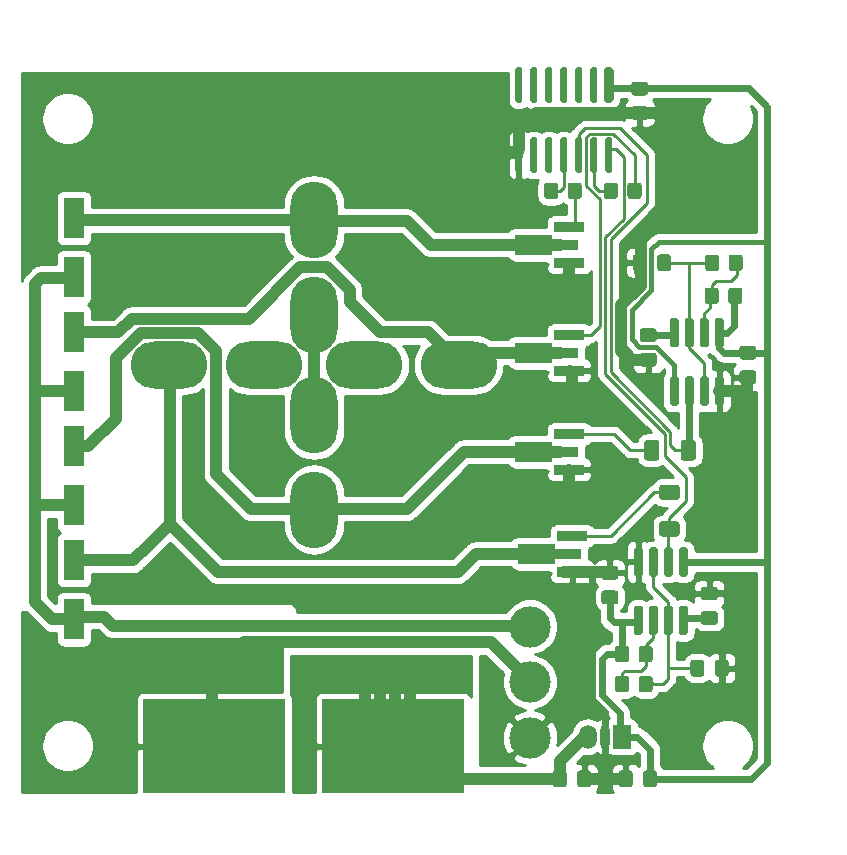
<source format=gbr>
%TF.GenerationSoftware,KiCad,Pcbnew,(5.1.10)-1*%
%TF.CreationDate,2021-11-18T19:01:20+01:00*%
%TF.ProjectId,Base,42617365-2e6b-4696-9361-645f70636258,rev?*%
%TF.SameCoordinates,Original*%
%TF.FileFunction,Copper,L2,Bot*%
%TF.FilePolarity,Positive*%
%FSLAX46Y46*%
G04 Gerber Fmt 4.6, Leading zero omitted, Abs format (unit mm)*
G04 Created by KiCad (PCBNEW (5.1.10)-1) date 2021-11-18 19:01:20*
%MOMM*%
%LPD*%
G01*
G04 APERTURE LIST*
%TA.AperFunction,ComponentPad*%
%ADD10C,3.500000*%
%TD*%
%TA.AperFunction,SMDPad,CuDef*%
%ADD11R,12.000000X8.000000*%
%TD*%
%TA.AperFunction,ComponentPad*%
%ADD12R,1.500000X2.000000*%
%TD*%
%TA.AperFunction,ComponentPad*%
%ADD13O,1.500000X2.000000*%
%TD*%
%TA.AperFunction,ComponentPad*%
%ADD14O,0.900000X2.000000*%
%TD*%
%TA.AperFunction,SMDPad,CuDef*%
%ADD15R,1.800000X3.500000*%
%TD*%
%TA.AperFunction,SMDPad,CuDef*%
%ADD16R,2.600000X0.900000*%
%TD*%
%TA.AperFunction,SMDPad,CuDef*%
%ADD17C,0.100000*%
%TD*%
%TA.AperFunction,ComponentPad*%
%ADD18O,4.000000X6.500000*%
%TD*%
%TA.AperFunction,ComponentPad*%
%ADD19O,6.500000X4.000000*%
%TD*%
%TA.AperFunction,ViaPad*%
%ADD20C,1.500000*%
%TD*%
%TA.AperFunction,ViaPad*%
%ADD21C,0.800000*%
%TD*%
%TA.AperFunction,ViaPad*%
%ADD22C,1.000000*%
%TD*%
%TA.AperFunction,Conductor*%
%ADD23C,0.600000*%
%TD*%
%TA.AperFunction,Conductor*%
%ADD24C,1.000000*%
%TD*%
%TA.AperFunction,Conductor*%
%ADD25C,0.250000*%
%TD*%
%TA.AperFunction,Conductor*%
%ADD26C,0.400000*%
%TD*%
%TA.AperFunction,Conductor*%
%ADD27C,0.254000*%
%TD*%
%TA.AperFunction,Conductor*%
%ADD28C,0.100000*%
%TD*%
G04 APERTURE END LIST*
D10*
%TO.P,SW1,3*%
%TO.N,GND2*%
X155408000Y-114579500D03*
%TO.P,SW1,2*%
%TO.N,Net-(BT3-Pad2)*%
X155408000Y-119279500D03*
%TO.P,SW1,1*%
%TO.N,GND*%
X155408000Y-123979500D03*
%TD*%
D11*
%TO.P,BT3,2*%
%TO.N,Net-(BT3-Pad2)*%
X128695000Y-124720000D03*
%TO.P,BT3,1*%
%TO.N,VCC*%
X143845000Y-124720000D03*
%TD*%
%TO.P,U3,14*%
%TO.N,+5V*%
%TA.AperFunction,SMDPad,CuDef*%
G36*
G01*
X162290200Y-70216600D02*
X161890200Y-70216600D01*
G75*
G02*
X161690200Y-70016600I0J200000D01*
G01*
X161690200Y-67416600D01*
G75*
G02*
X161890200Y-67216600I200000J0D01*
G01*
X162290200Y-67216600D01*
G75*
G02*
X162490200Y-67416600I0J-200000D01*
G01*
X162490200Y-70016600D01*
G75*
G02*
X162290200Y-70216600I-200000J0D01*
G01*
G37*
%TD.AperFunction*%
%TO.P,U3,13*%
%TO.N,N/C*%
%TA.AperFunction,SMDPad,CuDef*%
G36*
G01*
X160970200Y-70216600D02*
X160670200Y-70216600D01*
G75*
G02*
X160520200Y-70066600I0J150000D01*
G01*
X160520200Y-67366600D01*
G75*
G02*
X160670200Y-67216600I150000J0D01*
G01*
X160970200Y-67216600D01*
G75*
G02*
X161120200Y-67366600I0J-150000D01*
G01*
X161120200Y-70066600D01*
G75*
G02*
X160970200Y-70216600I-150000J0D01*
G01*
G37*
%TD.AperFunction*%
%TO.P,U3,12*%
%TA.AperFunction,SMDPad,CuDef*%
G36*
G01*
X159700200Y-70216600D02*
X159400200Y-70216600D01*
G75*
G02*
X159250200Y-70066600I0J150000D01*
G01*
X159250200Y-67366600D01*
G75*
G02*
X159400200Y-67216600I150000J0D01*
G01*
X159700200Y-67216600D01*
G75*
G02*
X159850200Y-67366600I0J-150000D01*
G01*
X159850200Y-70066600D01*
G75*
G02*
X159700200Y-70216600I-150000J0D01*
G01*
G37*
%TD.AperFunction*%
%TO.P,U3,11*%
%TA.AperFunction,SMDPad,CuDef*%
G36*
G01*
X158430200Y-70216600D02*
X158130200Y-70216600D01*
G75*
G02*
X157980200Y-70066600I0J150000D01*
G01*
X157980200Y-67366600D01*
G75*
G02*
X158130200Y-67216600I150000J0D01*
G01*
X158430200Y-67216600D01*
G75*
G02*
X158580200Y-67366600I0J-150000D01*
G01*
X158580200Y-70066600D01*
G75*
G02*
X158430200Y-70216600I-150000J0D01*
G01*
G37*
%TD.AperFunction*%
%TO.P,U3,10*%
%TA.AperFunction,SMDPad,CuDef*%
G36*
G01*
X157160200Y-70216600D02*
X156860200Y-70216600D01*
G75*
G02*
X156710200Y-70066600I0J150000D01*
G01*
X156710200Y-67366600D01*
G75*
G02*
X156860200Y-67216600I150000J0D01*
G01*
X157160200Y-67216600D01*
G75*
G02*
X157310200Y-67366600I0J-150000D01*
G01*
X157310200Y-70066600D01*
G75*
G02*
X157160200Y-70216600I-150000J0D01*
G01*
G37*
%TD.AperFunction*%
%TO.P,U3,9*%
%TA.AperFunction,SMDPad,CuDef*%
G36*
G01*
X155890200Y-70216600D02*
X155590200Y-70216600D01*
G75*
G02*
X155440200Y-70066600I0J150000D01*
G01*
X155440200Y-67366600D01*
G75*
G02*
X155590200Y-67216600I150000J0D01*
G01*
X155890200Y-67216600D01*
G75*
G02*
X156040200Y-67366600I0J-150000D01*
G01*
X156040200Y-70066600D01*
G75*
G02*
X155890200Y-70216600I-150000J0D01*
G01*
G37*
%TD.AperFunction*%
%TO.P,U3,8*%
%TA.AperFunction,SMDPad,CuDef*%
G36*
G01*
X154620200Y-70216600D02*
X154320200Y-70216600D01*
G75*
G02*
X154170200Y-70066600I0J150000D01*
G01*
X154170200Y-67366600D01*
G75*
G02*
X154320200Y-67216600I150000J0D01*
G01*
X154620200Y-67216600D01*
G75*
G02*
X154770200Y-67366600I0J-150000D01*
G01*
X154770200Y-70066600D01*
G75*
G02*
X154620200Y-70216600I-150000J0D01*
G01*
G37*
%TD.AperFunction*%
%TO.P,U3,7*%
%TO.N,GND*%
%TA.AperFunction,SMDPad,CuDef*%
G36*
G01*
X154620200Y-76166600D02*
X154320200Y-76166600D01*
G75*
G02*
X154170200Y-76016600I0J150000D01*
G01*
X154170200Y-73316600D01*
G75*
G02*
X154320200Y-73166600I150000J0D01*
G01*
X154620200Y-73166600D01*
G75*
G02*
X154770200Y-73316600I0J-150000D01*
G01*
X154770200Y-76016600D01*
G75*
G02*
X154620200Y-76166600I-150000J0D01*
G01*
G37*
%TD.AperFunction*%
%TO.P,U3,6*%
%TO.N,N/C*%
%TA.AperFunction,SMDPad,CuDef*%
G36*
G01*
X155890200Y-76166600D02*
X155590200Y-76166600D01*
G75*
G02*
X155440200Y-76016600I0J150000D01*
G01*
X155440200Y-73316600D01*
G75*
G02*
X155590200Y-73166600I150000J0D01*
G01*
X155890200Y-73166600D01*
G75*
G02*
X156040200Y-73316600I0J-150000D01*
G01*
X156040200Y-76016600D01*
G75*
G02*
X155890200Y-76166600I-150000J0D01*
G01*
G37*
%TD.AperFunction*%
%TO.P,U3,5*%
%TA.AperFunction,SMDPad,CuDef*%
G36*
G01*
X157160200Y-76166600D02*
X156860200Y-76166600D01*
G75*
G02*
X156710200Y-76016600I0J150000D01*
G01*
X156710200Y-73316600D01*
G75*
G02*
X156860200Y-73166600I150000J0D01*
G01*
X157160200Y-73166600D01*
G75*
G02*
X157310200Y-73316600I0J-150000D01*
G01*
X157310200Y-76016600D01*
G75*
G02*
X157160200Y-76166600I-150000J0D01*
G01*
G37*
%TD.AperFunction*%
%TO.P,U3,4*%
%TO.N,Net-(R7-Pad2)*%
%TA.AperFunction,SMDPad,CuDef*%
G36*
G01*
X158430200Y-76166600D02*
X158130200Y-76166600D01*
G75*
G02*
X157980200Y-76016600I0J150000D01*
G01*
X157980200Y-73316600D01*
G75*
G02*
X158130200Y-73166600I150000J0D01*
G01*
X158430200Y-73166600D01*
G75*
G02*
X158580200Y-73316600I0J-150000D01*
G01*
X158580200Y-76016600D01*
G75*
G02*
X158430200Y-76166600I-150000J0D01*
G01*
G37*
%TD.AperFunction*%
%TO.P,U3,3*%
%TO.N,Net-(R5-Pad2)*%
%TA.AperFunction,SMDPad,CuDef*%
G36*
G01*
X159700200Y-76166600D02*
X159400200Y-76166600D01*
G75*
G02*
X159250200Y-76016600I0J150000D01*
G01*
X159250200Y-73316600D01*
G75*
G02*
X159400200Y-73166600I150000J0D01*
G01*
X159700200Y-73166600D01*
G75*
G02*
X159850200Y-73316600I0J-150000D01*
G01*
X159850200Y-76016600D01*
G75*
G02*
X159700200Y-76166600I-150000J0D01*
G01*
G37*
%TD.AperFunction*%
%TO.P,U3,2*%
%TO.N,Net-(R8-Pad2)*%
%TA.AperFunction,SMDPad,CuDef*%
G36*
G01*
X160970200Y-76166600D02*
X160670200Y-76166600D01*
G75*
G02*
X160520200Y-76016600I0J150000D01*
G01*
X160520200Y-73316600D01*
G75*
G02*
X160670200Y-73166600I150000J0D01*
G01*
X160970200Y-73166600D01*
G75*
G02*
X161120200Y-73316600I0J-150000D01*
G01*
X161120200Y-76016600D01*
G75*
G02*
X160970200Y-76166600I-150000J0D01*
G01*
G37*
%TD.AperFunction*%
%TO.P,U3,1*%
%TO.N,Net-(R6-Pad2)*%
%TA.AperFunction,SMDPad,CuDef*%
G36*
G01*
X162240200Y-76166600D02*
X161940200Y-76166600D01*
G75*
G02*
X161790200Y-76016600I0J150000D01*
G01*
X161790200Y-73316600D01*
G75*
G02*
X161940200Y-73166600I150000J0D01*
G01*
X162240200Y-73166600D01*
G75*
G02*
X162390200Y-73316600I0J-150000D01*
G01*
X162390200Y-76016600D01*
G75*
G02*
X162240200Y-76166600I-150000J0D01*
G01*
G37*
%TD.AperFunction*%
%TD*%
%TO.P,R6,2*%
%TO.N,Net-(R6-Pad2)*%
%TA.AperFunction,SMDPad,CuDef*%
G36*
G01*
X166595999Y-105662400D02*
X167846001Y-105662400D01*
G75*
G02*
X168096000Y-105912399I0J-249999D01*
G01*
X168096000Y-106712401D01*
G75*
G02*
X167846001Y-106962400I-249999J0D01*
G01*
X166595999Y-106962400D01*
G75*
G02*
X166346000Y-106712401I0J249999D01*
G01*
X166346000Y-105912399D01*
G75*
G02*
X166595999Y-105662400I249999J0D01*
G01*
G37*
%TD.AperFunction*%
%TO.P,R6,1*%
%TO.N,Net-(Q1-Pad1)*%
%TA.AperFunction,SMDPad,CuDef*%
G36*
G01*
X166595999Y-102562400D02*
X167846001Y-102562400D01*
G75*
G02*
X168096000Y-102812399I0J-249999D01*
G01*
X168096000Y-103612401D01*
G75*
G02*
X167846001Y-103862400I-249999J0D01*
G01*
X166595999Y-103862400D01*
G75*
G02*
X166346000Y-103612401I0J249999D01*
G01*
X166346000Y-102812399D01*
G75*
G02*
X166595999Y-102562400I249999J0D01*
G01*
G37*
%TD.AperFunction*%
%TD*%
%TO.P,R5,2*%
%TO.N,Net-(R5-Pad2)*%
%TA.AperFunction,SMDPad,CuDef*%
G36*
G01*
X168171200Y-100282001D02*
X168171200Y-99031999D01*
G75*
G02*
X168421199Y-98782000I249999J0D01*
G01*
X169221201Y-98782000D01*
G75*
G02*
X169471200Y-99031999I0J-249999D01*
G01*
X169471200Y-100282001D01*
G75*
G02*
X169221201Y-100532000I-249999J0D01*
G01*
X168421199Y-100532000D01*
G75*
G02*
X168171200Y-100282001I0J249999D01*
G01*
G37*
%TD.AperFunction*%
%TO.P,R5,1*%
%TO.N,Net-(Q2-Pad1)*%
%TA.AperFunction,SMDPad,CuDef*%
G36*
G01*
X165071200Y-100282001D02*
X165071200Y-99031999D01*
G75*
G02*
X165321199Y-98782000I249999J0D01*
G01*
X166121201Y-98782000D01*
G75*
G02*
X166371200Y-99031999I0J-249999D01*
G01*
X166371200Y-100282001D01*
G75*
G02*
X166121201Y-100532000I-249999J0D01*
G01*
X165321199Y-100532000D01*
G75*
G02*
X165071200Y-100282001I0J249999D01*
G01*
G37*
%TD.AperFunction*%
%TD*%
%TO.P,R8,2*%
%TO.N,Net-(R8-Pad2)*%
%TA.AperFunction,SMDPad,CuDef*%
G36*
G01*
X162868000Y-77235999D02*
X162868000Y-78136001D01*
G75*
G02*
X162618001Y-78386000I-249999J0D01*
G01*
X161917999Y-78386000D01*
G75*
G02*
X161668000Y-78136001I0J249999D01*
G01*
X161668000Y-77235999D01*
G75*
G02*
X161917999Y-76986000I249999J0D01*
G01*
X162618001Y-76986000D01*
G75*
G02*
X162868000Y-77235999I0J-249999D01*
G01*
G37*
%TD.AperFunction*%
%TO.P,R8,1*%
%TO.N,Net-(Q3-Pad1)*%
%TA.AperFunction,SMDPad,CuDef*%
G36*
G01*
X164868000Y-77235999D02*
X164868000Y-78136001D01*
G75*
G02*
X164618001Y-78386000I-249999J0D01*
G01*
X163917999Y-78386000D01*
G75*
G02*
X163668000Y-78136001I0J249999D01*
G01*
X163668000Y-77235999D01*
G75*
G02*
X163917999Y-76986000I249999J0D01*
G01*
X164618001Y-76986000D01*
G75*
G02*
X164868000Y-77235999I0J-249999D01*
G01*
G37*
%TD.AperFunction*%
%TD*%
%TO.P,R7,2*%
%TO.N,Net-(R7-Pad2)*%
%TA.AperFunction,SMDPad,CuDef*%
G36*
G01*
X157804000Y-77235999D02*
X157804000Y-78136001D01*
G75*
G02*
X157554001Y-78386000I-249999J0D01*
G01*
X156853999Y-78386000D01*
G75*
G02*
X156604000Y-78136001I0J249999D01*
G01*
X156604000Y-77235999D01*
G75*
G02*
X156853999Y-76986000I249999J0D01*
G01*
X157554001Y-76986000D01*
G75*
G02*
X157804000Y-77235999I0J-249999D01*
G01*
G37*
%TD.AperFunction*%
%TO.P,R7,1*%
%TO.N,Net-(Q4-Pad1)*%
%TA.AperFunction,SMDPad,CuDef*%
G36*
G01*
X159804000Y-77235999D02*
X159804000Y-78136001D01*
G75*
G02*
X159554001Y-78386000I-249999J0D01*
G01*
X158853999Y-78386000D01*
G75*
G02*
X158604000Y-78136001I0J249999D01*
G01*
X158604000Y-77235999D01*
G75*
G02*
X158853999Y-76986000I249999J0D01*
G01*
X159554001Y-76986000D01*
G75*
G02*
X159804000Y-77235999I0J-249999D01*
G01*
G37*
%TD.AperFunction*%
%TD*%
%TO.P,R4,2*%
%TO.N,Net-(C4-Pad1)*%
%TA.AperFunction,SMDPad,CuDef*%
G36*
G01*
X171431200Y-83331999D02*
X171431200Y-84232001D01*
G75*
G02*
X171181201Y-84482000I-249999J0D01*
G01*
X170481199Y-84482000D01*
G75*
G02*
X170231200Y-84232001I0J249999D01*
G01*
X170231200Y-83331999D01*
G75*
G02*
X170481199Y-83082000I249999J0D01*
G01*
X171181201Y-83082000D01*
G75*
G02*
X171431200Y-83331999I0J-249999D01*
G01*
G37*
%TD.AperFunction*%
%TO.P,R4,1*%
%TO.N,Net-(R3-Pad2)*%
%TA.AperFunction,SMDPad,CuDef*%
G36*
G01*
X173431200Y-83331999D02*
X173431200Y-84232001D01*
G75*
G02*
X173181201Y-84482000I-249999J0D01*
G01*
X172481199Y-84482000D01*
G75*
G02*
X172231200Y-84232001I0J249999D01*
G01*
X172231200Y-83331999D01*
G75*
G02*
X172481199Y-83082000I249999J0D01*
G01*
X173181201Y-83082000D01*
G75*
G02*
X173431200Y-83331999I0J-249999D01*
G01*
G37*
%TD.AperFunction*%
%TD*%
%TO.P,R3,2*%
%TO.N,Net-(R3-Pad2)*%
%TA.AperFunction,SMDPad,CuDef*%
G36*
G01*
X171405200Y-86125999D02*
X171405200Y-87026001D01*
G75*
G02*
X171155201Y-87276000I-249999J0D01*
G01*
X170455199Y-87276000D01*
G75*
G02*
X170205200Y-87026001I0J249999D01*
G01*
X170205200Y-86125999D01*
G75*
G02*
X170455199Y-85876000I249999J0D01*
G01*
X171155201Y-85876000D01*
G75*
G02*
X171405200Y-86125999I0J-249999D01*
G01*
G37*
%TD.AperFunction*%
%TO.P,R3,1*%
%TO.N,+5V*%
%TA.AperFunction,SMDPad,CuDef*%
G36*
G01*
X173405200Y-86125999D02*
X173405200Y-87026001D01*
G75*
G02*
X173155201Y-87276000I-249999J0D01*
G01*
X172455199Y-87276000D01*
G75*
G02*
X172205200Y-87026001I0J249999D01*
G01*
X172205200Y-86125999D01*
G75*
G02*
X172455199Y-85876000I249999J0D01*
G01*
X173155201Y-85876000D01*
G75*
G02*
X173405200Y-86125999I0J-249999D01*
G01*
G37*
%TD.AperFunction*%
%TD*%
%TO.P,R2,2*%
%TO.N,Net-(C3-Pad1)*%
%TA.AperFunction,SMDPad,CuDef*%
G36*
G01*
X164611000Y-119906401D02*
X164611000Y-119006399D01*
G75*
G02*
X164860999Y-118756400I249999J0D01*
G01*
X165561001Y-118756400D01*
G75*
G02*
X165811000Y-119006399I0J-249999D01*
G01*
X165811000Y-119906401D01*
G75*
G02*
X165561001Y-120156400I-249999J0D01*
G01*
X164860999Y-120156400D01*
G75*
G02*
X164611000Y-119906401I0J249999D01*
G01*
G37*
%TD.AperFunction*%
%TO.P,R2,1*%
%TO.N,Net-(R1-Pad2)*%
%TA.AperFunction,SMDPad,CuDef*%
G36*
G01*
X162611000Y-119906401D02*
X162611000Y-119006399D01*
G75*
G02*
X162860999Y-118756400I249999J0D01*
G01*
X163561001Y-118756400D01*
G75*
G02*
X163811000Y-119006399I0J-249999D01*
G01*
X163811000Y-119906401D01*
G75*
G02*
X163561001Y-120156400I-249999J0D01*
G01*
X162860999Y-120156400D01*
G75*
G02*
X162611000Y-119906401I0J249999D01*
G01*
G37*
%TD.AperFunction*%
%TD*%
%TO.P,R1,2*%
%TO.N,Net-(R1-Pad2)*%
%TA.AperFunction,SMDPad,CuDef*%
G36*
G01*
X164611000Y-117366401D02*
X164611000Y-116466399D01*
G75*
G02*
X164860999Y-116216400I249999J0D01*
G01*
X165561001Y-116216400D01*
G75*
G02*
X165811000Y-116466399I0J-249999D01*
G01*
X165811000Y-117366401D01*
G75*
G02*
X165561001Y-117616400I-249999J0D01*
G01*
X164860999Y-117616400D01*
G75*
G02*
X164611000Y-117366401I0J249999D01*
G01*
G37*
%TD.AperFunction*%
%TO.P,R1,1*%
%TO.N,+5V*%
%TA.AperFunction,SMDPad,CuDef*%
G36*
G01*
X162611000Y-117366401D02*
X162611000Y-116466399D01*
G75*
G02*
X162860999Y-116216400I249999J0D01*
G01*
X163561001Y-116216400D01*
G75*
G02*
X163811000Y-116466399I0J-249999D01*
G01*
X163811000Y-117366401D01*
G75*
G02*
X163561001Y-117616400I-249999J0D01*
G01*
X162860999Y-117616400D01*
G75*
G02*
X162611000Y-117366401I0J249999D01*
G01*
G37*
%TD.AperFunction*%
%TD*%
%TO.P,C10,2*%
%TO.N,GND*%
%TA.AperFunction,SMDPad,CuDef*%
G36*
G01*
X164104000Y-126995000D02*
X164104000Y-127945000D01*
G75*
G02*
X163854000Y-128195000I-250000J0D01*
G01*
X163179000Y-128195000D01*
G75*
G02*
X162929000Y-127945000I0J250000D01*
G01*
X162929000Y-126995000D01*
G75*
G02*
X163179000Y-126745000I250000J0D01*
G01*
X163854000Y-126745000D01*
G75*
G02*
X164104000Y-126995000I0J-250000D01*
G01*
G37*
%TD.AperFunction*%
%TO.P,C10,1*%
%TO.N,+5V*%
%TA.AperFunction,SMDPad,CuDef*%
G36*
G01*
X166179000Y-126995000D02*
X166179000Y-127945000D01*
G75*
G02*
X165929000Y-128195000I-250000J0D01*
G01*
X165254000Y-128195000D01*
G75*
G02*
X165004000Y-127945000I0J250000D01*
G01*
X165004000Y-126995000D01*
G75*
G02*
X165254000Y-126745000I250000J0D01*
G01*
X165929000Y-126745000D01*
G75*
G02*
X166179000Y-126995000I0J-250000D01*
G01*
G37*
%TD.AperFunction*%
%TD*%
%TO.P,C9,2*%
%TO.N,GND*%
%TA.AperFunction,SMDPad,CuDef*%
G36*
G01*
X159416000Y-127945000D02*
X159416000Y-126995000D01*
G75*
G02*
X159666000Y-126745000I250000J0D01*
G01*
X160341000Y-126745000D01*
G75*
G02*
X160591000Y-126995000I0J-250000D01*
G01*
X160591000Y-127945000D01*
G75*
G02*
X160341000Y-128195000I-250000J0D01*
G01*
X159666000Y-128195000D01*
G75*
G02*
X159416000Y-127945000I0J250000D01*
G01*
G37*
%TD.AperFunction*%
%TO.P,C9,1*%
%TO.N,VCC*%
%TA.AperFunction,SMDPad,CuDef*%
G36*
G01*
X157341000Y-127945000D02*
X157341000Y-126995000D01*
G75*
G02*
X157591000Y-126745000I250000J0D01*
G01*
X158266000Y-126745000D01*
G75*
G02*
X158516000Y-126995000I0J-250000D01*
G01*
X158516000Y-127945000D01*
G75*
G02*
X158266000Y-128195000I-250000J0D01*
G01*
X157591000Y-128195000D01*
G75*
G02*
X157341000Y-127945000I0J250000D01*
G01*
G37*
%TD.AperFunction*%
%TD*%
%TO.P,C8,2*%
%TO.N,GND*%
%TA.AperFunction,SMDPad,CuDef*%
G36*
G01*
X164231400Y-70516000D02*
X165181400Y-70516000D01*
G75*
G02*
X165431400Y-70766000I0J-250000D01*
G01*
X165431400Y-71441000D01*
G75*
G02*
X165181400Y-71691000I-250000J0D01*
G01*
X164231400Y-71691000D01*
G75*
G02*
X163981400Y-71441000I0J250000D01*
G01*
X163981400Y-70766000D01*
G75*
G02*
X164231400Y-70516000I250000J0D01*
G01*
G37*
%TD.AperFunction*%
%TO.P,C8,1*%
%TO.N,+5V*%
%TA.AperFunction,SMDPad,CuDef*%
G36*
G01*
X164231400Y-68441000D02*
X165181400Y-68441000D01*
G75*
G02*
X165431400Y-68691000I0J-250000D01*
G01*
X165431400Y-69366000D01*
G75*
G02*
X165181400Y-69616000I-250000J0D01*
G01*
X164231400Y-69616000D01*
G75*
G02*
X163981400Y-69366000I0J250000D01*
G01*
X163981400Y-68691000D01*
G75*
G02*
X164231400Y-68441000I250000J0D01*
G01*
G37*
%TD.AperFunction*%
%TD*%
%TO.P,C6,2*%
%TO.N,GND*%
%TA.AperFunction,SMDPad,CuDef*%
G36*
G01*
X162654000Y-110624400D02*
X161704000Y-110624400D01*
G75*
G02*
X161454000Y-110374400I0J250000D01*
G01*
X161454000Y-109699400D01*
G75*
G02*
X161704000Y-109449400I250000J0D01*
G01*
X162654000Y-109449400D01*
G75*
G02*
X162904000Y-109699400I0J-250000D01*
G01*
X162904000Y-110374400D01*
G75*
G02*
X162654000Y-110624400I-250000J0D01*
G01*
G37*
%TD.AperFunction*%
%TO.P,C6,1*%
%TO.N,+5V*%
%TA.AperFunction,SMDPad,CuDef*%
G36*
G01*
X162654000Y-112699400D02*
X161704000Y-112699400D01*
G75*
G02*
X161454000Y-112449400I0J250000D01*
G01*
X161454000Y-111774400D01*
G75*
G02*
X161704000Y-111524400I250000J0D01*
G01*
X162654000Y-111524400D01*
G75*
G02*
X162904000Y-111774400I0J-250000D01*
G01*
X162904000Y-112449400D01*
G75*
G02*
X162654000Y-112699400I-250000J0D01*
G01*
G37*
%TD.AperFunction*%
%TD*%
%TO.P,C5,2*%
%TO.N,GND*%
%TA.AperFunction,SMDPad,CuDef*%
G36*
G01*
X173388200Y-92880600D02*
X174338200Y-92880600D01*
G75*
G02*
X174588200Y-93130600I0J-250000D01*
G01*
X174588200Y-93805600D01*
G75*
G02*
X174338200Y-94055600I-250000J0D01*
G01*
X173388200Y-94055600D01*
G75*
G02*
X173138200Y-93805600I0J250000D01*
G01*
X173138200Y-93130600D01*
G75*
G02*
X173388200Y-92880600I250000J0D01*
G01*
G37*
%TD.AperFunction*%
%TO.P,C5,1*%
%TO.N,+5V*%
%TA.AperFunction,SMDPad,CuDef*%
G36*
G01*
X173388200Y-90805600D02*
X174338200Y-90805600D01*
G75*
G02*
X174588200Y-91055600I0J-250000D01*
G01*
X174588200Y-91730600D01*
G75*
G02*
X174338200Y-91980600I-250000J0D01*
G01*
X173388200Y-91980600D01*
G75*
G02*
X173138200Y-91730600I0J250000D01*
G01*
X173138200Y-91055600D01*
G75*
G02*
X173388200Y-90805600I250000J0D01*
G01*
G37*
%TD.AperFunction*%
%TD*%
%TO.P,C4,1*%
%TO.N,Net-(C4-Pad1)*%
%TA.AperFunction,SMDPad,CuDef*%
G36*
G01*
X167360200Y-83307000D02*
X167360200Y-84257000D01*
G75*
G02*
X167110200Y-84507000I-250000J0D01*
G01*
X166435200Y-84507000D01*
G75*
G02*
X166185200Y-84257000I0J250000D01*
G01*
X166185200Y-83307000D01*
G75*
G02*
X166435200Y-83057000I250000J0D01*
G01*
X167110200Y-83057000D01*
G75*
G02*
X167360200Y-83307000I0J-250000D01*
G01*
G37*
%TD.AperFunction*%
%TO.P,C4,2*%
%TO.N,GND*%
%TA.AperFunction,SMDPad,CuDef*%
G36*
G01*
X165285200Y-83307000D02*
X165285200Y-84257000D01*
G75*
G02*
X165035200Y-84507000I-250000J0D01*
G01*
X164360200Y-84507000D01*
G75*
G02*
X164110200Y-84257000I0J250000D01*
G01*
X164110200Y-83307000D01*
G75*
G02*
X164360200Y-83057000I250000J0D01*
G01*
X165035200Y-83057000D01*
G75*
G02*
X165285200Y-83307000I0J-250000D01*
G01*
G37*
%TD.AperFunction*%
%TD*%
%TO.P,C3,2*%
%TO.N,GND*%
%TA.AperFunction,SMDPad,CuDef*%
G36*
G01*
X171074600Y-118572400D02*
X171074600Y-117622400D01*
G75*
G02*
X171324600Y-117372400I250000J0D01*
G01*
X171999600Y-117372400D01*
G75*
G02*
X172249600Y-117622400I0J-250000D01*
G01*
X172249600Y-118572400D01*
G75*
G02*
X171999600Y-118822400I-250000J0D01*
G01*
X171324600Y-118822400D01*
G75*
G02*
X171074600Y-118572400I0J250000D01*
G01*
G37*
%TD.AperFunction*%
%TO.P,C3,1*%
%TO.N,Net-(C3-Pad1)*%
%TA.AperFunction,SMDPad,CuDef*%
G36*
G01*
X168999600Y-118572400D02*
X168999600Y-117622400D01*
G75*
G02*
X169249600Y-117372400I250000J0D01*
G01*
X169924600Y-117372400D01*
G75*
G02*
X170174600Y-117622400I0J-250000D01*
G01*
X170174600Y-118572400D01*
G75*
G02*
X169924600Y-118822400I-250000J0D01*
G01*
X169249600Y-118822400D01*
G75*
G02*
X168999600Y-118572400I0J250000D01*
G01*
G37*
%TD.AperFunction*%
%TD*%
%TO.P,C2,2*%
%TO.N,GND*%
%TA.AperFunction,SMDPad,CuDef*%
G36*
G01*
X164942600Y-91394800D02*
X165892600Y-91394800D01*
G75*
G02*
X166142600Y-91644800I0J-250000D01*
G01*
X166142600Y-92319800D01*
G75*
G02*
X165892600Y-92569800I-250000J0D01*
G01*
X164942600Y-92569800D01*
G75*
G02*
X164692600Y-92319800I0J250000D01*
G01*
X164692600Y-91644800D01*
G75*
G02*
X164942600Y-91394800I250000J0D01*
G01*
G37*
%TD.AperFunction*%
%TO.P,C2,1*%
%TO.N,Net-(C2-Pad1)*%
%TA.AperFunction,SMDPad,CuDef*%
G36*
G01*
X164942600Y-89319800D02*
X165892600Y-89319800D01*
G75*
G02*
X166142600Y-89569800I0J-250000D01*
G01*
X166142600Y-90244800D01*
G75*
G02*
X165892600Y-90494800I-250000J0D01*
G01*
X164942600Y-90494800D01*
G75*
G02*
X164692600Y-90244800I0J250000D01*
G01*
X164692600Y-89569800D01*
G75*
G02*
X164942600Y-89319800I250000J0D01*
G01*
G37*
%TD.AperFunction*%
%TD*%
%TO.P,C1,2*%
%TO.N,GND*%
%TA.AperFunction,SMDPad,CuDef*%
G36*
G01*
X171074200Y-112364200D02*
X170124200Y-112364200D01*
G75*
G02*
X169874200Y-112114200I0J250000D01*
G01*
X169874200Y-111439200D01*
G75*
G02*
X170124200Y-111189200I250000J0D01*
G01*
X171074200Y-111189200D01*
G75*
G02*
X171324200Y-111439200I0J-250000D01*
G01*
X171324200Y-112114200D01*
G75*
G02*
X171074200Y-112364200I-250000J0D01*
G01*
G37*
%TD.AperFunction*%
%TO.P,C1,1*%
%TO.N,Net-(C1-Pad1)*%
%TA.AperFunction,SMDPad,CuDef*%
G36*
G01*
X171074200Y-114439200D02*
X170124200Y-114439200D01*
G75*
G02*
X169874200Y-114189200I0J250000D01*
G01*
X169874200Y-113514200D01*
G75*
G02*
X170124200Y-113264200I250000J0D01*
G01*
X171074200Y-113264200D01*
G75*
G02*
X171324200Y-113514200I0J-250000D01*
G01*
X171324200Y-114189200D01*
G75*
G02*
X171074200Y-114439200I-250000J0D01*
G01*
G37*
%TD.AperFunction*%
%TD*%
D12*
%TO.P,U4,1*%
%TO.N,+5V*%
X163230000Y-123914000D03*
D13*
%TO.P,U4,3*%
%TO.N,VCC*%
X160290000Y-123914000D03*
D14*
%TO.P,U4,2*%
%TO.N,GND*%
X161760000Y-123914000D03*
%TD*%
D15*
%TO.P,D4,2*%
%TO.N,/LED_MATRIX_1*%
X116802000Y-108968000D03*
%TO.P,D4,1*%
%TO.N,GND2*%
X116802000Y-113968000D03*
%TD*%
%TO.P,D3,2*%
%TO.N,/LED_MATRIX_2*%
X116802000Y-99316000D03*
%TO.P,D3,1*%
%TO.N,GND2*%
X116802000Y-104316000D03*
%TD*%
%TO.P,D2,2*%
%TO.N,/LED_MATRIX_3*%
X116802000Y-89664000D03*
%TO.P,D2,1*%
%TO.N,GND2*%
X116802000Y-94664000D03*
%TD*%
%TO.P,D1,2*%
%TO.N,/LED_MATRIX_4*%
X116802000Y-80012000D03*
%TO.P,D1,1*%
%TO.N,GND2*%
X116802000Y-85012000D03*
%TD*%
D16*
%TO.P,Q1,1*%
%TO.N,Net-(Q1-Pad1)*%
X158980000Y-106920000D03*
%TO.P,Q1,3*%
%TO.N,GND*%
X158980000Y-109920000D03*
%TA.AperFunction,SMDPad,CuDef*%
D17*
%TO.P,Q1,2*%
%TO.N,/LED_MATRIX_1*%
G36*
X154380000Y-107553500D02*
G01*
X157505000Y-107553500D01*
X157505000Y-107970000D01*
X159742500Y-107970000D01*
X159742500Y-108870000D01*
X157505000Y-108870000D01*
X157505000Y-109286500D01*
X154380000Y-109286500D01*
X154380000Y-107553500D01*
G37*
%TD.AperFunction*%
%TD*%
D18*
%TO.P,C7,6*%
%TO.N,/LED_MATRIX_2*%
X137122000Y-104668000D03*
%TO.P,C7,5*%
%TO.N,VCC*%
X137122000Y-96668000D03*
%TO.P,C7,2*%
%TO.N,/LED_MATRIX_4*%
X137122000Y-80168000D03*
%TO.P,C7,1*%
%TO.N,VCC*%
X137122000Y-88168000D03*
D19*
%TO.P,C7,8*%
%TO.N,/LED_MATRIX_1*%
X124872000Y-92418000D03*
%TO.P,C7,7*%
%TO.N,VCC*%
X132872000Y-92418000D03*
%TO.P,C7,4*%
%TO.N,/LED_MATRIX_3*%
X149372000Y-92418000D03*
%TO.P,C7,3*%
%TO.N,VCC*%
X141372000Y-92418000D03*
%TD*%
%TO.P,U2,1*%
%TO.N,GND*%
%TA.AperFunction,SMDPad,CuDef*%
G36*
G01*
X171650200Y-95901600D02*
X171250200Y-95901600D01*
G75*
G02*
X171050200Y-95701600I0J200000D01*
G01*
X171050200Y-93601600D01*
G75*
G02*
X171250200Y-93401600I200000J0D01*
G01*
X171650200Y-93401600D01*
G75*
G02*
X171850200Y-93601600I0J-200000D01*
G01*
X171850200Y-95701600D01*
G75*
G02*
X171650200Y-95901600I-200000J0D01*
G01*
G37*
%TD.AperFunction*%
%TO.P,U2,2*%
%TO.N,Net-(C4-Pad1)*%
%TA.AperFunction,SMDPad,CuDef*%
G36*
G01*
X170380200Y-95901600D02*
X169980200Y-95901600D01*
G75*
G02*
X169780200Y-95701600I0J200000D01*
G01*
X169780200Y-93601600D01*
G75*
G02*
X169980200Y-93401600I200000J0D01*
G01*
X170380200Y-93401600D01*
G75*
G02*
X170580200Y-93601600I0J-200000D01*
G01*
X170580200Y-95701600D01*
G75*
G02*
X170380200Y-95901600I-200000J0D01*
G01*
G37*
%TD.AperFunction*%
%TO.P,U2,3*%
%TO.N,Net-(R5-Pad2)*%
%TA.AperFunction,SMDPad,CuDef*%
G36*
G01*
X169110200Y-95901600D02*
X168710200Y-95901600D01*
G75*
G02*
X168510200Y-95701600I0J200000D01*
G01*
X168510200Y-93601600D01*
G75*
G02*
X168710200Y-93401600I200000J0D01*
G01*
X169110200Y-93401600D01*
G75*
G02*
X169310200Y-93601600I0J-200000D01*
G01*
X169310200Y-95701600D01*
G75*
G02*
X169110200Y-95901600I-200000J0D01*
G01*
G37*
%TD.AperFunction*%
%TO.P,U2,4*%
%TO.N,+5V*%
%TA.AperFunction,SMDPad,CuDef*%
G36*
G01*
X167840200Y-95901600D02*
X167440200Y-95901600D01*
G75*
G02*
X167240200Y-95701600I0J200000D01*
G01*
X167240200Y-93601600D01*
G75*
G02*
X167440200Y-93401600I200000J0D01*
G01*
X167840200Y-93401600D01*
G75*
G02*
X168040200Y-93601600I0J-200000D01*
G01*
X168040200Y-95701600D01*
G75*
G02*
X167840200Y-95901600I-200000J0D01*
G01*
G37*
%TD.AperFunction*%
%TO.P,U2,5*%
%TO.N,Net-(C2-Pad1)*%
%TA.AperFunction,SMDPad,CuDef*%
G36*
G01*
X167840200Y-90951600D02*
X167440200Y-90951600D01*
G75*
G02*
X167240200Y-90751600I0J200000D01*
G01*
X167240200Y-88651600D01*
G75*
G02*
X167440200Y-88451600I200000J0D01*
G01*
X167840200Y-88451600D01*
G75*
G02*
X168040200Y-88651600I0J-200000D01*
G01*
X168040200Y-90751600D01*
G75*
G02*
X167840200Y-90951600I-200000J0D01*
G01*
G37*
%TD.AperFunction*%
%TO.P,U2,6*%
%TO.N,Net-(C4-Pad1)*%
%TA.AperFunction,SMDPad,CuDef*%
G36*
G01*
X169110200Y-90951600D02*
X168710200Y-90951600D01*
G75*
G02*
X168510200Y-90751600I0J200000D01*
G01*
X168510200Y-88651600D01*
G75*
G02*
X168710200Y-88451600I200000J0D01*
G01*
X169110200Y-88451600D01*
G75*
G02*
X169310200Y-88651600I0J-200000D01*
G01*
X169310200Y-90751600D01*
G75*
G02*
X169110200Y-90951600I-200000J0D01*
G01*
G37*
%TD.AperFunction*%
%TO.P,U2,7*%
%TO.N,Net-(R3-Pad2)*%
%TA.AperFunction,SMDPad,CuDef*%
G36*
G01*
X170380200Y-90951600D02*
X169980200Y-90951600D01*
G75*
G02*
X169780200Y-90751600I0J200000D01*
G01*
X169780200Y-88651600D01*
G75*
G02*
X169980200Y-88451600I200000J0D01*
G01*
X170380200Y-88451600D01*
G75*
G02*
X170580200Y-88651600I0J-200000D01*
G01*
X170580200Y-90751600D01*
G75*
G02*
X170380200Y-90951600I-200000J0D01*
G01*
G37*
%TD.AperFunction*%
%TO.P,U2,8*%
%TO.N,+5V*%
%TA.AperFunction,SMDPad,CuDef*%
G36*
G01*
X171650200Y-90951600D02*
X171250200Y-90951600D01*
G75*
G02*
X171050200Y-90751600I0J200000D01*
G01*
X171050200Y-88651600D01*
G75*
G02*
X171250200Y-88451600I200000J0D01*
G01*
X171650200Y-88451600D01*
G75*
G02*
X171850200Y-88651600I0J-200000D01*
G01*
X171850200Y-90751600D01*
G75*
G02*
X171650200Y-90951600I-200000J0D01*
G01*
G37*
%TD.AperFunction*%
%TD*%
%TO.P,U1,1*%
%TO.N,GND*%
%TA.AperFunction,SMDPad,CuDef*%
G36*
G01*
X164392000Y-107857400D02*
X164792000Y-107857400D01*
G75*
G02*
X164992000Y-108057400I0J-200000D01*
G01*
X164992000Y-110157400D01*
G75*
G02*
X164792000Y-110357400I-200000J0D01*
G01*
X164392000Y-110357400D01*
G75*
G02*
X164192000Y-110157400I0J200000D01*
G01*
X164192000Y-108057400D01*
G75*
G02*
X164392000Y-107857400I200000J0D01*
G01*
G37*
%TD.AperFunction*%
%TO.P,U1,2*%
%TO.N,Net-(C3-Pad1)*%
%TA.AperFunction,SMDPad,CuDef*%
G36*
G01*
X165662000Y-107857400D02*
X166062000Y-107857400D01*
G75*
G02*
X166262000Y-108057400I0J-200000D01*
G01*
X166262000Y-110157400D01*
G75*
G02*
X166062000Y-110357400I-200000J0D01*
G01*
X165662000Y-110357400D01*
G75*
G02*
X165462000Y-110157400I0J200000D01*
G01*
X165462000Y-108057400D01*
G75*
G02*
X165662000Y-107857400I200000J0D01*
G01*
G37*
%TD.AperFunction*%
%TO.P,U1,3*%
%TO.N,Net-(R6-Pad2)*%
%TA.AperFunction,SMDPad,CuDef*%
G36*
G01*
X166932000Y-107857400D02*
X167332000Y-107857400D01*
G75*
G02*
X167532000Y-108057400I0J-200000D01*
G01*
X167532000Y-110157400D01*
G75*
G02*
X167332000Y-110357400I-200000J0D01*
G01*
X166932000Y-110357400D01*
G75*
G02*
X166732000Y-110157400I0J200000D01*
G01*
X166732000Y-108057400D01*
G75*
G02*
X166932000Y-107857400I200000J0D01*
G01*
G37*
%TD.AperFunction*%
%TO.P,U1,4*%
%TO.N,+5V*%
%TA.AperFunction,SMDPad,CuDef*%
G36*
G01*
X168202000Y-107857400D02*
X168602000Y-107857400D01*
G75*
G02*
X168802000Y-108057400I0J-200000D01*
G01*
X168802000Y-110157400D01*
G75*
G02*
X168602000Y-110357400I-200000J0D01*
G01*
X168202000Y-110357400D01*
G75*
G02*
X168002000Y-110157400I0J200000D01*
G01*
X168002000Y-108057400D01*
G75*
G02*
X168202000Y-107857400I200000J0D01*
G01*
G37*
%TD.AperFunction*%
%TO.P,U1,5*%
%TO.N,Net-(C1-Pad1)*%
%TA.AperFunction,SMDPad,CuDef*%
G36*
G01*
X168202000Y-112807400D02*
X168602000Y-112807400D01*
G75*
G02*
X168802000Y-113007400I0J-200000D01*
G01*
X168802000Y-115107400D01*
G75*
G02*
X168602000Y-115307400I-200000J0D01*
G01*
X168202000Y-115307400D01*
G75*
G02*
X168002000Y-115107400I0J200000D01*
G01*
X168002000Y-113007400D01*
G75*
G02*
X168202000Y-112807400I200000J0D01*
G01*
G37*
%TD.AperFunction*%
%TO.P,U1,6*%
%TO.N,Net-(C3-Pad1)*%
%TA.AperFunction,SMDPad,CuDef*%
G36*
G01*
X166932000Y-112807400D02*
X167332000Y-112807400D01*
G75*
G02*
X167532000Y-113007400I0J-200000D01*
G01*
X167532000Y-115107400D01*
G75*
G02*
X167332000Y-115307400I-200000J0D01*
G01*
X166932000Y-115307400D01*
G75*
G02*
X166732000Y-115107400I0J200000D01*
G01*
X166732000Y-113007400D01*
G75*
G02*
X166932000Y-112807400I200000J0D01*
G01*
G37*
%TD.AperFunction*%
%TO.P,U1,7*%
%TO.N,Net-(R1-Pad2)*%
%TA.AperFunction,SMDPad,CuDef*%
G36*
G01*
X165662000Y-112807400D02*
X166062000Y-112807400D01*
G75*
G02*
X166262000Y-113007400I0J-200000D01*
G01*
X166262000Y-115107400D01*
G75*
G02*
X166062000Y-115307400I-200000J0D01*
G01*
X165662000Y-115307400D01*
G75*
G02*
X165462000Y-115107400I0J200000D01*
G01*
X165462000Y-113007400D01*
G75*
G02*
X165662000Y-112807400I200000J0D01*
G01*
G37*
%TD.AperFunction*%
%TO.P,U1,8*%
%TO.N,+5V*%
%TA.AperFunction,SMDPad,CuDef*%
G36*
G01*
X164392000Y-112807400D02*
X164792000Y-112807400D01*
G75*
G02*
X164992000Y-113007400I0J-200000D01*
G01*
X164992000Y-115107400D01*
G75*
G02*
X164792000Y-115307400I-200000J0D01*
G01*
X164392000Y-115307400D01*
G75*
G02*
X164192000Y-115107400I0J200000D01*
G01*
X164192000Y-113007400D01*
G75*
G02*
X164392000Y-112807400I200000J0D01*
G01*
G37*
%TD.AperFunction*%
%TD*%
D16*
%TO.P,Q4,1*%
%TO.N,Net-(Q4-Pad1)*%
X158726000Y-80758000D03*
%TO.P,Q4,3*%
%TO.N,GND*%
X158726000Y-83758000D03*
%TA.AperFunction,SMDPad,CuDef*%
D17*
%TO.P,Q4,2*%
%TO.N,/LED_MATRIX_4*%
G36*
X154126000Y-81391500D02*
G01*
X157251000Y-81391500D01*
X157251000Y-81808000D01*
X159488500Y-81808000D01*
X159488500Y-82708000D01*
X157251000Y-82708000D01*
X157251000Y-83124500D01*
X154126000Y-83124500D01*
X154126000Y-81391500D01*
G37*
%TD.AperFunction*%
%TD*%
D16*
%TO.P,Q3,1*%
%TO.N,Net-(Q3-Pad1)*%
X158726000Y-89902000D03*
%TO.P,Q3,3*%
%TO.N,GND*%
X158726000Y-92902000D03*
%TA.AperFunction,SMDPad,CuDef*%
D17*
%TO.P,Q3,2*%
%TO.N,/LED_MATRIX_3*%
G36*
X154126000Y-90535500D02*
G01*
X157251000Y-90535500D01*
X157251000Y-90952000D01*
X159488500Y-90952000D01*
X159488500Y-91852000D01*
X157251000Y-91852000D01*
X157251000Y-92268500D01*
X154126000Y-92268500D01*
X154126000Y-90535500D01*
G37*
%TD.AperFunction*%
%TD*%
D16*
%TO.P,Q2,1*%
%TO.N,Net-(Q2-Pad1)*%
X158726000Y-98284000D03*
%TO.P,Q2,3*%
%TO.N,GND*%
X158726000Y-101284000D03*
%TA.AperFunction,SMDPad,CuDef*%
D17*
%TO.P,Q2,2*%
%TO.N,/LED_MATRIX_2*%
G36*
X154126000Y-98917500D02*
G01*
X157251000Y-98917500D01*
X157251000Y-99334000D01*
X159488500Y-99334000D01*
X159488500Y-100234000D01*
X157251000Y-100234000D01*
X157251000Y-100650500D01*
X154126000Y-100650500D01*
X154126000Y-98917500D01*
G37*
%TD.AperFunction*%
%TD*%
D20*
%TO.N,GND*%
X145504000Y-106388000D03*
X146393000Y-85687000D03*
D21*
X171691400Y-119926200D03*
X173825000Y-96355000D03*
D20*
X144361000Y-98387000D03*
X140932000Y-77686000D03*
D22*
%TO.N,VCC*%
X142710000Y-118326000D03*
X143980000Y-118326000D03*
X145250000Y-118326000D03*
X141440000Y-118326000D03*
%TD*%
D23*
%TO.N,GND*%
X170599200Y-111776700D02*
X171771500Y-111776700D01*
X171771500Y-111776700D02*
X173012200Y-113017400D01*
X173012200Y-113017400D02*
X173012200Y-115100200D01*
X173012200Y-115100200D02*
X171640600Y-116471800D01*
X171640600Y-116471800D02*
X171640600Y-118122800D01*
X171691400Y-119926200D02*
X171691400Y-118148200D01*
X171691400Y-118148200D02*
X171640600Y-118097400D01*
D24*
X155156000Y-106388000D02*
X158712000Y-102832000D01*
X158712000Y-102832000D02*
X158712000Y-101308000D01*
X164785200Y-84312800D02*
X164785200Y-81010800D01*
X164697700Y-84400300D02*
X164785200Y-84312800D01*
X164697700Y-84556600D02*
X164697700Y-84400300D01*
X164785200Y-81010800D02*
X167094000Y-78702000D01*
X164706400Y-71103500D02*
X166099500Y-71103500D01*
X167094000Y-72098000D02*
X167094000Y-78702000D01*
X166099500Y-71103500D02*
X167094000Y-72098000D01*
X163117580Y-91235580D02*
X163117581Y-87374613D01*
X163864300Y-91982300D02*
X163117580Y-91235580D01*
X165417600Y-91982300D02*
X163864300Y-91982300D01*
X163117581Y-87374613D02*
X164785200Y-85706994D01*
X164785200Y-85706994D02*
X164785200Y-84290000D01*
X162244000Y-109920000D02*
X162268000Y-109944000D01*
D23*
X161760000Y-123914000D02*
X161760000Y-127216000D01*
D24*
X162014000Y-127470000D02*
X163538000Y-127470000D01*
D23*
X161760000Y-127216000D02*
X162014000Y-127470000D01*
D24*
X160003500Y-127470000D02*
X162014000Y-127470000D01*
D23*
X160705990Y-120718452D02*
X160705990Y-109934010D01*
X161760000Y-121772462D02*
X160705990Y-120718452D01*
X161760000Y-123914000D02*
X161760000Y-121772462D01*
D24*
X160720000Y-109920000D02*
X162244000Y-109920000D01*
D23*
X160705990Y-109934010D02*
X160720000Y-109920000D01*
D24*
X158330000Y-109920000D02*
X160720000Y-109920000D01*
X173772600Y-94651600D02*
X173825000Y-94704000D01*
X171450200Y-94651600D02*
X173772600Y-94651600D01*
X173825000Y-94704000D02*
X173825000Y-93561000D01*
X173825000Y-96355000D02*
X173825000Y-94704000D01*
X145504000Y-106388000D02*
X155156000Y-106388000D01*
X144361000Y-98387000D02*
X145631000Y-97117000D01*
X145631000Y-97117000D02*
X156680000Y-97117000D01*
X156680000Y-97117000D02*
X158966000Y-94831000D01*
X158966000Y-94831000D02*
X158966000Y-93053000D01*
X158966000Y-93053000D02*
X158839000Y-92926000D01*
X146393000Y-85687000D02*
X157823000Y-85687000D01*
X157823000Y-85687000D02*
X158712000Y-84798000D01*
X158712000Y-84798000D02*
X158712000Y-84036000D01*
X140932000Y-77686000D02*
X148806000Y-77686000D01*
X148806000Y-77686000D02*
X152108000Y-74384000D01*
X152108000Y-74384000D02*
X154394000Y-74384000D01*
X154470200Y-72529800D02*
X154470200Y-74166600D01*
X155896500Y-71103500D02*
X154470200Y-72529800D01*
X164706400Y-71103500D02*
X155896500Y-71103500D01*
D23*
%TO.N,Net-(C1-Pad1)*%
X168402500Y-114376700D02*
X168389400Y-114363600D01*
X170599200Y-113851700D02*
X168436300Y-113851700D01*
X168436300Y-113851700D02*
X168414800Y-113830200D01*
D25*
%TO.N,Net-(C2-Pad1)*%
X167639700Y-89382300D02*
X167652800Y-89395400D01*
X167652800Y-89395400D02*
X167652800Y-89725600D01*
D23*
X165417600Y-89907300D02*
X167598100Y-89907300D01*
X167598100Y-89907300D02*
X167602000Y-89903400D01*
D25*
%TO.N,Net-(C3-Pad1)*%
X167132000Y-114057400D02*
X167132000Y-112471400D01*
X165862000Y-111201400D02*
X165862000Y-109107400D01*
X167132000Y-112471400D02*
X165862000Y-111201400D01*
X165747800Y-119392800D02*
X165798600Y-119443600D01*
X167678200Y-118097400D02*
X169062100Y-118097400D01*
X167144800Y-118097400D02*
X167678200Y-118097400D01*
X167132000Y-118084600D02*
X167144800Y-118097400D01*
X167132000Y-114057400D02*
X167132000Y-118084600D01*
X167132000Y-118084600D02*
X167132000Y-118770600D01*
X165761000Y-119456400D02*
X166674800Y-119456400D01*
X167132000Y-118999200D02*
X167132000Y-118770600D01*
X166674800Y-119456400D02*
X167132000Y-118999200D01*
%TO.N,Net-(C4-Pad1)*%
X168910200Y-89701600D02*
X168910200Y-91033600D01*
X170180200Y-92303600D02*
X170180200Y-94651600D01*
X168910200Y-91033600D02*
X170180200Y-92303600D01*
X168910200Y-83820200D02*
X168872000Y-83782000D01*
X168910200Y-89701600D02*
X168910200Y-83820200D01*
X168872000Y-83782000D02*
X166586000Y-83782000D01*
X170831200Y-83782000D02*
X168872000Y-83782000D01*
D24*
%TO.N,VCC*%
X137122000Y-96668000D02*
X137190000Y-96668000D01*
X137122000Y-88168000D02*
X137122000Y-88354000D01*
X137122000Y-96668000D02*
X137122000Y-87973000D01*
X141440000Y-118326000D02*
X141440000Y-122390000D01*
X142710000Y-118326000D02*
X142710000Y-123152000D01*
X143980000Y-118326000D02*
X143980000Y-123406000D01*
X145250000Y-118326000D02*
X145250000Y-123406000D01*
X157928500Y-127470000D02*
X146520000Y-127470000D01*
X146520000Y-127470000D02*
X143218000Y-124168000D01*
X157928500Y-127470000D02*
X157928500Y-125967500D01*
X157928500Y-125967500D02*
X160236000Y-123660000D01*
%TO.N,/LED_MATRIX_1*%
X124716000Y-92204000D02*
X124930000Y-92418000D01*
X124930000Y-100800000D02*
X124930000Y-92672000D01*
X124930000Y-100800000D02*
X124930000Y-105880000D01*
X150838000Y-108420000D02*
X156680000Y-108420000D01*
X121842000Y-108968000D02*
X123152000Y-107658000D01*
X116802000Y-108968000D02*
X121842000Y-108968000D01*
X124930000Y-105880000D02*
X123152000Y-107658000D01*
X150838000Y-108420000D02*
X149314000Y-109944000D01*
X128994000Y-109944000D02*
X124930000Y-105880000D01*
X149314000Y-109944000D02*
X128994000Y-109944000D01*
D25*
%TO.N,Net-(Q1-Pad1)*%
X167221000Y-103212400D02*
X165951600Y-103212400D01*
X165951600Y-103212400D02*
X162244000Y-106920000D01*
X162244000Y-106920000D02*
X161022000Y-106920000D01*
X158330000Y-106920000D02*
X161022000Y-106920000D01*
D24*
%TO.N,/LED_MATRIX_3*%
X149372000Y-92418000D02*
X149372000Y-92476000D01*
X150330000Y-93434000D02*
X149314000Y-92418000D01*
X157988500Y-91402000D02*
X150838000Y-91402000D01*
X150838000Y-91402000D02*
X149822000Y-92418000D01*
X116802000Y-89664000D02*
X120572000Y-89664000D01*
X138261091Y-84167990D02*
X140170000Y-86076899D01*
X135982909Y-84167990D02*
X138261091Y-84167990D01*
X131632919Y-88517980D02*
X135982909Y-84167990D01*
X121718020Y-88517980D02*
X131632919Y-88517980D01*
X120572000Y-89664000D02*
X121718020Y-88517980D01*
X142753990Y-89667990D02*
X146817990Y-89667990D01*
X140170000Y-87084000D02*
X142753990Y-89667990D01*
X140170000Y-86076899D02*
X140170000Y-87084000D01*
X146817990Y-89667990D02*
X149822000Y-92672000D01*
D25*
%TO.N,Net-(Q2-Pad1)*%
X165721200Y-99657000D02*
X163919000Y-99657000D01*
X163919000Y-99657000D02*
X162522000Y-98260000D01*
X162522000Y-98260000D02*
X158458000Y-98260000D01*
D24*
%TO.N,/LED_MATRIX_2*%
X137202000Y-104784000D02*
X137282000Y-104864000D01*
X157988500Y-99784000D02*
X149822000Y-99784000D01*
X149822000Y-99784000D02*
X144996000Y-104610000D01*
X144996000Y-104610000D02*
X137376000Y-104610000D01*
X116802000Y-99316000D02*
X118032000Y-99316000D01*
X118032000Y-99316000D02*
X120358000Y-96990000D01*
X128871990Y-91279990D02*
X128871990Y-101693990D01*
X127309990Y-89717990D02*
X128871990Y-91279990D01*
X122503620Y-89717990D02*
X127309990Y-89717990D01*
X120358000Y-91863610D02*
X122503620Y-89717990D01*
X120358000Y-96990000D02*
X120358000Y-91863610D01*
X128871990Y-101693990D02*
X131788000Y-104610000D01*
X131788000Y-104610000D02*
X137122000Y-104610000D01*
D25*
%TO.N,Net-(Q3-Pad1)*%
X160473442Y-72841590D02*
X160175210Y-73139822D01*
X162436958Y-72841590D02*
X160473442Y-72841590D01*
X164268000Y-74672632D02*
X162436958Y-72841590D01*
X164268000Y-77686000D02*
X164268000Y-74672632D01*
X160175210Y-77245620D02*
X161342989Y-78413399D01*
X160175210Y-73139822D02*
X160175210Y-77245620D01*
X161342989Y-78413399D02*
X161342989Y-89152011D01*
X161342989Y-89152011D02*
X160617000Y-89878000D01*
X160617000Y-89878000D02*
X158458000Y-89878000D01*
D24*
%TO.N,/LED_MATRIX_4*%
X137122000Y-80168000D02*
X136164000Y-80168000D01*
X137082000Y-80266000D02*
X137122000Y-80226000D01*
X157988500Y-82258000D02*
X147028000Y-82258000D01*
X147028000Y-82258000D02*
X144996000Y-80226000D01*
X144996000Y-80226000D02*
X137122000Y-80226000D01*
X137122000Y-80168000D02*
X116860000Y-80168000D01*
X116860000Y-80168000D02*
X116802000Y-80226000D01*
D25*
%TO.N,Net-(Q4-Pad1)*%
X159204000Y-77686000D02*
X159204000Y-80845000D01*
X159204000Y-80845000D02*
X159220000Y-80861000D01*
%TO.N,Net-(R1-Pad2)*%
X163449000Y-119456400D02*
X162661000Y-119456400D01*
X165211000Y-116916400D02*
X165211000Y-116119600D01*
X165211000Y-116119600D02*
X165824000Y-115506600D01*
X165824000Y-115506600D02*
X165824000Y-114058800D01*
X163211000Y-119456400D02*
X163211000Y-118551400D01*
X163211000Y-118551400D02*
X163461800Y-118300600D01*
X163461800Y-118300600D02*
X164833400Y-118300600D01*
X164833400Y-118300600D02*
X165214400Y-117919600D01*
X165214400Y-117919600D02*
X165214400Y-116852800D01*
%TO.N,Net-(R3-Pad2)*%
X170180200Y-89701600D02*
X170180200Y-88061800D01*
X170180200Y-88061800D02*
X170650000Y-87592000D01*
X170650000Y-87592000D02*
X170650000Y-86576000D01*
X170805200Y-86576000D02*
X170805200Y-85658800D01*
X170805200Y-85658800D02*
X171158000Y-85306000D01*
X171158000Y-85306000D02*
X172428000Y-85306000D01*
X172428000Y-85306000D02*
X172936000Y-84798000D01*
X172936000Y-84798000D02*
X172936000Y-83528000D01*
D23*
%TO.N,Net-(R5-Pad2)*%
X168910200Y-94651600D02*
X168910200Y-99593400D01*
X168910200Y-99593400D02*
X168719600Y-99784000D01*
D25*
X163284000Y-72606000D02*
X163538000Y-72860000D01*
X165316000Y-74638000D02*
X163538000Y-72860000D01*
X165316000Y-78702000D02*
X165316000Y-74638000D01*
X162243009Y-93026599D02*
X162243009Y-81774991D01*
X167290009Y-98073599D02*
X162243009Y-93026599D01*
X167290010Y-99218010D02*
X167290009Y-98073599D01*
X162243009Y-81774991D02*
X165316000Y-78702000D01*
X167729000Y-99657000D02*
X167290010Y-99218010D01*
X168821200Y-99657000D02*
X167729000Y-99657000D01*
X163069580Y-72391580D02*
X163094580Y-72416580D01*
X160069420Y-72391580D02*
X163069580Y-72391580D01*
X163094580Y-72416580D02*
X163538000Y-72860000D01*
X159550200Y-72910800D02*
X160069420Y-72391580D01*
X159550200Y-74166600D02*
X159550200Y-72910800D01*
%TO.N,Net-(R6-Pad2)*%
X167132000Y-106604000D02*
X167348000Y-106388000D01*
X167132000Y-109107400D02*
X167132000Y-106477000D01*
X167132000Y-106477000D02*
X167221000Y-106388000D01*
X168618000Y-103975000D02*
X167221000Y-105372000D01*
X168618000Y-101943000D02*
X168618000Y-103975000D01*
X166840000Y-98260000D02*
X166840000Y-100165000D01*
X167221000Y-105372000D02*
X167221000Y-106312400D01*
X161792999Y-93212999D02*
X166840000Y-98260000D01*
X161792999Y-81588591D02*
X161792999Y-93212999D01*
X163342990Y-80038600D02*
X161792999Y-81588591D01*
X163342990Y-74823990D02*
X163342990Y-80038600D01*
X162685600Y-74166600D02*
X163342990Y-74823990D01*
X166840000Y-100165000D02*
X168618000Y-101943000D01*
X162090200Y-74166600D02*
X162685600Y-74166600D01*
D24*
%TO.N,+5V*%
X163030000Y-123660000D02*
X163030000Y-124168000D01*
D23*
X163030000Y-121882000D02*
X163030000Y-123914000D01*
X163000922Y-121882000D02*
X163030000Y-121882000D01*
X161506000Y-117310000D02*
X161506000Y-120387078D01*
X161899600Y-116916400D02*
X161506000Y-117310000D01*
X161506000Y-120387078D02*
X163000922Y-121882000D01*
X174129800Y-127470000D02*
X175501900Y-126097900D01*
X166116500Y-127470000D02*
X174129800Y-127470000D01*
X175501900Y-90868100D02*
X175501900Y-82816300D01*
X175501900Y-73774900D02*
X175501400Y-73774400D01*
X175501400Y-73774400D02*
X175501400Y-70548600D01*
X175501400Y-70548600D02*
X173924800Y-68972000D01*
X175501900Y-82816300D02*
X175501900Y-82512500D01*
X168402000Y-109107400D02*
X175453200Y-109107400D01*
X175453200Y-109107400D02*
X175501900Y-109156100D01*
X175501900Y-126097900D02*
X175501900Y-109156100D01*
X175460500Y-91393100D02*
X175501900Y-91351700D01*
X173863200Y-91393100D02*
X175460500Y-91393100D01*
X175501900Y-91351700D02*
X175501900Y-90868100D01*
X175501900Y-109156100D02*
X175501900Y-91351700D01*
X173863200Y-91393100D02*
X171827300Y-91393100D01*
X171827300Y-91393100D02*
X171437400Y-91003200D01*
X171437400Y-91003200D02*
X171437400Y-89522400D01*
X161899600Y-116916400D02*
X163220400Y-116916400D01*
X163220400Y-116916400D02*
X163207800Y-116903800D01*
X163211000Y-116916400D02*
X163211000Y-114214400D01*
X163211000Y-114214400D02*
X163214200Y-114211200D01*
X163214200Y-114211200D02*
X164554000Y-114211200D01*
X163214200Y-114211200D02*
X162522000Y-114211200D01*
X162522000Y-114211200D02*
X162496600Y-114211200D01*
X162496600Y-114211200D02*
X162166400Y-113881000D01*
X162166400Y-113881000D02*
X162166400Y-112103000D01*
X165591500Y-125002300D02*
X165591500Y-127470000D01*
X164503200Y-123914000D02*
X165591500Y-125002300D01*
X163030000Y-123914000D02*
X164503200Y-123914000D01*
X173924800Y-68972000D02*
X162092000Y-68972000D01*
X162092000Y-68972000D02*
X162014000Y-69050000D01*
X171450200Y-89701600D02*
X172096400Y-89701600D01*
X172096400Y-89701600D02*
X172682000Y-89116000D01*
X172682000Y-89116000D02*
X172682000Y-86322000D01*
D26*
X166306100Y-82029900D02*
X175501900Y-82029900D01*
X165685210Y-82650790D02*
X166306100Y-82029900D01*
X164017590Y-87747410D02*
X165685210Y-86079790D01*
X164017590Y-90239046D02*
X164017590Y-87747410D01*
X165685210Y-86079790D02*
X165685210Y-82650790D01*
X164673354Y-90894810D02*
X164017590Y-90239046D01*
X166061866Y-90894810D02*
X164673354Y-90894810D01*
X167640200Y-92473144D02*
X166061866Y-90894810D01*
X167640200Y-94651600D02*
X167640200Y-92473144D01*
D23*
X175501900Y-82029900D02*
X175501900Y-73774900D01*
X175501900Y-82512500D02*
X175501900Y-82029900D01*
D25*
%TO.N,Net-(R7-Pad2)*%
X157204000Y-77686000D02*
X157950000Y-77686000D01*
X158278990Y-77357010D02*
X158278990Y-74309010D01*
X157950000Y-77686000D02*
X158278990Y-77357010D01*
X158278990Y-74309010D02*
X158331000Y-74257000D01*
%TO.N,Net-(R8-Pad2)*%
X160820200Y-74166600D02*
X160820200Y-75222200D01*
X160820200Y-74166600D02*
X160820200Y-77254200D01*
X160820200Y-77254200D02*
X161252000Y-77686000D01*
X161252000Y-77686000D02*
X162268000Y-77686000D01*
D24*
%TO.N,Net-(BT3-Pad2)*%
X128695000Y-124720000D02*
X128950000Y-124720000D01*
X128950000Y-124720000D02*
X131280000Y-122390000D01*
X155408000Y-119216000D02*
X152092020Y-115900020D01*
X128486000Y-118580000D02*
X128486000Y-125946000D01*
X131165980Y-115900020D02*
X128486000Y-118580000D01*
X152092020Y-115900020D02*
X131165980Y-115900020D01*
%TO.N,GND2*%
X116548000Y-85306000D02*
X116802000Y-85052000D01*
X113540000Y-94664000D02*
X113500000Y-94704000D01*
X113500000Y-94704000D02*
X113500000Y-86322000D01*
X116802000Y-94664000D02*
X113540000Y-94664000D01*
X113540000Y-104316000D02*
X113500000Y-104356000D01*
X116802000Y-104316000D02*
X113540000Y-104316000D01*
X113500000Y-104356000D02*
X113500000Y-94704000D01*
X113500000Y-104864000D02*
X113500000Y-104356000D01*
X114984000Y-113968000D02*
X113500000Y-112484000D01*
X116802000Y-113968000D02*
X114984000Y-113968000D01*
X113500000Y-112484000D02*
X113500000Y-104864000D01*
X113500000Y-86322000D02*
X113500000Y-85560000D01*
X113500000Y-85560000D02*
X114008000Y-85052000D01*
X114008000Y-85052000D02*
X116802000Y-85052000D01*
X119342000Y-113754000D02*
X116802000Y-113754000D01*
X120104000Y-114516000D02*
X119342000Y-113754000D01*
X155408000Y-114516000D02*
X120104000Y-114516000D01*
%TD*%
D27*
%TO.N,GND*%
X166102613Y-104350805D02*
X166256149Y-104432872D01*
X166422745Y-104483408D01*
X166595999Y-104500472D01*
X167017727Y-104500472D01*
X166710003Y-104808196D01*
X166680999Y-104831999D01*
X166654738Y-104863999D01*
X166586026Y-104947724D01*
X166545080Y-105024328D01*
X166542251Y-105029622D01*
X166422745Y-105041392D01*
X166256149Y-105091928D01*
X166102613Y-105173995D01*
X165968038Y-105284438D01*
X165857595Y-105419013D01*
X165775528Y-105572549D01*
X165724992Y-105739145D01*
X165707928Y-105912399D01*
X165707928Y-106712401D01*
X165724992Y-106885655D01*
X165775528Y-107052251D01*
X165857595Y-107205787D01*
X165868708Y-107219328D01*
X165662000Y-107219328D01*
X165498500Y-107235431D01*
X165341284Y-107283122D01*
X165302973Y-107303600D01*
X165236180Y-107267898D01*
X165116482Y-107231588D01*
X164992000Y-107219328D01*
X164877750Y-107222400D01*
X164719000Y-107381150D01*
X164719000Y-108980400D01*
X164739000Y-108980400D01*
X164739000Y-109234400D01*
X164719000Y-109234400D01*
X164719000Y-110833650D01*
X164877750Y-110992400D01*
X164992000Y-110995472D01*
X165102000Y-110984638D01*
X165102000Y-111164077D01*
X165098324Y-111201400D01*
X165102000Y-111238722D01*
X165102000Y-111238732D01*
X165112997Y-111350385D01*
X165155636Y-111490950D01*
X165156454Y-111493646D01*
X165227026Y-111625676D01*
X165266871Y-111674226D01*
X165321999Y-111741401D01*
X165351003Y-111765204D01*
X165755127Y-112169328D01*
X165662000Y-112169328D01*
X165498500Y-112185431D01*
X165341284Y-112233122D01*
X165227000Y-112294209D01*
X165112716Y-112233122D01*
X164955500Y-112185431D01*
X164792000Y-112169328D01*
X164392000Y-112169328D01*
X164228500Y-112185431D01*
X164071284Y-112233122D01*
X163926392Y-112310569D01*
X163799394Y-112414794D01*
X163695169Y-112541792D01*
X163617722Y-112686684D01*
X163570031Y-112843900D01*
X163553928Y-113007400D01*
X163553928Y-113276200D01*
X163260124Y-113276200D01*
X163214199Y-113271677D01*
X163168275Y-113276200D01*
X163101400Y-113276200D01*
X163101400Y-113212385D01*
X163147386Y-113187805D01*
X163281962Y-113077362D01*
X163392405Y-112942786D01*
X163474472Y-112789250D01*
X163525008Y-112622654D01*
X163542072Y-112449400D01*
X163542072Y-111774400D01*
X163525008Y-111601146D01*
X163474472Y-111434550D01*
X163392405Y-111281014D01*
X163281962Y-111146438D01*
X163275406Y-111141058D01*
X163355185Y-111075585D01*
X163434537Y-110978894D01*
X163493502Y-110868580D01*
X163529812Y-110748882D01*
X163542072Y-110624400D01*
X163539354Y-110357400D01*
X163553928Y-110357400D01*
X163566188Y-110481882D01*
X163602498Y-110601580D01*
X163661463Y-110711894D01*
X163740815Y-110808585D01*
X163837506Y-110887937D01*
X163947820Y-110946902D01*
X164067518Y-110983212D01*
X164192000Y-110995472D01*
X164306250Y-110992400D01*
X164465000Y-110833650D01*
X164465000Y-109234400D01*
X163715750Y-109234400D01*
X163557000Y-109393150D01*
X163553928Y-110357400D01*
X163539354Y-110357400D01*
X163539000Y-110322650D01*
X163380250Y-110163900D01*
X162306000Y-110163900D01*
X162306000Y-110183900D01*
X162052000Y-110183900D01*
X162052000Y-110163900D01*
X160977750Y-110163900D01*
X160915384Y-110226266D01*
X160915000Y-110205750D01*
X160756250Y-110047000D01*
X159107000Y-110047000D01*
X159107000Y-110846250D01*
X159265750Y-111005000D01*
X160280000Y-111008072D01*
X160404482Y-110995812D01*
X160524180Y-110959502D01*
X160634494Y-110900537D01*
X160731185Y-110821185D01*
X160810537Y-110724494D01*
X160823414Y-110700404D01*
X160828188Y-110748882D01*
X160864498Y-110868580D01*
X160923463Y-110978894D01*
X161002815Y-111075585D01*
X161082594Y-111141058D01*
X161076038Y-111146438D01*
X160965595Y-111281014D01*
X160883528Y-111434550D01*
X160832992Y-111601146D01*
X160815928Y-111774400D01*
X160815928Y-112449400D01*
X160832992Y-112622654D01*
X160883528Y-112789250D01*
X160965595Y-112942786D01*
X161076038Y-113077362D01*
X161210614Y-113187805D01*
X161231400Y-113198916D01*
X161231400Y-113835068D01*
X161226876Y-113881000D01*
X161231400Y-113926931D01*
X161244929Y-114064291D01*
X161298393Y-114240539D01*
X161385214Y-114402971D01*
X161502056Y-114545344D01*
X161537741Y-114574630D01*
X161802970Y-114839859D01*
X161832256Y-114875544D01*
X161974628Y-114992386D01*
X162137060Y-115079207D01*
X162272287Y-115120227D01*
X162276001Y-115121354D01*
X162276000Y-115803180D01*
X162233038Y-115838438D01*
X162122595Y-115973013D01*
X162118112Y-115981400D01*
X161945524Y-115981400D01*
X161899599Y-115976877D01*
X161853674Y-115981400D01*
X161853668Y-115981400D01*
X161734710Y-115993117D01*
X161716307Y-115994929D01*
X161662843Y-116011147D01*
X161540060Y-116048393D01*
X161377628Y-116135214D01*
X161235256Y-116252056D01*
X161205970Y-116287741D01*
X160877341Y-116616370D01*
X160841656Y-116645656D01*
X160724814Y-116788029D01*
X160637993Y-116950461D01*
X160592724Y-117099693D01*
X160584529Y-117126709D01*
X160566476Y-117310000D01*
X160571000Y-117355932D01*
X160571001Y-120341136D01*
X160566476Y-120387078D01*
X160584529Y-120570369D01*
X160632004Y-120726872D01*
X160637994Y-120746618D01*
X160724815Y-120909050D01*
X160841657Y-121051422D01*
X160877336Y-121080703D01*
X162095000Y-122298367D01*
X162095000Y-122334060D01*
X162054001Y-122319592D01*
X161887000Y-122446498D01*
X161887000Y-122681351D01*
X161854188Y-122789518D01*
X161841928Y-122914000D01*
X161841928Y-124914000D01*
X161854188Y-125038482D01*
X161887000Y-125146649D01*
X161887000Y-125381502D01*
X162054001Y-125508408D01*
X162169046Y-125467810D01*
X162235820Y-125503502D01*
X162355518Y-125539812D01*
X162480000Y-125552072D01*
X163980000Y-125552072D01*
X164104482Y-125539812D01*
X164224180Y-125503502D01*
X164334494Y-125444537D01*
X164431185Y-125365185D01*
X164510537Y-125268494D01*
X164519199Y-125252288D01*
X164656500Y-125389589D01*
X164656501Y-126342038D01*
X164626038Y-126367038D01*
X164620658Y-126373594D01*
X164555185Y-126293815D01*
X164458494Y-126214463D01*
X164348180Y-126155498D01*
X164228482Y-126119188D01*
X164104000Y-126106928D01*
X163802250Y-126110000D01*
X163643500Y-126268750D01*
X163643500Y-127343000D01*
X163663500Y-127343000D01*
X163663500Y-127597000D01*
X163643500Y-127597000D01*
X163643500Y-127617000D01*
X163389500Y-127617000D01*
X163389500Y-127597000D01*
X162452750Y-127597000D01*
X162294000Y-127755750D01*
X162290928Y-128195000D01*
X162303188Y-128319482D01*
X162339498Y-128439180D01*
X162398463Y-128549494D01*
X162430064Y-128588000D01*
X161089936Y-128588000D01*
X161121537Y-128549494D01*
X161180502Y-128439180D01*
X161216812Y-128319482D01*
X161229072Y-128195000D01*
X161226000Y-127755750D01*
X161067250Y-127597000D01*
X160130500Y-127597000D01*
X160130500Y-127617000D01*
X159876500Y-127617000D01*
X159876500Y-127597000D01*
X159856500Y-127597000D01*
X159856500Y-127343000D01*
X159876500Y-127343000D01*
X159876500Y-126268750D01*
X160130500Y-126268750D01*
X160130500Y-127343000D01*
X161067250Y-127343000D01*
X161226000Y-127184250D01*
X161229072Y-126745000D01*
X162290928Y-126745000D01*
X162294000Y-127184250D01*
X162452750Y-127343000D01*
X163389500Y-127343000D01*
X163389500Y-126268750D01*
X163230750Y-126110000D01*
X162929000Y-126106928D01*
X162804518Y-126119188D01*
X162684820Y-126155498D01*
X162574506Y-126214463D01*
X162477815Y-126293815D01*
X162398463Y-126390506D01*
X162339498Y-126500820D01*
X162303188Y-126620518D01*
X162290928Y-126745000D01*
X161229072Y-126745000D01*
X161216812Y-126620518D01*
X161180502Y-126500820D01*
X161121537Y-126390506D01*
X161042185Y-126293815D01*
X160945494Y-126214463D01*
X160835180Y-126155498D01*
X160715482Y-126119188D01*
X160591000Y-126106928D01*
X160289250Y-126110000D01*
X160130500Y-126268750D01*
X159876500Y-126268750D01*
X159717750Y-126110000D01*
X159416000Y-126106928D01*
X159391822Y-126109309D01*
X159982953Y-125518179D01*
X160018493Y-125528960D01*
X160290000Y-125555701D01*
X160561506Y-125528960D01*
X160822580Y-125449764D01*
X161063187Y-125321157D01*
X161073749Y-125312489D01*
X161082592Y-125321014D01*
X161262803Y-125436702D01*
X161465999Y-125508408D01*
X161633000Y-125381502D01*
X161633000Y-124507899D01*
X161654960Y-124435507D01*
X161675000Y-124232037D01*
X161675000Y-123595964D01*
X161654960Y-123392494D01*
X161633000Y-123320102D01*
X161633000Y-122446498D01*
X161465999Y-122319592D01*
X161262803Y-122391298D01*
X161082592Y-122506986D01*
X161073749Y-122515510D01*
X161063188Y-122506843D01*
X160822581Y-122378236D01*
X160561507Y-122299040D01*
X160290000Y-122272299D01*
X160018494Y-122299040D01*
X159757420Y-122378236D01*
X159516813Y-122506843D01*
X159305920Y-122679919D01*
X159132843Y-122890812D01*
X159004236Y-123131419D01*
X158936651Y-123354217D01*
X157719513Y-124571356D01*
X157764696Y-124414685D01*
X157804313Y-123946554D01*
X157751842Y-123479689D01*
X157609297Y-123032032D01*
X157418766Y-122675573D01*
X157077609Y-122489497D01*
X155587605Y-123979500D01*
X155601748Y-123993642D01*
X155422142Y-124173248D01*
X155408000Y-124159105D01*
X153917997Y-125649109D01*
X154104073Y-125990266D01*
X154521409Y-126206013D01*
X154968668Y-126335000D01*
X151219000Y-126335000D01*
X151219000Y-124012446D01*
X153011687Y-124012446D01*
X153064158Y-124479311D01*
X153206703Y-124926968D01*
X153397234Y-125283427D01*
X153738391Y-125469503D01*
X155228395Y-123979500D01*
X153738391Y-122489497D01*
X153397234Y-122675573D01*
X153181487Y-123092909D01*
X153051304Y-123544315D01*
X153011687Y-124012446D01*
X151219000Y-124012446D01*
X151219000Y-117035020D01*
X151621889Y-117035020D01*
X153131066Y-118544198D01*
X153114654Y-118583821D01*
X153023000Y-119044598D01*
X153023000Y-119514402D01*
X153114654Y-119975179D01*
X153294440Y-120409221D01*
X153555450Y-120799849D01*
X153887651Y-121132050D01*
X154278279Y-121393060D01*
X154712321Y-121572846D01*
X154984808Y-121627047D01*
X154908189Y-121635658D01*
X154460532Y-121778203D01*
X154104073Y-121968734D01*
X153917997Y-122309891D01*
X155408000Y-123799895D01*
X156898003Y-122309891D01*
X156711927Y-121968734D01*
X156294591Y-121752987D01*
X155846996Y-121623903D01*
X156103679Y-121572846D01*
X156537721Y-121393060D01*
X156928349Y-121132050D01*
X157260550Y-120799849D01*
X157521560Y-120409221D01*
X157701346Y-119975179D01*
X157793000Y-119514402D01*
X157793000Y-119044598D01*
X157701346Y-118583821D01*
X157521560Y-118149779D01*
X157260550Y-117759151D01*
X156928349Y-117426950D01*
X156537721Y-117165940D01*
X156103679Y-116986154D01*
X155818859Y-116929500D01*
X156103679Y-116872846D01*
X156537721Y-116693060D01*
X156928349Y-116432050D01*
X157260550Y-116099849D01*
X157521560Y-115709221D01*
X157701346Y-115275179D01*
X157793000Y-114814402D01*
X157793000Y-114344598D01*
X157701346Y-113883821D01*
X157521560Y-113449779D01*
X157260550Y-113059151D01*
X156928349Y-112726950D01*
X156537721Y-112465940D01*
X156103679Y-112286154D01*
X155642902Y-112194500D01*
X155173098Y-112194500D01*
X154712321Y-112286154D01*
X154278279Y-112465940D01*
X153887651Y-112726950D01*
X153555450Y-113059151D01*
X153340397Y-113381000D01*
X135725000Y-113381000D01*
X135725000Y-113246000D01*
X135712799Y-113122118D01*
X135676664Y-113002996D01*
X135617983Y-112893213D01*
X135539013Y-112796987D01*
X135442787Y-112718017D01*
X135333004Y-112659336D01*
X135213882Y-112623201D01*
X135090000Y-112611000D01*
X118340072Y-112611000D01*
X118340072Y-112218000D01*
X118327812Y-112093518D01*
X118291502Y-111973820D01*
X118232537Y-111863506D01*
X118153185Y-111766815D01*
X118056494Y-111687463D01*
X117946180Y-111628498D01*
X117826482Y-111592188D01*
X117702000Y-111579928D01*
X115902000Y-111579928D01*
X115777518Y-111592188D01*
X115657820Y-111628498D01*
X115547506Y-111687463D01*
X115450815Y-111766815D01*
X115371463Y-111863506D01*
X115312498Y-111973820D01*
X115276188Y-112093518D01*
X115263928Y-112218000D01*
X115263928Y-112611000D01*
X115232132Y-112611000D01*
X114635000Y-112013869D01*
X114635000Y-105451000D01*
X115263928Y-105451000D01*
X115263928Y-106066000D01*
X115276188Y-106190482D01*
X115312498Y-106310180D01*
X115371463Y-106420494D01*
X115450815Y-106517185D01*
X115547506Y-106596537D01*
X115632560Y-106642000D01*
X115547506Y-106687463D01*
X115450815Y-106766815D01*
X115371463Y-106863506D01*
X115312498Y-106973820D01*
X115276188Y-107093518D01*
X115263928Y-107218000D01*
X115263928Y-110718000D01*
X115276188Y-110842482D01*
X115312498Y-110962180D01*
X115371463Y-111072494D01*
X115450815Y-111169185D01*
X115547506Y-111248537D01*
X115657820Y-111307502D01*
X115777518Y-111343812D01*
X115902000Y-111356072D01*
X117702000Y-111356072D01*
X117826482Y-111343812D01*
X117946180Y-111307502D01*
X118056494Y-111248537D01*
X118153185Y-111169185D01*
X118232537Y-111072494D01*
X118291502Y-110962180D01*
X118327812Y-110842482D01*
X118340072Y-110718000D01*
X118340072Y-110103000D01*
X121786249Y-110103000D01*
X121842000Y-110108491D01*
X121897751Y-110103000D01*
X121897752Y-110103000D01*
X122064499Y-110086577D01*
X122278447Y-110021676D01*
X122475623Y-109916284D01*
X122648449Y-109774449D01*
X122683996Y-109731135D01*
X123993988Y-108421144D01*
X123993992Y-108421139D01*
X124930000Y-107485132D01*
X128152009Y-110707141D01*
X128187551Y-110750449D01*
X128360377Y-110892284D01*
X128522414Y-110978894D01*
X128557553Y-110997676D01*
X128771501Y-111062577D01*
X128994000Y-111084491D01*
X129049751Y-111079000D01*
X149258249Y-111079000D01*
X149314000Y-111084491D01*
X149369751Y-111079000D01*
X149369752Y-111079000D01*
X149536499Y-111062577D01*
X149750447Y-110997676D01*
X149947623Y-110892284D01*
X150120449Y-110750449D01*
X150155996Y-110707135D01*
X151308132Y-109555000D01*
X153803498Y-109555000D01*
X153849463Y-109640994D01*
X153928815Y-109737685D01*
X154025506Y-109817037D01*
X154135820Y-109876002D01*
X154255518Y-109912312D01*
X154380000Y-109924572D01*
X157045000Y-109924572D01*
X157045000Y-110047002D01*
X157203748Y-110047002D01*
X157045000Y-110205750D01*
X157041928Y-110370000D01*
X157054188Y-110494482D01*
X157090498Y-110614180D01*
X157149463Y-110724494D01*
X157228815Y-110821185D01*
X157325506Y-110900537D01*
X157435820Y-110959502D01*
X157555518Y-110995812D01*
X157680000Y-111008072D01*
X158694250Y-111005000D01*
X158853000Y-110846250D01*
X158853000Y-110047000D01*
X158833000Y-110047000D01*
X158833000Y-109793000D01*
X158853000Y-109793000D01*
X158853000Y-109773000D01*
X159107000Y-109773000D01*
X159107000Y-109793000D01*
X160756250Y-109793000D01*
X160818789Y-109730461D01*
X160819000Y-109751150D01*
X160977750Y-109909900D01*
X162052000Y-109909900D01*
X162052000Y-108973150D01*
X162306000Y-108973150D01*
X162306000Y-109909900D01*
X163380250Y-109909900D01*
X163539000Y-109751150D01*
X163542072Y-109449400D01*
X163529812Y-109324918D01*
X163493502Y-109205220D01*
X163434537Y-109094906D01*
X163355185Y-108998215D01*
X163258494Y-108918863D01*
X163148180Y-108859898D01*
X163028482Y-108823588D01*
X162904000Y-108811328D01*
X162464750Y-108814400D01*
X162306000Y-108973150D01*
X162052000Y-108973150D01*
X161893250Y-108814400D01*
X161454000Y-108811328D01*
X161329518Y-108823588D01*
X161209820Y-108859898D01*
X161099506Y-108918863D01*
X161002815Y-108998215D01*
X160923463Y-109094906D01*
X160864498Y-109205220D01*
X160862323Y-109212390D01*
X160810537Y-109115506D01*
X160731185Y-109018815D01*
X160634494Y-108939463D01*
X160524180Y-108880498D01*
X160404482Y-108844188D01*
X160380572Y-108841833D01*
X160380572Y-107998167D01*
X160404482Y-107995812D01*
X160524180Y-107959502D01*
X160634494Y-107900537D01*
X160687056Y-107857400D01*
X163553928Y-107857400D01*
X163557000Y-108821650D01*
X163715750Y-108980400D01*
X164465000Y-108980400D01*
X164465000Y-107381150D01*
X164306250Y-107222400D01*
X164192000Y-107219328D01*
X164067518Y-107231588D01*
X163947820Y-107267898D01*
X163837506Y-107326863D01*
X163740815Y-107406215D01*
X163661463Y-107502906D01*
X163602498Y-107613220D01*
X163566188Y-107732918D01*
X163553928Y-107857400D01*
X160687056Y-107857400D01*
X160731185Y-107821185D01*
X160810537Y-107724494D01*
X160834320Y-107680000D01*
X162206678Y-107680000D01*
X162244000Y-107683676D01*
X162281322Y-107680000D01*
X162281333Y-107680000D01*
X162392986Y-107669003D01*
X162536247Y-107625546D01*
X162668276Y-107554974D01*
X162784001Y-107460001D01*
X162807804Y-107430997D01*
X165984736Y-104254066D01*
X166102613Y-104350805D01*
%TA.AperFunction,Conductor*%
D28*
G36*
X166102613Y-104350805D02*
G01*
X166256149Y-104432872D01*
X166422745Y-104483408D01*
X166595999Y-104500472D01*
X167017727Y-104500472D01*
X166710003Y-104808196D01*
X166680999Y-104831999D01*
X166654738Y-104863999D01*
X166586026Y-104947724D01*
X166545080Y-105024328D01*
X166542251Y-105029622D01*
X166422745Y-105041392D01*
X166256149Y-105091928D01*
X166102613Y-105173995D01*
X165968038Y-105284438D01*
X165857595Y-105419013D01*
X165775528Y-105572549D01*
X165724992Y-105739145D01*
X165707928Y-105912399D01*
X165707928Y-106712401D01*
X165724992Y-106885655D01*
X165775528Y-107052251D01*
X165857595Y-107205787D01*
X165868708Y-107219328D01*
X165662000Y-107219328D01*
X165498500Y-107235431D01*
X165341284Y-107283122D01*
X165302973Y-107303600D01*
X165236180Y-107267898D01*
X165116482Y-107231588D01*
X164992000Y-107219328D01*
X164877750Y-107222400D01*
X164719000Y-107381150D01*
X164719000Y-108980400D01*
X164739000Y-108980400D01*
X164739000Y-109234400D01*
X164719000Y-109234400D01*
X164719000Y-110833650D01*
X164877750Y-110992400D01*
X164992000Y-110995472D01*
X165102000Y-110984638D01*
X165102000Y-111164077D01*
X165098324Y-111201400D01*
X165102000Y-111238722D01*
X165102000Y-111238732D01*
X165112997Y-111350385D01*
X165155636Y-111490950D01*
X165156454Y-111493646D01*
X165227026Y-111625676D01*
X165266871Y-111674226D01*
X165321999Y-111741401D01*
X165351003Y-111765204D01*
X165755127Y-112169328D01*
X165662000Y-112169328D01*
X165498500Y-112185431D01*
X165341284Y-112233122D01*
X165227000Y-112294209D01*
X165112716Y-112233122D01*
X164955500Y-112185431D01*
X164792000Y-112169328D01*
X164392000Y-112169328D01*
X164228500Y-112185431D01*
X164071284Y-112233122D01*
X163926392Y-112310569D01*
X163799394Y-112414794D01*
X163695169Y-112541792D01*
X163617722Y-112686684D01*
X163570031Y-112843900D01*
X163553928Y-113007400D01*
X163553928Y-113276200D01*
X163260124Y-113276200D01*
X163214199Y-113271677D01*
X163168275Y-113276200D01*
X163101400Y-113276200D01*
X163101400Y-113212385D01*
X163147386Y-113187805D01*
X163281962Y-113077362D01*
X163392405Y-112942786D01*
X163474472Y-112789250D01*
X163525008Y-112622654D01*
X163542072Y-112449400D01*
X163542072Y-111774400D01*
X163525008Y-111601146D01*
X163474472Y-111434550D01*
X163392405Y-111281014D01*
X163281962Y-111146438D01*
X163275406Y-111141058D01*
X163355185Y-111075585D01*
X163434537Y-110978894D01*
X163493502Y-110868580D01*
X163529812Y-110748882D01*
X163542072Y-110624400D01*
X163539354Y-110357400D01*
X163553928Y-110357400D01*
X163566188Y-110481882D01*
X163602498Y-110601580D01*
X163661463Y-110711894D01*
X163740815Y-110808585D01*
X163837506Y-110887937D01*
X163947820Y-110946902D01*
X164067518Y-110983212D01*
X164192000Y-110995472D01*
X164306250Y-110992400D01*
X164465000Y-110833650D01*
X164465000Y-109234400D01*
X163715750Y-109234400D01*
X163557000Y-109393150D01*
X163553928Y-110357400D01*
X163539354Y-110357400D01*
X163539000Y-110322650D01*
X163380250Y-110163900D01*
X162306000Y-110163900D01*
X162306000Y-110183900D01*
X162052000Y-110183900D01*
X162052000Y-110163900D01*
X160977750Y-110163900D01*
X160915384Y-110226266D01*
X160915000Y-110205750D01*
X160756250Y-110047000D01*
X159107000Y-110047000D01*
X159107000Y-110846250D01*
X159265750Y-111005000D01*
X160280000Y-111008072D01*
X160404482Y-110995812D01*
X160524180Y-110959502D01*
X160634494Y-110900537D01*
X160731185Y-110821185D01*
X160810537Y-110724494D01*
X160823414Y-110700404D01*
X160828188Y-110748882D01*
X160864498Y-110868580D01*
X160923463Y-110978894D01*
X161002815Y-111075585D01*
X161082594Y-111141058D01*
X161076038Y-111146438D01*
X160965595Y-111281014D01*
X160883528Y-111434550D01*
X160832992Y-111601146D01*
X160815928Y-111774400D01*
X160815928Y-112449400D01*
X160832992Y-112622654D01*
X160883528Y-112789250D01*
X160965595Y-112942786D01*
X161076038Y-113077362D01*
X161210614Y-113187805D01*
X161231400Y-113198916D01*
X161231400Y-113835068D01*
X161226876Y-113881000D01*
X161231400Y-113926931D01*
X161244929Y-114064291D01*
X161298393Y-114240539D01*
X161385214Y-114402971D01*
X161502056Y-114545344D01*
X161537741Y-114574630D01*
X161802970Y-114839859D01*
X161832256Y-114875544D01*
X161974628Y-114992386D01*
X162137060Y-115079207D01*
X162272287Y-115120227D01*
X162276001Y-115121354D01*
X162276000Y-115803180D01*
X162233038Y-115838438D01*
X162122595Y-115973013D01*
X162118112Y-115981400D01*
X161945524Y-115981400D01*
X161899599Y-115976877D01*
X161853674Y-115981400D01*
X161853668Y-115981400D01*
X161734710Y-115993117D01*
X161716307Y-115994929D01*
X161662843Y-116011147D01*
X161540060Y-116048393D01*
X161377628Y-116135214D01*
X161235256Y-116252056D01*
X161205970Y-116287741D01*
X160877341Y-116616370D01*
X160841656Y-116645656D01*
X160724814Y-116788029D01*
X160637993Y-116950461D01*
X160592724Y-117099693D01*
X160584529Y-117126709D01*
X160566476Y-117310000D01*
X160571000Y-117355932D01*
X160571001Y-120341136D01*
X160566476Y-120387078D01*
X160584529Y-120570369D01*
X160632004Y-120726872D01*
X160637994Y-120746618D01*
X160724815Y-120909050D01*
X160841657Y-121051422D01*
X160877336Y-121080703D01*
X162095000Y-122298367D01*
X162095000Y-122334060D01*
X162054001Y-122319592D01*
X161887000Y-122446498D01*
X161887000Y-122681351D01*
X161854188Y-122789518D01*
X161841928Y-122914000D01*
X161841928Y-124914000D01*
X161854188Y-125038482D01*
X161887000Y-125146649D01*
X161887000Y-125381502D01*
X162054001Y-125508408D01*
X162169046Y-125467810D01*
X162235820Y-125503502D01*
X162355518Y-125539812D01*
X162480000Y-125552072D01*
X163980000Y-125552072D01*
X164104482Y-125539812D01*
X164224180Y-125503502D01*
X164334494Y-125444537D01*
X164431185Y-125365185D01*
X164510537Y-125268494D01*
X164519199Y-125252288D01*
X164656500Y-125389589D01*
X164656501Y-126342038D01*
X164626038Y-126367038D01*
X164620658Y-126373594D01*
X164555185Y-126293815D01*
X164458494Y-126214463D01*
X164348180Y-126155498D01*
X164228482Y-126119188D01*
X164104000Y-126106928D01*
X163802250Y-126110000D01*
X163643500Y-126268750D01*
X163643500Y-127343000D01*
X163663500Y-127343000D01*
X163663500Y-127597000D01*
X163643500Y-127597000D01*
X163643500Y-127617000D01*
X163389500Y-127617000D01*
X163389500Y-127597000D01*
X162452750Y-127597000D01*
X162294000Y-127755750D01*
X162290928Y-128195000D01*
X162303188Y-128319482D01*
X162339498Y-128439180D01*
X162398463Y-128549494D01*
X162430064Y-128588000D01*
X161089936Y-128588000D01*
X161121537Y-128549494D01*
X161180502Y-128439180D01*
X161216812Y-128319482D01*
X161229072Y-128195000D01*
X161226000Y-127755750D01*
X161067250Y-127597000D01*
X160130500Y-127597000D01*
X160130500Y-127617000D01*
X159876500Y-127617000D01*
X159876500Y-127597000D01*
X159856500Y-127597000D01*
X159856500Y-127343000D01*
X159876500Y-127343000D01*
X159876500Y-126268750D01*
X160130500Y-126268750D01*
X160130500Y-127343000D01*
X161067250Y-127343000D01*
X161226000Y-127184250D01*
X161229072Y-126745000D01*
X162290928Y-126745000D01*
X162294000Y-127184250D01*
X162452750Y-127343000D01*
X163389500Y-127343000D01*
X163389500Y-126268750D01*
X163230750Y-126110000D01*
X162929000Y-126106928D01*
X162804518Y-126119188D01*
X162684820Y-126155498D01*
X162574506Y-126214463D01*
X162477815Y-126293815D01*
X162398463Y-126390506D01*
X162339498Y-126500820D01*
X162303188Y-126620518D01*
X162290928Y-126745000D01*
X161229072Y-126745000D01*
X161216812Y-126620518D01*
X161180502Y-126500820D01*
X161121537Y-126390506D01*
X161042185Y-126293815D01*
X160945494Y-126214463D01*
X160835180Y-126155498D01*
X160715482Y-126119188D01*
X160591000Y-126106928D01*
X160289250Y-126110000D01*
X160130500Y-126268750D01*
X159876500Y-126268750D01*
X159717750Y-126110000D01*
X159416000Y-126106928D01*
X159391822Y-126109309D01*
X159982953Y-125518179D01*
X160018493Y-125528960D01*
X160290000Y-125555701D01*
X160561506Y-125528960D01*
X160822580Y-125449764D01*
X161063187Y-125321157D01*
X161073749Y-125312489D01*
X161082592Y-125321014D01*
X161262803Y-125436702D01*
X161465999Y-125508408D01*
X161633000Y-125381502D01*
X161633000Y-124507899D01*
X161654960Y-124435507D01*
X161675000Y-124232037D01*
X161675000Y-123595964D01*
X161654960Y-123392494D01*
X161633000Y-123320102D01*
X161633000Y-122446498D01*
X161465999Y-122319592D01*
X161262803Y-122391298D01*
X161082592Y-122506986D01*
X161073749Y-122515510D01*
X161063188Y-122506843D01*
X160822581Y-122378236D01*
X160561507Y-122299040D01*
X160290000Y-122272299D01*
X160018494Y-122299040D01*
X159757420Y-122378236D01*
X159516813Y-122506843D01*
X159305920Y-122679919D01*
X159132843Y-122890812D01*
X159004236Y-123131419D01*
X158936651Y-123354217D01*
X157719513Y-124571356D01*
X157764696Y-124414685D01*
X157804313Y-123946554D01*
X157751842Y-123479689D01*
X157609297Y-123032032D01*
X157418766Y-122675573D01*
X157077609Y-122489497D01*
X155587605Y-123979500D01*
X155601748Y-123993642D01*
X155422142Y-124173248D01*
X155408000Y-124159105D01*
X153917997Y-125649109D01*
X154104073Y-125990266D01*
X154521409Y-126206013D01*
X154968668Y-126335000D01*
X151219000Y-126335000D01*
X151219000Y-124012446D01*
X153011687Y-124012446D01*
X153064158Y-124479311D01*
X153206703Y-124926968D01*
X153397234Y-125283427D01*
X153738391Y-125469503D01*
X155228395Y-123979500D01*
X153738391Y-122489497D01*
X153397234Y-122675573D01*
X153181487Y-123092909D01*
X153051304Y-123544315D01*
X153011687Y-124012446D01*
X151219000Y-124012446D01*
X151219000Y-117035020D01*
X151621889Y-117035020D01*
X153131066Y-118544198D01*
X153114654Y-118583821D01*
X153023000Y-119044598D01*
X153023000Y-119514402D01*
X153114654Y-119975179D01*
X153294440Y-120409221D01*
X153555450Y-120799849D01*
X153887651Y-121132050D01*
X154278279Y-121393060D01*
X154712321Y-121572846D01*
X154984808Y-121627047D01*
X154908189Y-121635658D01*
X154460532Y-121778203D01*
X154104073Y-121968734D01*
X153917997Y-122309891D01*
X155408000Y-123799895D01*
X156898003Y-122309891D01*
X156711927Y-121968734D01*
X156294591Y-121752987D01*
X155846996Y-121623903D01*
X156103679Y-121572846D01*
X156537721Y-121393060D01*
X156928349Y-121132050D01*
X157260550Y-120799849D01*
X157521560Y-120409221D01*
X157701346Y-119975179D01*
X157793000Y-119514402D01*
X157793000Y-119044598D01*
X157701346Y-118583821D01*
X157521560Y-118149779D01*
X157260550Y-117759151D01*
X156928349Y-117426950D01*
X156537721Y-117165940D01*
X156103679Y-116986154D01*
X155818859Y-116929500D01*
X156103679Y-116872846D01*
X156537721Y-116693060D01*
X156928349Y-116432050D01*
X157260550Y-116099849D01*
X157521560Y-115709221D01*
X157701346Y-115275179D01*
X157793000Y-114814402D01*
X157793000Y-114344598D01*
X157701346Y-113883821D01*
X157521560Y-113449779D01*
X157260550Y-113059151D01*
X156928349Y-112726950D01*
X156537721Y-112465940D01*
X156103679Y-112286154D01*
X155642902Y-112194500D01*
X155173098Y-112194500D01*
X154712321Y-112286154D01*
X154278279Y-112465940D01*
X153887651Y-112726950D01*
X153555450Y-113059151D01*
X153340397Y-113381000D01*
X135725000Y-113381000D01*
X135725000Y-113246000D01*
X135712799Y-113122118D01*
X135676664Y-113002996D01*
X135617983Y-112893213D01*
X135539013Y-112796987D01*
X135442787Y-112718017D01*
X135333004Y-112659336D01*
X135213882Y-112623201D01*
X135090000Y-112611000D01*
X118340072Y-112611000D01*
X118340072Y-112218000D01*
X118327812Y-112093518D01*
X118291502Y-111973820D01*
X118232537Y-111863506D01*
X118153185Y-111766815D01*
X118056494Y-111687463D01*
X117946180Y-111628498D01*
X117826482Y-111592188D01*
X117702000Y-111579928D01*
X115902000Y-111579928D01*
X115777518Y-111592188D01*
X115657820Y-111628498D01*
X115547506Y-111687463D01*
X115450815Y-111766815D01*
X115371463Y-111863506D01*
X115312498Y-111973820D01*
X115276188Y-112093518D01*
X115263928Y-112218000D01*
X115263928Y-112611000D01*
X115232132Y-112611000D01*
X114635000Y-112013869D01*
X114635000Y-105451000D01*
X115263928Y-105451000D01*
X115263928Y-106066000D01*
X115276188Y-106190482D01*
X115312498Y-106310180D01*
X115371463Y-106420494D01*
X115450815Y-106517185D01*
X115547506Y-106596537D01*
X115632560Y-106642000D01*
X115547506Y-106687463D01*
X115450815Y-106766815D01*
X115371463Y-106863506D01*
X115312498Y-106973820D01*
X115276188Y-107093518D01*
X115263928Y-107218000D01*
X115263928Y-110718000D01*
X115276188Y-110842482D01*
X115312498Y-110962180D01*
X115371463Y-111072494D01*
X115450815Y-111169185D01*
X115547506Y-111248537D01*
X115657820Y-111307502D01*
X115777518Y-111343812D01*
X115902000Y-111356072D01*
X117702000Y-111356072D01*
X117826482Y-111343812D01*
X117946180Y-111307502D01*
X118056494Y-111248537D01*
X118153185Y-111169185D01*
X118232537Y-111072494D01*
X118291502Y-110962180D01*
X118327812Y-110842482D01*
X118340072Y-110718000D01*
X118340072Y-110103000D01*
X121786249Y-110103000D01*
X121842000Y-110108491D01*
X121897751Y-110103000D01*
X121897752Y-110103000D01*
X122064499Y-110086577D01*
X122278447Y-110021676D01*
X122475623Y-109916284D01*
X122648449Y-109774449D01*
X122683996Y-109731135D01*
X123993988Y-108421144D01*
X123993992Y-108421139D01*
X124930000Y-107485132D01*
X128152009Y-110707141D01*
X128187551Y-110750449D01*
X128360377Y-110892284D01*
X128522414Y-110978894D01*
X128557553Y-110997676D01*
X128771501Y-111062577D01*
X128994000Y-111084491D01*
X129049751Y-111079000D01*
X149258249Y-111079000D01*
X149314000Y-111084491D01*
X149369751Y-111079000D01*
X149369752Y-111079000D01*
X149536499Y-111062577D01*
X149750447Y-110997676D01*
X149947623Y-110892284D01*
X150120449Y-110750449D01*
X150155996Y-110707135D01*
X151308132Y-109555000D01*
X153803498Y-109555000D01*
X153849463Y-109640994D01*
X153928815Y-109737685D01*
X154025506Y-109817037D01*
X154135820Y-109876002D01*
X154255518Y-109912312D01*
X154380000Y-109924572D01*
X157045000Y-109924572D01*
X157045000Y-110047002D01*
X157203748Y-110047002D01*
X157045000Y-110205750D01*
X157041928Y-110370000D01*
X157054188Y-110494482D01*
X157090498Y-110614180D01*
X157149463Y-110724494D01*
X157228815Y-110821185D01*
X157325506Y-110900537D01*
X157435820Y-110959502D01*
X157555518Y-110995812D01*
X157680000Y-111008072D01*
X158694250Y-111005000D01*
X158853000Y-110846250D01*
X158853000Y-110047000D01*
X158833000Y-110047000D01*
X158833000Y-109793000D01*
X158853000Y-109793000D01*
X158853000Y-109773000D01*
X159107000Y-109773000D01*
X159107000Y-109793000D01*
X160756250Y-109793000D01*
X160818789Y-109730461D01*
X160819000Y-109751150D01*
X160977750Y-109909900D01*
X162052000Y-109909900D01*
X162052000Y-108973150D01*
X162306000Y-108973150D01*
X162306000Y-109909900D01*
X163380250Y-109909900D01*
X163539000Y-109751150D01*
X163542072Y-109449400D01*
X163529812Y-109324918D01*
X163493502Y-109205220D01*
X163434537Y-109094906D01*
X163355185Y-108998215D01*
X163258494Y-108918863D01*
X163148180Y-108859898D01*
X163028482Y-108823588D01*
X162904000Y-108811328D01*
X162464750Y-108814400D01*
X162306000Y-108973150D01*
X162052000Y-108973150D01*
X161893250Y-108814400D01*
X161454000Y-108811328D01*
X161329518Y-108823588D01*
X161209820Y-108859898D01*
X161099506Y-108918863D01*
X161002815Y-108998215D01*
X160923463Y-109094906D01*
X160864498Y-109205220D01*
X160862323Y-109212390D01*
X160810537Y-109115506D01*
X160731185Y-109018815D01*
X160634494Y-108939463D01*
X160524180Y-108880498D01*
X160404482Y-108844188D01*
X160380572Y-108841833D01*
X160380572Y-107998167D01*
X160404482Y-107995812D01*
X160524180Y-107959502D01*
X160634494Y-107900537D01*
X160687056Y-107857400D01*
X163553928Y-107857400D01*
X163557000Y-108821650D01*
X163715750Y-108980400D01*
X164465000Y-108980400D01*
X164465000Y-107381150D01*
X164306250Y-107222400D01*
X164192000Y-107219328D01*
X164067518Y-107231588D01*
X163947820Y-107267898D01*
X163837506Y-107326863D01*
X163740815Y-107406215D01*
X163661463Y-107502906D01*
X163602498Y-107613220D01*
X163566188Y-107732918D01*
X163553928Y-107857400D01*
X160687056Y-107857400D01*
X160731185Y-107821185D01*
X160810537Y-107724494D01*
X160834320Y-107680000D01*
X162206678Y-107680000D01*
X162244000Y-107683676D01*
X162281322Y-107680000D01*
X162281333Y-107680000D01*
X162392986Y-107669003D01*
X162536247Y-107625546D01*
X162668276Y-107554974D01*
X162784001Y-107460001D01*
X162807804Y-107430997D01*
X165984736Y-104254066D01*
X166102613Y-104350805D01*
G37*
%TD.AperFunction*%
D27*
X174566900Y-125710610D02*
X173742511Y-126535000D01*
X173414703Y-126535000D01*
X173598729Y-126412038D01*
X173910038Y-126100729D01*
X174154631Y-125734669D01*
X174323110Y-125327925D01*
X174409000Y-124896128D01*
X174409000Y-124455872D01*
X174323110Y-124024075D01*
X174154631Y-123617331D01*
X173910038Y-123251271D01*
X173598729Y-122939962D01*
X173232669Y-122695369D01*
X172825925Y-122526890D01*
X172394128Y-122441000D01*
X171953872Y-122441000D01*
X171522075Y-122526890D01*
X171115331Y-122695369D01*
X170749271Y-122939962D01*
X170437962Y-123251271D01*
X170193369Y-123617331D01*
X170024890Y-124024075D01*
X169939000Y-124455872D01*
X169939000Y-124896128D01*
X170024890Y-125327925D01*
X170193369Y-125734669D01*
X170437962Y-126100729D01*
X170749271Y-126412038D01*
X170933297Y-126535000D01*
X166685250Y-126535000D01*
X166667405Y-126501614D01*
X166556962Y-126367038D01*
X166526500Y-126342039D01*
X166526500Y-125048235D01*
X166531024Y-125002300D01*
X166512972Y-124819008D01*
X166459507Y-124642759D01*
X166425076Y-124578344D01*
X166372686Y-124480328D01*
X166255844Y-124337956D01*
X166220160Y-124308671D01*
X165196830Y-123285341D01*
X165167544Y-123249656D01*
X165025172Y-123132814D01*
X164862740Y-123045993D01*
X164686492Y-122992529D01*
X164618072Y-122985790D01*
X164618072Y-122914000D01*
X164605812Y-122789518D01*
X164569502Y-122669820D01*
X164510537Y-122559506D01*
X164431185Y-122462815D01*
X164334494Y-122383463D01*
X164224180Y-122324498D01*
X164104482Y-122288188D01*
X163980000Y-122275928D01*
X163965000Y-122275928D01*
X163965000Y-121927932D01*
X163969524Y-121882000D01*
X163951471Y-121698708D01*
X163898007Y-121522460D01*
X163811186Y-121360028D01*
X163694344Y-121217656D01*
X163551972Y-121100814D01*
X163530603Y-121089392D01*
X163235683Y-120794472D01*
X163561001Y-120794472D01*
X163734255Y-120777408D01*
X163900851Y-120726872D01*
X164054387Y-120644805D01*
X164188962Y-120534362D01*
X164211000Y-120507509D01*
X164233038Y-120534362D01*
X164367613Y-120644805D01*
X164521149Y-120726872D01*
X164687745Y-120777408D01*
X164860999Y-120794472D01*
X165561001Y-120794472D01*
X165734255Y-120777408D01*
X165900851Y-120726872D01*
X166054387Y-120644805D01*
X166188962Y-120534362D01*
X166299405Y-120399787D01*
X166381472Y-120246251D01*
X166390527Y-120216400D01*
X166637478Y-120216400D01*
X166674800Y-120220076D01*
X166712122Y-120216400D01*
X166712133Y-120216400D01*
X166823786Y-120205403D01*
X166967047Y-120161946D01*
X167099076Y-120091374D01*
X167214801Y-119996401D01*
X167238603Y-119967398D01*
X167643003Y-119562998D01*
X167672001Y-119539201D01*
X167766974Y-119423476D01*
X167837546Y-119291447D01*
X167881003Y-119148186D01*
X167892000Y-119036533D01*
X167892000Y-119036524D01*
X167895676Y-118999201D01*
X167892000Y-118961878D01*
X167892000Y-118857400D01*
X168412490Y-118857400D01*
X168429128Y-118912250D01*
X168511195Y-119065786D01*
X168621638Y-119200362D01*
X168756214Y-119310805D01*
X168909750Y-119392872D01*
X169076346Y-119443408D01*
X169249600Y-119460472D01*
X169924600Y-119460472D01*
X170097854Y-119443408D01*
X170264450Y-119392872D01*
X170417986Y-119310805D01*
X170552562Y-119200362D01*
X170557942Y-119193806D01*
X170623415Y-119273585D01*
X170720106Y-119352937D01*
X170830420Y-119411902D01*
X170950118Y-119448212D01*
X171074600Y-119460472D01*
X171376350Y-119457400D01*
X171535100Y-119298650D01*
X171535100Y-118224400D01*
X171789100Y-118224400D01*
X171789100Y-119298650D01*
X171947850Y-119457400D01*
X172249600Y-119460472D01*
X172374082Y-119448212D01*
X172493780Y-119411902D01*
X172604094Y-119352937D01*
X172700785Y-119273585D01*
X172780137Y-119176894D01*
X172839102Y-119066580D01*
X172875412Y-118946882D01*
X172887672Y-118822400D01*
X172884600Y-118383150D01*
X172725850Y-118224400D01*
X171789100Y-118224400D01*
X171535100Y-118224400D01*
X171515100Y-118224400D01*
X171515100Y-117970400D01*
X171535100Y-117970400D01*
X171535100Y-116896150D01*
X171789100Y-116896150D01*
X171789100Y-117970400D01*
X172725850Y-117970400D01*
X172884600Y-117811650D01*
X172887672Y-117372400D01*
X172875412Y-117247918D01*
X172839102Y-117128220D01*
X172780137Y-117017906D01*
X172700785Y-116921215D01*
X172604094Y-116841863D01*
X172493780Y-116782898D01*
X172374082Y-116746588D01*
X172249600Y-116734328D01*
X171947850Y-116737400D01*
X171789100Y-116896150D01*
X171535100Y-116896150D01*
X171376350Y-116737400D01*
X171074600Y-116734328D01*
X170950118Y-116746588D01*
X170830420Y-116782898D01*
X170720106Y-116841863D01*
X170623415Y-116921215D01*
X170557942Y-117000994D01*
X170552562Y-116994438D01*
X170417986Y-116883995D01*
X170264450Y-116801928D01*
X170097854Y-116751392D01*
X169924600Y-116734328D01*
X169249600Y-116734328D01*
X169076346Y-116751392D01*
X168909750Y-116801928D01*
X168756214Y-116883995D01*
X168621638Y-116994438D01*
X168511195Y-117129014D01*
X168429128Y-117282550D01*
X168412490Y-117337400D01*
X167892000Y-117337400D01*
X167892000Y-115884929D01*
X168038500Y-115929369D01*
X168202000Y-115945472D01*
X168602000Y-115945472D01*
X168765500Y-115929369D01*
X168922716Y-115881678D01*
X169067608Y-115804231D01*
X169194606Y-115700006D01*
X169298831Y-115573008D01*
X169376278Y-115428116D01*
X169423969Y-115270900D01*
X169440072Y-115107400D01*
X169440072Y-114786700D01*
X169471239Y-114786700D01*
X169496238Y-114817162D01*
X169630814Y-114927605D01*
X169784350Y-115009672D01*
X169950946Y-115060208D01*
X170124200Y-115077272D01*
X171074200Y-115077272D01*
X171247454Y-115060208D01*
X171414050Y-115009672D01*
X171567586Y-114927605D01*
X171702162Y-114817162D01*
X171812605Y-114682586D01*
X171894672Y-114529050D01*
X171945208Y-114362454D01*
X171962272Y-114189200D01*
X171962272Y-113514200D01*
X171945208Y-113340946D01*
X171894672Y-113174350D01*
X171812605Y-113020814D01*
X171702162Y-112886238D01*
X171695606Y-112880858D01*
X171775385Y-112815385D01*
X171854737Y-112718694D01*
X171913702Y-112608380D01*
X171950012Y-112488682D01*
X171962272Y-112364200D01*
X171959200Y-112062450D01*
X171800450Y-111903700D01*
X170726200Y-111903700D01*
X170726200Y-111923700D01*
X170472200Y-111923700D01*
X170472200Y-111903700D01*
X169397950Y-111903700D01*
X169239200Y-112062450D01*
X169236128Y-112364200D01*
X169247453Y-112479188D01*
X169194606Y-112414794D01*
X169067608Y-112310569D01*
X168922716Y-112233122D01*
X168765500Y-112185431D01*
X168602000Y-112169328D01*
X168202000Y-112169328D01*
X168038500Y-112185431D01*
X167881284Y-112233122D01*
X167857735Y-112245709D01*
X167837546Y-112179153D01*
X167766974Y-112047124D01*
X167672001Y-111931399D01*
X167643003Y-111907601D01*
X166924602Y-111189200D01*
X169236128Y-111189200D01*
X169239200Y-111490950D01*
X169397950Y-111649700D01*
X170472200Y-111649700D01*
X170472200Y-110712950D01*
X170726200Y-110712950D01*
X170726200Y-111649700D01*
X171800450Y-111649700D01*
X171959200Y-111490950D01*
X171962272Y-111189200D01*
X171950012Y-111064718D01*
X171913702Y-110945020D01*
X171854737Y-110834706D01*
X171775385Y-110738015D01*
X171678694Y-110658663D01*
X171568380Y-110599698D01*
X171448682Y-110563388D01*
X171324200Y-110551128D01*
X170884950Y-110554200D01*
X170726200Y-110712950D01*
X170472200Y-110712950D01*
X170313450Y-110554200D01*
X169874200Y-110551128D01*
X169749718Y-110563388D01*
X169630020Y-110599698D01*
X169519706Y-110658663D01*
X169423015Y-110738015D01*
X169343663Y-110834706D01*
X169284698Y-110945020D01*
X169248388Y-111064718D01*
X169236128Y-111189200D01*
X166924602Y-111189200D01*
X166691374Y-110955973D01*
X166768500Y-110979369D01*
X166932000Y-110995472D01*
X167332000Y-110995472D01*
X167495500Y-110979369D01*
X167652716Y-110931678D01*
X167767000Y-110870591D01*
X167881284Y-110931678D01*
X168038500Y-110979369D01*
X168202000Y-110995472D01*
X168602000Y-110995472D01*
X168765500Y-110979369D01*
X168922716Y-110931678D01*
X169067608Y-110854231D01*
X169194606Y-110750006D01*
X169298831Y-110623008D01*
X169376278Y-110478116D01*
X169423969Y-110320900D01*
X169440072Y-110157400D01*
X169440072Y-110042400D01*
X174566901Y-110042400D01*
X174566900Y-125710610D01*
%TA.AperFunction,Conductor*%
D28*
G36*
X174566900Y-125710610D02*
G01*
X173742511Y-126535000D01*
X173414703Y-126535000D01*
X173598729Y-126412038D01*
X173910038Y-126100729D01*
X174154631Y-125734669D01*
X174323110Y-125327925D01*
X174409000Y-124896128D01*
X174409000Y-124455872D01*
X174323110Y-124024075D01*
X174154631Y-123617331D01*
X173910038Y-123251271D01*
X173598729Y-122939962D01*
X173232669Y-122695369D01*
X172825925Y-122526890D01*
X172394128Y-122441000D01*
X171953872Y-122441000D01*
X171522075Y-122526890D01*
X171115331Y-122695369D01*
X170749271Y-122939962D01*
X170437962Y-123251271D01*
X170193369Y-123617331D01*
X170024890Y-124024075D01*
X169939000Y-124455872D01*
X169939000Y-124896128D01*
X170024890Y-125327925D01*
X170193369Y-125734669D01*
X170437962Y-126100729D01*
X170749271Y-126412038D01*
X170933297Y-126535000D01*
X166685250Y-126535000D01*
X166667405Y-126501614D01*
X166556962Y-126367038D01*
X166526500Y-126342039D01*
X166526500Y-125048235D01*
X166531024Y-125002300D01*
X166512972Y-124819008D01*
X166459507Y-124642759D01*
X166425076Y-124578344D01*
X166372686Y-124480328D01*
X166255844Y-124337956D01*
X166220160Y-124308671D01*
X165196830Y-123285341D01*
X165167544Y-123249656D01*
X165025172Y-123132814D01*
X164862740Y-123045993D01*
X164686492Y-122992529D01*
X164618072Y-122985790D01*
X164618072Y-122914000D01*
X164605812Y-122789518D01*
X164569502Y-122669820D01*
X164510537Y-122559506D01*
X164431185Y-122462815D01*
X164334494Y-122383463D01*
X164224180Y-122324498D01*
X164104482Y-122288188D01*
X163980000Y-122275928D01*
X163965000Y-122275928D01*
X163965000Y-121927932D01*
X163969524Y-121882000D01*
X163951471Y-121698708D01*
X163898007Y-121522460D01*
X163811186Y-121360028D01*
X163694344Y-121217656D01*
X163551972Y-121100814D01*
X163530603Y-121089392D01*
X163235683Y-120794472D01*
X163561001Y-120794472D01*
X163734255Y-120777408D01*
X163900851Y-120726872D01*
X164054387Y-120644805D01*
X164188962Y-120534362D01*
X164211000Y-120507509D01*
X164233038Y-120534362D01*
X164367613Y-120644805D01*
X164521149Y-120726872D01*
X164687745Y-120777408D01*
X164860999Y-120794472D01*
X165561001Y-120794472D01*
X165734255Y-120777408D01*
X165900851Y-120726872D01*
X166054387Y-120644805D01*
X166188962Y-120534362D01*
X166299405Y-120399787D01*
X166381472Y-120246251D01*
X166390527Y-120216400D01*
X166637478Y-120216400D01*
X166674800Y-120220076D01*
X166712122Y-120216400D01*
X166712133Y-120216400D01*
X166823786Y-120205403D01*
X166967047Y-120161946D01*
X167099076Y-120091374D01*
X167214801Y-119996401D01*
X167238603Y-119967398D01*
X167643003Y-119562998D01*
X167672001Y-119539201D01*
X167766974Y-119423476D01*
X167837546Y-119291447D01*
X167881003Y-119148186D01*
X167892000Y-119036533D01*
X167892000Y-119036524D01*
X167895676Y-118999201D01*
X167892000Y-118961878D01*
X167892000Y-118857400D01*
X168412490Y-118857400D01*
X168429128Y-118912250D01*
X168511195Y-119065786D01*
X168621638Y-119200362D01*
X168756214Y-119310805D01*
X168909750Y-119392872D01*
X169076346Y-119443408D01*
X169249600Y-119460472D01*
X169924600Y-119460472D01*
X170097854Y-119443408D01*
X170264450Y-119392872D01*
X170417986Y-119310805D01*
X170552562Y-119200362D01*
X170557942Y-119193806D01*
X170623415Y-119273585D01*
X170720106Y-119352937D01*
X170830420Y-119411902D01*
X170950118Y-119448212D01*
X171074600Y-119460472D01*
X171376350Y-119457400D01*
X171535100Y-119298650D01*
X171535100Y-118224400D01*
X171789100Y-118224400D01*
X171789100Y-119298650D01*
X171947850Y-119457400D01*
X172249600Y-119460472D01*
X172374082Y-119448212D01*
X172493780Y-119411902D01*
X172604094Y-119352937D01*
X172700785Y-119273585D01*
X172780137Y-119176894D01*
X172839102Y-119066580D01*
X172875412Y-118946882D01*
X172887672Y-118822400D01*
X172884600Y-118383150D01*
X172725850Y-118224400D01*
X171789100Y-118224400D01*
X171535100Y-118224400D01*
X171515100Y-118224400D01*
X171515100Y-117970400D01*
X171535100Y-117970400D01*
X171535100Y-116896150D01*
X171789100Y-116896150D01*
X171789100Y-117970400D01*
X172725850Y-117970400D01*
X172884600Y-117811650D01*
X172887672Y-117372400D01*
X172875412Y-117247918D01*
X172839102Y-117128220D01*
X172780137Y-117017906D01*
X172700785Y-116921215D01*
X172604094Y-116841863D01*
X172493780Y-116782898D01*
X172374082Y-116746588D01*
X172249600Y-116734328D01*
X171947850Y-116737400D01*
X171789100Y-116896150D01*
X171535100Y-116896150D01*
X171376350Y-116737400D01*
X171074600Y-116734328D01*
X170950118Y-116746588D01*
X170830420Y-116782898D01*
X170720106Y-116841863D01*
X170623415Y-116921215D01*
X170557942Y-117000994D01*
X170552562Y-116994438D01*
X170417986Y-116883995D01*
X170264450Y-116801928D01*
X170097854Y-116751392D01*
X169924600Y-116734328D01*
X169249600Y-116734328D01*
X169076346Y-116751392D01*
X168909750Y-116801928D01*
X168756214Y-116883995D01*
X168621638Y-116994438D01*
X168511195Y-117129014D01*
X168429128Y-117282550D01*
X168412490Y-117337400D01*
X167892000Y-117337400D01*
X167892000Y-115884929D01*
X168038500Y-115929369D01*
X168202000Y-115945472D01*
X168602000Y-115945472D01*
X168765500Y-115929369D01*
X168922716Y-115881678D01*
X169067608Y-115804231D01*
X169194606Y-115700006D01*
X169298831Y-115573008D01*
X169376278Y-115428116D01*
X169423969Y-115270900D01*
X169440072Y-115107400D01*
X169440072Y-114786700D01*
X169471239Y-114786700D01*
X169496238Y-114817162D01*
X169630814Y-114927605D01*
X169784350Y-115009672D01*
X169950946Y-115060208D01*
X170124200Y-115077272D01*
X171074200Y-115077272D01*
X171247454Y-115060208D01*
X171414050Y-115009672D01*
X171567586Y-114927605D01*
X171702162Y-114817162D01*
X171812605Y-114682586D01*
X171894672Y-114529050D01*
X171945208Y-114362454D01*
X171962272Y-114189200D01*
X171962272Y-113514200D01*
X171945208Y-113340946D01*
X171894672Y-113174350D01*
X171812605Y-113020814D01*
X171702162Y-112886238D01*
X171695606Y-112880858D01*
X171775385Y-112815385D01*
X171854737Y-112718694D01*
X171913702Y-112608380D01*
X171950012Y-112488682D01*
X171962272Y-112364200D01*
X171959200Y-112062450D01*
X171800450Y-111903700D01*
X170726200Y-111903700D01*
X170726200Y-111923700D01*
X170472200Y-111923700D01*
X170472200Y-111903700D01*
X169397950Y-111903700D01*
X169239200Y-112062450D01*
X169236128Y-112364200D01*
X169247453Y-112479188D01*
X169194606Y-112414794D01*
X169067608Y-112310569D01*
X168922716Y-112233122D01*
X168765500Y-112185431D01*
X168602000Y-112169328D01*
X168202000Y-112169328D01*
X168038500Y-112185431D01*
X167881284Y-112233122D01*
X167857735Y-112245709D01*
X167837546Y-112179153D01*
X167766974Y-112047124D01*
X167672001Y-111931399D01*
X167643003Y-111907601D01*
X166924602Y-111189200D01*
X169236128Y-111189200D01*
X169239200Y-111490950D01*
X169397950Y-111649700D01*
X170472200Y-111649700D01*
X170472200Y-110712950D01*
X170726200Y-110712950D01*
X170726200Y-111649700D01*
X171800450Y-111649700D01*
X171959200Y-111490950D01*
X171962272Y-111189200D01*
X171950012Y-111064718D01*
X171913702Y-110945020D01*
X171854737Y-110834706D01*
X171775385Y-110738015D01*
X171678694Y-110658663D01*
X171568380Y-110599698D01*
X171448682Y-110563388D01*
X171324200Y-110551128D01*
X170884950Y-110554200D01*
X170726200Y-110712950D01*
X170472200Y-110712950D01*
X170313450Y-110554200D01*
X169874200Y-110551128D01*
X169749718Y-110563388D01*
X169630020Y-110599698D01*
X169519706Y-110658663D01*
X169423015Y-110738015D01*
X169343663Y-110834706D01*
X169284698Y-110945020D01*
X169248388Y-111064718D01*
X169236128Y-111189200D01*
X166924602Y-111189200D01*
X166691374Y-110955973D01*
X166768500Y-110979369D01*
X166932000Y-110995472D01*
X167332000Y-110995472D01*
X167495500Y-110979369D01*
X167652716Y-110931678D01*
X167767000Y-110870591D01*
X167881284Y-110931678D01*
X168038500Y-110979369D01*
X168202000Y-110995472D01*
X168602000Y-110995472D01*
X168765500Y-110979369D01*
X168922716Y-110931678D01*
X169067608Y-110854231D01*
X169194606Y-110750006D01*
X169298831Y-110623008D01*
X169376278Y-110478116D01*
X169423969Y-110320900D01*
X169440072Y-110157400D01*
X169440072Y-110042400D01*
X174566901Y-110042400D01*
X174566900Y-125710610D01*
G37*
%TD.AperFunction*%
D27*
X127736991Y-101638229D02*
X127731499Y-101693990D01*
X127753413Y-101916488D01*
X127818314Y-102130436D01*
X127818315Y-102130437D01*
X127923707Y-102327613D01*
X128065542Y-102500439D01*
X128108850Y-102535981D01*
X130946009Y-105373141D01*
X130981551Y-105416449D01*
X131080462Y-105497623D01*
X131154377Y-105558284D01*
X131351553Y-105663676D01*
X131565501Y-105728577D01*
X131788000Y-105750491D01*
X131843752Y-105745000D01*
X134487000Y-105745000D01*
X134487000Y-106047442D01*
X134525127Y-106434550D01*
X134675799Y-106931250D01*
X134920478Y-107389011D01*
X135249760Y-107790241D01*
X135650990Y-108119523D01*
X136108751Y-108364201D01*
X136605451Y-108514873D01*
X137122000Y-108565749D01*
X137638550Y-108514873D01*
X138135250Y-108364201D01*
X138593011Y-108119523D01*
X138994241Y-107790241D01*
X139323523Y-107389011D01*
X139568201Y-106931250D01*
X139718873Y-106434550D01*
X139757000Y-106047442D01*
X139757000Y-105745000D01*
X144940249Y-105745000D01*
X144996000Y-105750491D01*
X145051751Y-105745000D01*
X145051752Y-105745000D01*
X145218499Y-105728577D01*
X145432447Y-105663676D01*
X145629623Y-105558284D01*
X145802449Y-105416449D01*
X145837996Y-105373135D01*
X150292133Y-100919000D01*
X153549498Y-100919000D01*
X153595463Y-101004994D01*
X153674815Y-101101685D01*
X153771506Y-101181037D01*
X153881820Y-101240002D01*
X154001518Y-101276312D01*
X154126000Y-101288572D01*
X156791000Y-101288572D01*
X156791000Y-101411002D01*
X156949748Y-101411002D01*
X156791000Y-101569750D01*
X156787928Y-101734000D01*
X156800188Y-101858482D01*
X156836498Y-101978180D01*
X156895463Y-102088494D01*
X156974815Y-102185185D01*
X157071506Y-102264537D01*
X157181820Y-102323502D01*
X157301518Y-102359812D01*
X157426000Y-102372072D01*
X158440250Y-102369000D01*
X158599000Y-102210250D01*
X158599000Y-101411000D01*
X158853000Y-101411000D01*
X158853000Y-102210250D01*
X159011750Y-102369000D01*
X160026000Y-102372072D01*
X160150482Y-102359812D01*
X160270180Y-102323502D01*
X160380494Y-102264537D01*
X160477185Y-102185185D01*
X160556537Y-102088494D01*
X160615502Y-101978180D01*
X160651812Y-101858482D01*
X160664072Y-101734000D01*
X160661000Y-101569750D01*
X160502250Y-101411000D01*
X158853000Y-101411000D01*
X158599000Y-101411000D01*
X158579000Y-101411000D01*
X158579000Y-101157000D01*
X158599000Y-101157000D01*
X158599000Y-101137000D01*
X158853000Y-101137000D01*
X158853000Y-101157000D01*
X160502250Y-101157000D01*
X160661000Y-100998250D01*
X160664072Y-100834000D01*
X160651812Y-100709518D01*
X160615502Y-100589820D01*
X160556537Y-100479506D01*
X160477185Y-100382815D01*
X160380494Y-100303463D01*
X160270180Y-100244498D01*
X160150482Y-100208188D01*
X160126572Y-100205833D01*
X160126572Y-99362167D01*
X160150482Y-99359812D01*
X160270180Y-99323502D01*
X160380494Y-99264537D01*
X160477185Y-99185185D01*
X160556537Y-99088494D01*
X160593148Y-99020000D01*
X162207199Y-99020000D01*
X163355201Y-100168003D01*
X163378999Y-100197001D01*
X163494724Y-100291974D01*
X163626753Y-100362546D01*
X163770014Y-100406003D01*
X163881667Y-100417000D01*
X163881676Y-100417000D01*
X163918999Y-100420676D01*
X163956322Y-100417000D01*
X164446424Y-100417000D01*
X164450192Y-100455255D01*
X164500728Y-100621851D01*
X164582795Y-100775387D01*
X164693238Y-100909962D01*
X164827813Y-101020405D01*
X164981349Y-101102472D01*
X165147945Y-101153008D01*
X165321199Y-101170072D01*
X166121201Y-101170072D01*
X166294455Y-101153008D01*
X166461051Y-101102472D01*
X166614587Y-101020405D01*
X166617892Y-101017693D01*
X167524526Y-101924328D01*
X166595999Y-101924328D01*
X166422745Y-101941392D01*
X166256149Y-101991928D01*
X166102613Y-102073995D01*
X165968038Y-102184438D01*
X165857595Y-102319013D01*
X165776125Y-102471432D01*
X165659353Y-102506854D01*
X165527324Y-102577426D01*
X165411599Y-102672399D01*
X165387801Y-102701397D01*
X161929199Y-106160000D01*
X160834320Y-106160000D01*
X160810537Y-106115506D01*
X160731185Y-106018815D01*
X160634494Y-105939463D01*
X160524180Y-105880498D01*
X160404482Y-105844188D01*
X160280000Y-105831928D01*
X157680000Y-105831928D01*
X157555518Y-105844188D01*
X157435820Y-105880498D01*
X157325506Y-105939463D01*
X157228815Y-106018815D01*
X157149463Y-106115506D01*
X157090498Y-106225820D01*
X157054188Y-106345518D01*
X157041928Y-106470000D01*
X157041928Y-106915428D01*
X154380000Y-106915428D01*
X154255518Y-106927688D01*
X154135820Y-106963998D01*
X154025506Y-107022963D01*
X153928815Y-107102315D01*
X153849463Y-107199006D01*
X153803498Y-107285000D01*
X150893741Y-107285000D01*
X150837999Y-107279510D01*
X150782257Y-107285000D01*
X150782248Y-107285000D01*
X150615501Y-107301423D01*
X150401553Y-107366324D01*
X150204377Y-107471716D01*
X150031551Y-107613551D01*
X149996009Y-107656860D01*
X148843869Y-108809000D01*
X129464132Y-108809000D01*
X126065000Y-105409869D01*
X126065000Y-95053000D01*
X126251442Y-95053000D01*
X126638550Y-95014873D01*
X127135250Y-94864201D01*
X127593011Y-94619523D01*
X127736990Y-94501362D01*
X127736991Y-101638229D01*
%TA.AperFunction,Conductor*%
D28*
G36*
X127736991Y-101638229D02*
G01*
X127731499Y-101693990D01*
X127753413Y-101916488D01*
X127818314Y-102130436D01*
X127818315Y-102130437D01*
X127923707Y-102327613D01*
X128065542Y-102500439D01*
X128108850Y-102535981D01*
X130946009Y-105373141D01*
X130981551Y-105416449D01*
X131080462Y-105497623D01*
X131154377Y-105558284D01*
X131351553Y-105663676D01*
X131565501Y-105728577D01*
X131788000Y-105750491D01*
X131843752Y-105745000D01*
X134487000Y-105745000D01*
X134487000Y-106047442D01*
X134525127Y-106434550D01*
X134675799Y-106931250D01*
X134920478Y-107389011D01*
X135249760Y-107790241D01*
X135650990Y-108119523D01*
X136108751Y-108364201D01*
X136605451Y-108514873D01*
X137122000Y-108565749D01*
X137638550Y-108514873D01*
X138135250Y-108364201D01*
X138593011Y-108119523D01*
X138994241Y-107790241D01*
X139323523Y-107389011D01*
X139568201Y-106931250D01*
X139718873Y-106434550D01*
X139757000Y-106047442D01*
X139757000Y-105745000D01*
X144940249Y-105745000D01*
X144996000Y-105750491D01*
X145051751Y-105745000D01*
X145051752Y-105745000D01*
X145218499Y-105728577D01*
X145432447Y-105663676D01*
X145629623Y-105558284D01*
X145802449Y-105416449D01*
X145837996Y-105373135D01*
X150292133Y-100919000D01*
X153549498Y-100919000D01*
X153595463Y-101004994D01*
X153674815Y-101101685D01*
X153771506Y-101181037D01*
X153881820Y-101240002D01*
X154001518Y-101276312D01*
X154126000Y-101288572D01*
X156791000Y-101288572D01*
X156791000Y-101411002D01*
X156949748Y-101411002D01*
X156791000Y-101569750D01*
X156787928Y-101734000D01*
X156800188Y-101858482D01*
X156836498Y-101978180D01*
X156895463Y-102088494D01*
X156974815Y-102185185D01*
X157071506Y-102264537D01*
X157181820Y-102323502D01*
X157301518Y-102359812D01*
X157426000Y-102372072D01*
X158440250Y-102369000D01*
X158599000Y-102210250D01*
X158599000Y-101411000D01*
X158853000Y-101411000D01*
X158853000Y-102210250D01*
X159011750Y-102369000D01*
X160026000Y-102372072D01*
X160150482Y-102359812D01*
X160270180Y-102323502D01*
X160380494Y-102264537D01*
X160477185Y-102185185D01*
X160556537Y-102088494D01*
X160615502Y-101978180D01*
X160651812Y-101858482D01*
X160664072Y-101734000D01*
X160661000Y-101569750D01*
X160502250Y-101411000D01*
X158853000Y-101411000D01*
X158599000Y-101411000D01*
X158579000Y-101411000D01*
X158579000Y-101157000D01*
X158599000Y-101157000D01*
X158599000Y-101137000D01*
X158853000Y-101137000D01*
X158853000Y-101157000D01*
X160502250Y-101157000D01*
X160661000Y-100998250D01*
X160664072Y-100834000D01*
X160651812Y-100709518D01*
X160615502Y-100589820D01*
X160556537Y-100479506D01*
X160477185Y-100382815D01*
X160380494Y-100303463D01*
X160270180Y-100244498D01*
X160150482Y-100208188D01*
X160126572Y-100205833D01*
X160126572Y-99362167D01*
X160150482Y-99359812D01*
X160270180Y-99323502D01*
X160380494Y-99264537D01*
X160477185Y-99185185D01*
X160556537Y-99088494D01*
X160593148Y-99020000D01*
X162207199Y-99020000D01*
X163355201Y-100168003D01*
X163378999Y-100197001D01*
X163494724Y-100291974D01*
X163626753Y-100362546D01*
X163770014Y-100406003D01*
X163881667Y-100417000D01*
X163881676Y-100417000D01*
X163918999Y-100420676D01*
X163956322Y-100417000D01*
X164446424Y-100417000D01*
X164450192Y-100455255D01*
X164500728Y-100621851D01*
X164582795Y-100775387D01*
X164693238Y-100909962D01*
X164827813Y-101020405D01*
X164981349Y-101102472D01*
X165147945Y-101153008D01*
X165321199Y-101170072D01*
X166121201Y-101170072D01*
X166294455Y-101153008D01*
X166461051Y-101102472D01*
X166614587Y-101020405D01*
X166617892Y-101017693D01*
X167524526Y-101924328D01*
X166595999Y-101924328D01*
X166422745Y-101941392D01*
X166256149Y-101991928D01*
X166102613Y-102073995D01*
X165968038Y-102184438D01*
X165857595Y-102319013D01*
X165776125Y-102471432D01*
X165659353Y-102506854D01*
X165527324Y-102577426D01*
X165411599Y-102672399D01*
X165387801Y-102701397D01*
X161929199Y-106160000D01*
X160834320Y-106160000D01*
X160810537Y-106115506D01*
X160731185Y-106018815D01*
X160634494Y-105939463D01*
X160524180Y-105880498D01*
X160404482Y-105844188D01*
X160280000Y-105831928D01*
X157680000Y-105831928D01*
X157555518Y-105844188D01*
X157435820Y-105880498D01*
X157325506Y-105939463D01*
X157228815Y-106018815D01*
X157149463Y-106115506D01*
X157090498Y-106225820D01*
X157054188Y-106345518D01*
X157041928Y-106470000D01*
X157041928Y-106915428D01*
X154380000Y-106915428D01*
X154255518Y-106927688D01*
X154135820Y-106963998D01*
X154025506Y-107022963D01*
X153928815Y-107102315D01*
X153849463Y-107199006D01*
X153803498Y-107285000D01*
X150893741Y-107285000D01*
X150837999Y-107279510D01*
X150782257Y-107285000D01*
X150782248Y-107285000D01*
X150615501Y-107301423D01*
X150401553Y-107366324D01*
X150204377Y-107471716D01*
X150031551Y-107613551D01*
X149996009Y-107656860D01*
X148843869Y-108809000D01*
X129464132Y-108809000D01*
X126065000Y-105409869D01*
X126065000Y-95053000D01*
X126251442Y-95053000D01*
X126638550Y-95014873D01*
X127135250Y-94864201D01*
X127593011Y-94619523D01*
X127736990Y-94501362D01*
X127736991Y-101638229D01*
G37*
%TD.AperFunction*%
D27*
X170773056Y-91667544D02*
X170808742Y-91696831D01*
X171133666Y-92021754D01*
X171162956Y-92057444D01*
X171305328Y-92174286D01*
X171467760Y-92261107D01*
X171607838Y-92303599D01*
X171644008Y-92314571D01*
X171827300Y-92332624D01*
X171873232Y-92328100D01*
X172735239Y-92328100D01*
X172760238Y-92358562D01*
X172766794Y-92363942D01*
X172687015Y-92429415D01*
X172607663Y-92526106D01*
X172548698Y-92636420D01*
X172512388Y-92756118D01*
X172500128Y-92880600D01*
X172503200Y-93182350D01*
X172661950Y-93341100D01*
X173736200Y-93341100D01*
X173736200Y-93321100D01*
X173990200Y-93321100D01*
X173990200Y-93341100D01*
X174010200Y-93341100D01*
X174010200Y-93595100D01*
X173990200Y-93595100D01*
X173990200Y-94531850D01*
X174148950Y-94690600D01*
X174566901Y-94693523D01*
X174566900Y-108172400D01*
X169440072Y-108172400D01*
X169440072Y-108057400D01*
X169423969Y-107893900D01*
X169376278Y-107736684D01*
X169298831Y-107591792D01*
X169194606Y-107464794D01*
X169067608Y-107360569D01*
X168922716Y-107283122D01*
X168765500Y-107235431D01*
X168602000Y-107219328D01*
X168573292Y-107219328D01*
X168584405Y-107205787D01*
X168666472Y-107052251D01*
X168717008Y-106885655D01*
X168734072Y-106712401D01*
X168734072Y-105912399D01*
X168717008Y-105739145D01*
X168666472Y-105572549D01*
X168584405Y-105419013D01*
X168473962Y-105284438D01*
X168424201Y-105243600D01*
X169129003Y-104538799D01*
X169158001Y-104515001D01*
X169252974Y-104399276D01*
X169323546Y-104267247D01*
X169367003Y-104123986D01*
X169378000Y-104012333D01*
X169378000Y-104012324D01*
X169381676Y-103975001D01*
X169378000Y-103937678D01*
X169378000Y-101980325D01*
X169381676Y-101943000D01*
X169378000Y-101905675D01*
X169378000Y-101905667D01*
X169367003Y-101794014D01*
X169323546Y-101650753D01*
X169252974Y-101518724D01*
X169158001Y-101402999D01*
X169129004Y-101379202D01*
X168919874Y-101170072D01*
X169221201Y-101170072D01*
X169394455Y-101153008D01*
X169561051Y-101102472D01*
X169714587Y-101020405D01*
X169849162Y-100909962D01*
X169959605Y-100775387D01*
X170041672Y-100621851D01*
X170092208Y-100455255D01*
X170109272Y-100282001D01*
X170109272Y-99031999D01*
X170092208Y-98858745D01*
X170041672Y-98692149D01*
X169959605Y-98538613D01*
X169849162Y-98404038D01*
X169845200Y-98400786D01*
X169845200Y-96526376D01*
X169980200Y-96539672D01*
X170380200Y-96539672D01*
X170543700Y-96523569D01*
X170700916Y-96475878D01*
X170739227Y-96455400D01*
X170806020Y-96491102D01*
X170925718Y-96527412D01*
X171050200Y-96539672D01*
X171164450Y-96536600D01*
X171323200Y-96377850D01*
X171323200Y-94778600D01*
X171577200Y-94778600D01*
X171577200Y-96377850D01*
X171735950Y-96536600D01*
X171850200Y-96539672D01*
X171974682Y-96527412D01*
X172094380Y-96491102D01*
X172204694Y-96432137D01*
X172301385Y-96352785D01*
X172380737Y-96256094D01*
X172439702Y-96145780D01*
X172476012Y-96026082D01*
X172488272Y-95901600D01*
X172485200Y-94937350D01*
X172326450Y-94778600D01*
X171577200Y-94778600D01*
X171323200Y-94778600D01*
X171303200Y-94778600D01*
X171303200Y-94524600D01*
X171323200Y-94524600D01*
X171323200Y-92925350D01*
X171577200Y-92925350D01*
X171577200Y-94524600D01*
X172326450Y-94524600D01*
X172485200Y-94365850D01*
X172486188Y-94055600D01*
X172500128Y-94055600D01*
X172512388Y-94180082D01*
X172548698Y-94299780D01*
X172607663Y-94410094D01*
X172687015Y-94506785D01*
X172783706Y-94586137D01*
X172894020Y-94645102D01*
X173013718Y-94681412D01*
X173138200Y-94693672D01*
X173577450Y-94690600D01*
X173736200Y-94531850D01*
X173736200Y-93595100D01*
X172661950Y-93595100D01*
X172503200Y-93753850D01*
X172500128Y-94055600D01*
X172486188Y-94055600D01*
X172488272Y-93401600D01*
X172476012Y-93277118D01*
X172439702Y-93157420D01*
X172380737Y-93047106D01*
X172301385Y-92950415D01*
X172204694Y-92871063D01*
X172094380Y-92812098D01*
X171974682Y-92775788D01*
X171850200Y-92763528D01*
X171735950Y-92766600D01*
X171577200Y-92925350D01*
X171323200Y-92925350D01*
X171164450Y-92766600D01*
X171050200Y-92763528D01*
X170940200Y-92774362D01*
X170940200Y-92340922D01*
X170943876Y-92303599D01*
X170940200Y-92266276D01*
X170940200Y-92266267D01*
X170929203Y-92154614D01*
X170885746Y-92011353D01*
X170815174Y-91879324D01*
X170720201Y-91763599D01*
X170691204Y-91739802D01*
X170526650Y-91575248D01*
X170543700Y-91573569D01*
X170665589Y-91536594D01*
X170773056Y-91667544D01*
%TA.AperFunction,Conductor*%
D28*
G36*
X170773056Y-91667544D02*
G01*
X170808742Y-91696831D01*
X171133666Y-92021754D01*
X171162956Y-92057444D01*
X171305328Y-92174286D01*
X171467760Y-92261107D01*
X171607838Y-92303599D01*
X171644008Y-92314571D01*
X171827300Y-92332624D01*
X171873232Y-92328100D01*
X172735239Y-92328100D01*
X172760238Y-92358562D01*
X172766794Y-92363942D01*
X172687015Y-92429415D01*
X172607663Y-92526106D01*
X172548698Y-92636420D01*
X172512388Y-92756118D01*
X172500128Y-92880600D01*
X172503200Y-93182350D01*
X172661950Y-93341100D01*
X173736200Y-93341100D01*
X173736200Y-93321100D01*
X173990200Y-93321100D01*
X173990200Y-93341100D01*
X174010200Y-93341100D01*
X174010200Y-93595100D01*
X173990200Y-93595100D01*
X173990200Y-94531850D01*
X174148950Y-94690600D01*
X174566901Y-94693523D01*
X174566900Y-108172400D01*
X169440072Y-108172400D01*
X169440072Y-108057400D01*
X169423969Y-107893900D01*
X169376278Y-107736684D01*
X169298831Y-107591792D01*
X169194606Y-107464794D01*
X169067608Y-107360569D01*
X168922716Y-107283122D01*
X168765500Y-107235431D01*
X168602000Y-107219328D01*
X168573292Y-107219328D01*
X168584405Y-107205787D01*
X168666472Y-107052251D01*
X168717008Y-106885655D01*
X168734072Y-106712401D01*
X168734072Y-105912399D01*
X168717008Y-105739145D01*
X168666472Y-105572549D01*
X168584405Y-105419013D01*
X168473962Y-105284438D01*
X168424201Y-105243600D01*
X169129003Y-104538799D01*
X169158001Y-104515001D01*
X169252974Y-104399276D01*
X169323546Y-104267247D01*
X169367003Y-104123986D01*
X169378000Y-104012333D01*
X169378000Y-104012324D01*
X169381676Y-103975001D01*
X169378000Y-103937678D01*
X169378000Y-101980325D01*
X169381676Y-101943000D01*
X169378000Y-101905675D01*
X169378000Y-101905667D01*
X169367003Y-101794014D01*
X169323546Y-101650753D01*
X169252974Y-101518724D01*
X169158001Y-101402999D01*
X169129004Y-101379202D01*
X168919874Y-101170072D01*
X169221201Y-101170072D01*
X169394455Y-101153008D01*
X169561051Y-101102472D01*
X169714587Y-101020405D01*
X169849162Y-100909962D01*
X169959605Y-100775387D01*
X170041672Y-100621851D01*
X170092208Y-100455255D01*
X170109272Y-100282001D01*
X170109272Y-99031999D01*
X170092208Y-98858745D01*
X170041672Y-98692149D01*
X169959605Y-98538613D01*
X169849162Y-98404038D01*
X169845200Y-98400786D01*
X169845200Y-96526376D01*
X169980200Y-96539672D01*
X170380200Y-96539672D01*
X170543700Y-96523569D01*
X170700916Y-96475878D01*
X170739227Y-96455400D01*
X170806020Y-96491102D01*
X170925718Y-96527412D01*
X171050200Y-96539672D01*
X171164450Y-96536600D01*
X171323200Y-96377850D01*
X171323200Y-94778600D01*
X171577200Y-94778600D01*
X171577200Y-96377850D01*
X171735950Y-96536600D01*
X171850200Y-96539672D01*
X171974682Y-96527412D01*
X172094380Y-96491102D01*
X172204694Y-96432137D01*
X172301385Y-96352785D01*
X172380737Y-96256094D01*
X172439702Y-96145780D01*
X172476012Y-96026082D01*
X172488272Y-95901600D01*
X172485200Y-94937350D01*
X172326450Y-94778600D01*
X171577200Y-94778600D01*
X171323200Y-94778600D01*
X171303200Y-94778600D01*
X171303200Y-94524600D01*
X171323200Y-94524600D01*
X171323200Y-92925350D01*
X171577200Y-92925350D01*
X171577200Y-94524600D01*
X172326450Y-94524600D01*
X172485200Y-94365850D01*
X172486188Y-94055600D01*
X172500128Y-94055600D01*
X172512388Y-94180082D01*
X172548698Y-94299780D01*
X172607663Y-94410094D01*
X172687015Y-94506785D01*
X172783706Y-94586137D01*
X172894020Y-94645102D01*
X173013718Y-94681412D01*
X173138200Y-94693672D01*
X173577450Y-94690600D01*
X173736200Y-94531850D01*
X173736200Y-93595100D01*
X172661950Y-93595100D01*
X172503200Y-93753850D01*
X172500128Y-94055600D01*
X172486188Y-94055600D01*
X172488272Y-93401600D01*
X172476012Y-93277118D01*
X172439702Y-93157420D01*
X172380737Y-93047106D01*
X172301385Y-92950415D01*
X172204694Y-92871063D01*
X172094380Y-92812098D01*
X171974682Y-92775788D01*
X171850200Y-92763528D01*
X171735950Y-92766600D01*
X171577200Y-92925350D01*
X171323200Y-92925350D01*
X171164450Y-92766600D01*
X171050200Y-92763528D01*
X170940200Y-92774362D01*
X170940200Y-92340922D01*
X170943876Y-92303599D01*
X170940200Y-92266276D01*
X170940200Y-92266267D01*
X170929203Y-92154614D01*
X170885746Y-92011353D01*
X170815174Y-91879324D01*
X170720201Y-91763599D01*
X170691204Y-91739802D01*
X170526650Y-91575248D01*
X170543700Y-91573569D01*
X170665589Y-91536594D01*
X170773056Y-91667544D01*
G37*
%TD.AperFunction*%
D27*
X161033000Y-93175667D02*
X161029323Y-93212999D01*
X161043997Y-93361984D01*
X161087453Y-93505245D01*
X161158025Y-93637275D01*
X161222401Y-93715716D01*
X161252999Y-93753000D01*
X161281997Y-93776798D01*
X165649126Y-98143928D01*
X165321199Y-98143928D01*
X165147945Y-98160992D01*
X164981349Y-98211528D01*
X164827813Y-98293595D01*
X164693238Y-98404038D01*
X164582795Y-98538613D01*
X164500728Y-98692149D01*
X164450192Y-98858745D01*
X164446424Y-98897000D01*
X164233802Y-98897000D01*
X163085804Y-97749003D01*
X163062001Y-97719999D01*
X162946276Y-97625026D01*
X162814247Y-97554454D01*
X162670986Y-97510997D01*
X162559333Y-97500000D01*
X162559322Y-97500000D01*
X162522000Y-97496324D01*
X162484678Y-97500000D01*
X160567491Y-97500000D01*
X160556537Y-97479506D01*
X160477185Y-97382815D01*
X160380494Y-97303463D01*
X160270180Y-97244498D01*
X160150482Y-97208188D01*
X160026000Y-97195928D01*
X157426000Y-97195928D01*
X157301518Y-97208188D01*
X157181820Y-97244498D01*
X157071506Y-97303463D01*
X156974815Y-97382815D01*
X156895463Y-97479506D01*
X156836498Y-97589820D01*
X156800188Y-97709518D01*
X156787928Y-97834000D01*
X156787928Y-98279428D01*
X154126000Y-98279428D01*
X154001518Y-98291688D01*
X153881820Y-98327998D01*
X153771506Y-98386963D01*
X153674815Y-98466315D01*
X153595463Y-98563006D01*
X153549498Y-98649000D01*
X149877752Y-98649000D01*
X149822000Y-98643509D01*
X149766248Y-98649000D01*
X149599501Y-98665423D01*
X149385553Y-98730324D01*
X149188377Y-98835716D01*
X149058856Y-98942011D01*
X149058854Y-98942013D01*
X149015551Y-98977551D01*
X148980013Y-99020854D01*
X144525869Y-103475000D01*
X139757000Y-103475000D01*
X139757000Y-103288558D01*
X139718873Y-102901450D01*
X139568201Y-102404750D01*
X139323523Y-101946989D01*
X138994241Y-101545759D01*
X138593010Y-101216477D01*
X138135249Y-100971799D01*
X137638549Y-100821127D01*
X137122000Y-100770251D01*
X136605450Y-100821127D01*
X136108750Y-100971799D01*
X135650989Y-101216477D01*
X135249759Y-101545759D01*
X134920477Y-101946990D01*
X134675799Y-102404751D01*
X134525127Y-102901451D01*
X134487000Y-103288559D01*
X134487000Y-103475000D01*
X132258132Y-103475000D01*
X130006990Y-101223859D01*
X130006990Y-94501346D01*
X130150989Y-94619523D01*
X130608750Y-94864201D01*
X131105450Y-95014873D01*
X131492558Y-95053000D01*
X134251442Y-95053000D01*
X134512735Y-95027265D01*
X134487000Y-95288559D01*
X134487000Y-98047442D01*
X134525127Y-98434550D01*
X134675799Y-98931250D01*
X134920478Y-99389011D01*
X135249760Y-99790241D01*
X135650990Y-100119523D01*
X136108751Y-100364201D01*
X136605451Y-100514873D01*
X137122000Y-100565749D01*
X137638550Y-100514873D01*
X138135250Y-100364201D01*
X138593011Y-100119523D01*
X138994241Y-99790241D01*
X139323523Y-99389011D01*
X139568201Y-98931250D01*
X139718873Y-98434550D01*
X139757000Y-98047442D01*
X139757000Y-95288558D01*
X139731265Y-95027265D01*
X139992558Y-95053000D01*
X142751442Y-95053000D01*
X143138550Y-95014873D01*
X143635250Y-94864201D01*
X144093011Y-94619523D01*
X144494241Y-94290241D01*
X144823523Y-93889011D01*
X145068201Y-93431250D01*
X145218873Y-92934550D01*
X145269749Y-92418000D01*
X145218873Y-91901450D01*
X145068201Y-91404750D01*
X144823523Y-90946989D01*
X144705346Y-90802990D01*
X146038654Y-90802990D01*
X145920477Y-90946989D01*
X145675799Y-91404750D01*
X145525127Y-91901450D01*
X145474251Y-92418000D01*
X145525127Y-92934550D01*
X145675799Y-93431250D01*
X145920477Y-93889011D01*
X146249759Y-94290241D01*
X146650989Y-94619523D01*
X147108750Y-94864201D01*
X147605450Y-95014873D01*
X147992558Y-95053000D01*
X150751442Y-95053000D01*
X151138550Y-95014873D01*
X151635250Y-94864201D01*
X152093011Y-94619523D01*
X152494241Y-94290241D01*
X152823523Y-93889011D01*
X153068201Y-93431250D01*
X153218873Y-92934550D01*
X153258028Y-92537000D01*
X153549498Y-92537000D01*
X153595463Y-92622994D01*
X153674815Y-92719685D01*
X153771506Y-92799037D01*
X153881820Y-92858002D01*
X154001518Y-92894312D01*
X154126000Y-92906572D01*
X156791000Y-92906572D01*
X156791000Y-93029002D01*
X156949748Y-93029002D01*
X156791000Y-93187750D01*
X156787928Y-93352000D01*
X156800188Y-93476482D01*
X156836498Y-93596180D01*
X156895463Y-93706494D01*
X156974815Y-93803185D01*
X157071506Y-93882537D01*
X157181820Y-93941502D01*
X157301518Y-93977812D01*
X157426000Y-93990072D01*
X158440250Y-93987000D01*
X158599000Y-93828250D01*
X158599000Y-93029000D01*
X158853000Y-93029000D01*
X158853000Y-93828250D01*
X159011750Y-93987000D01*
X160026000Y-93990072D01*
X160150482Y-93977812D01*
X160270180Y-93941502D01*
X160380494Y-93882537D01*
X160477185Y-93803185D01*
X160556537Y-93706494D01*
X160615502Y-93596180D01*
X160651812Y-93476482D01*
X160664072Y-93352000D01*
X160661000Y-93187750D01*
X160502250Y-93029000D01*
X158853000Y-93029000D01*
X158599000Y-93029000D01*
X158579000Y-93029000D01*
X158579000Y-92775000D01*
X158599000Y-92775000D01*
X158599000Y-92755000D01*
X158853000Y-92755000D01*
X158853000Y-92775000D01*
X160502250Y-92775000D01*
X160661000Y-92616250D01*
X160664072Y-92452000D01*
X160651812Y-92327518D01*
X160615502Y-92207820D01*
X160556537Y-92097506D01*
X160477185Y-92000815D01*
X160380494Y-91921463D01*
X160270180Y-91862498D01*
X160150482Y-91826188D01*
X160126572Y-91823833D01*
X160126572Y-90980167D01*
X160150482Y-90977812D01*
X160270180Y-90941502D01*
X160380494Y-90882537D01*
X160477185Y-90803185D01*
X160556537Y-90706494D01*
X160592475Y-90639260D01*
X160617000Y-90641676D01*
X160654322Y-90638000D01*
X160654333Y-90638000D01*
X160765986Y-90627003D01*
X160909247Y-90583546D01*
X161033000Y-90517398D01*
X161033000Y-93175667D01*
%TA.AperFunction,Conductor*%
D28*
G36*
X161033000Y-93175667D02*
G01*
X161029323Y-93212999D01*
X161043997Y-93361984D01*
X161087453Y-93505245D01*
X161158025Y-93637275D01*
X161222401Y-93715716D01*
X161252999Y-93753000D01*
X161281997Y-93776798D01*
X165649126Y-98143928D01*
X165321199Y-98143928D01*
X165147945Y-98160992D01*
X164981349Y-98211528D01*
X164827813Y-98293595D01*
X164693238Y-98404038D01*
X164582795Y-98538613D01*
X164500728Y-98692149D01*
X164450192Y-98858745D01*
X164446424Y-98897000D01*
X164233802Y-98897000D01*
X163085804Y-97749003D01*
X163062001Y-97719999D01*
X162946276Y-97625026D01*
X162814247Y-97554454D01*
X162670986Y-97510997D01*
X162559333Y-97500000D01*
X162559322Y-97500000D01*
X162522000Y-97496324D01*
X162484678Y-97500000D01*
X160567491Y-97500000D01*
X160556537Y-97479506D01*
X160477185Y-97382815D01*
X160380494Y-97303463D01*
X160270180Y-97244498D01*
X160150482Y-97208188D01*
X160026000Y-97195928D01*
X157426000Y-97195928D01*
X157301518Y-97208188D01*
X157181820Y-97244498D01*
X157071506Y-97303463D01*
X156974815Y-97382815D01*
X156895463Y-97479506D01*
X156836498Y-97589820D01*
X156800188Y-97709518D01*
X156787928Y-97834000D01*
X156787928Y-98279428D01*
X154126000Y-98279428D01*
X154001518Y-98291688D01*
X153881820Y-98327998D01*
X153771506Y-98386963D01*
X153674815Y-98466315D01*
X153595463Y-98563006D01*
X153549498Y-98649000D01*
X149877752Y-98649000D01*
X149822000Y-98643509D01*
X149766248Y-98649000D01*
X149599501Y-98665423D01*
X149385553Y-98730324D01*
X149188377Y-98835716D01*
X149058856Y-98942011D01*
X149058854Y-98942013D01*
X149015551Y-98977551D01*
X148980013Y-99020854D01*
X144525869Y-103475000D01*
X139757000Y-103475000D01*
X139757000Y-103288558D01*
X139718873Y-102901450D01*
X139568201Y-102404750D01*
X139323523Y-101946989D01*
X138994241Y-101545759D01*
X138593010Y-101216477D01*
X138135249Y-100971799D01*
X137638549Y-100821127D01*
X137122000Y-100770251D01*
X136605450Y-100821127D01*
X136108750Y-100971799D01*
X135650989Y-101216477D01*
X135249759Y-101545759D01*
X134920477Y-101946990D01*
X134675799Y-102404751D01*
X134525127Y-102901451D01*
X134487000Y-103288559D01*
X134487000Y-103475000D01*
X132258132Y-103475000D01*
X130006990Y-101223859D01*
X130006990Y-94501346D01*
X130150989Y-94619523D01*
X130608750Y-94864201D01*
X131105450Y-95014873D01*
X131492558Y-95053000D01*
X134251442Y-95053000D01*
X134512735Y-95027265D01*
X134487000Y-95288559D01*
X134487000Y-98047442D01*
X134525127Y-98434550D01*
X134675799Y-98931250D01*
X134920478Y-99389011D01*
X135249760Y-99790241D01*
X135650990Y-100119523D01*
X136108751Y-100364201D01*
X136605451Y-100514873D01*
X137122000Y-100565749D01*
X137638550Y-100514873D01*
X138135250Y-100364201D01*
X138593011Y-100119523D01*
X138994241Y-99790241D01*
X139323523Y-99389011D01*
X139568201Y-98931250D01*
X139718873Y-98434550D01*
X139757000Y-98047442D01*
X139757000Y-95288558D01*
X139731265Y-95027265D01*
X139992558Y-95053000D01*
X142751442Y-95053000D01*
X143138550Y-95014873D01*
X143635250Y-94864201D01*
X144093011Y-94619523D01*
X144494241Y-94290241D01*
X144823523Y-93889011D01*
X145068201Y-93431250D01*
X145218873Y-92934550D01*
X145269749Y-92418000D01*
X145218873Y-91901450D01*
X145068201Y-91404750D01*
X144823523Y-90946989D01*
X144705346Y-90802990D01*
X146038654Y-90802990D01*
X145920477Y-90946989D01*
X145675799Y-91404750D01*
X145525127Y-91901450D01*
X145474251Y-92418000D01*
X145525127Y-92934550D01*
X145675799Y-93431250D01*
X145920477Y-93889011D01*
X146249759Y-94290241D01*
X146650989Y-94619523D01*
X147108750Y-94864201D01*
X147605450Y-95014873D01*
X147992558Y-95053000D01*
X150751442Y-95053000D01*
X151138550Y-95014873D01*
X151635250Y-94864201D01*
X152093011Y-94619523D01*
X152494241Y-94290241D01*
X152823523Y-93889011D01*
X153068201Y-93431250D01*
X153218873Y-92934550D01*
X153258028Y-92537000D01*
X153549498Y-92537000D01*
X153595463Y-92622994D01*
X153674815Y-92719685D01*
X153771506Y-92799037D01*
X153881820Y-92858002D01*
X154001518Y-92894312D01*
X154126000Y-92906572D01*
X156791000Y-92906572D01*
X156791000Y-93029002D01*
X156949748Y-93029002D01*
X156791000Y-93187750D01*
X156787928Y-93352000D01*
X156800188Y-93476482D01*
X156836498Y-93596180D01*
X156895463Y-93706494D01*
X156974815Y-93803185D01*
X157071506Y-93882537D01*
X157181820Y-93941502D01*
X157301518Y-93977812D01*
X157426000Y-93990072D01*
X158440250Y-93987000D01*
X158599000Y-93828250D01*
X158599000Y-93029000D01*
X158853000Y-93029000D01*
X158853000Y-93828250D01*
X159011750Y-93987000D01*
X160026000Y-93990072D01*
X160150482Y-93977812D01*
X160270180Y-93941502D01*
X160380494Y-93882537D01*
X160477185Y-93803185D01*
X160556537Y-93706494D01*
X160615502Y-93596180D01*
X160651812Y-93476482D01*
X160664072Y-93352000D01*
X160661000Y-93187750D01*
X160502250Y-93029000D01*
X158853000Y-93029000D01*
X158599000Y-93029000D01*
X158579000Y-93029000D01*
X158579000Y-92775000D01*
X158599000Y-92775000D01*
X158599000Y-92755000D01*
X158853000Y-92755000D01*
X158853000Y-92775000D01*
X160502250Y-92775000D01*
X160661000Y-92616250D01*
X160664072Y-92452000D01*
X160651812Y-92327518D01*
X160615502Y-92207820D01*
X160556537Y-92097506D01*
X160477185Y-92000815D01*
X160380494Y-91921463D01*
X160270180Y-91862498D01*
X160150482Y-91826188D01*
X160126572Y-91823833D01*
X160126572Y-90980167D01*
X160150482Y-90977812D01*
X160270180Y-90941502D01*
X160380494Y-90882537D01*
X160477185Y-90803185D01*
X160556537Y-90706494D01*
X160592475Y-90639260D01*
X160617000Y-90641676D01*
X160654322Y-90638000D01*
X160654333Y-90638000D01*
X160765986Y-90627003D01*
X160909247Y-90583546D01*
X161033000Y-90517398D01*
X161033000Y-93175667D01*
G37*
%TD.AperFunction*%
D27*
X153532128Y-70066600D02*
X153547271Y-70220345D01*
X153592116Y-70368182D01*
X153664942Y-70504429D01*
X153762949Y-70623851D01*
X153882371Y-70721858D01*
X154018618Y-70794684D01*
X154166455Y-70839529D01*
X154320200Y-70854672D01*
X154620200Y-70854672D01*
X154773945Y-70839529D01*
X154921782Y-70794684D01*
X155058029Y-70721858D01*
X155105200Y-70683146D01*
X155152371Y-70721858D01*
X155288618Y-70794684D01*
X155436455Y-70839529D01*
X155590200Y-70854672D01*
X155890200Y-70854672D01*
X156043945Y-70839529D01*
X156191782Y-70794684D01*
X156328029Y-70721858D01*
X156375200Y-70683146D01*
X156422371Y-70721858D01*
X156558618Y-70794684D01*
X156706455Y-70839529D01*
X156860200Y-70854672D01*
X157160200Y-70854672D01*
X157313945Y-70839529D01*
X157461782Y-70794684D01*
X157598029Y-70721858D01*
X157645200Y-70683146D01*
X157692371Y-70721858D01*
X157828618Y-70794684D01*
X157976455Y-70839529D01*
X158130200Y-70854672D01*
X158430200Y-70854672D01*
X158583945Y-70839529D01*
X158731782Y-70794684D01*
X158868029Y-70721858D01*
X158915200Y-70683146D01*
X158962371Y-70721858D01*
X159098618Y-70794684D01*
X159246455Y-70839529D01*
X159400200Y-70854672D01*
X159700200Y-70854672D01*
X159853945Y-70839529D01*
X160001782Y-70794684D01*
X160138029Y-70721858D01*
X160185200Y-70683146D01*
X160232371Y-70721858D01*
X160368618Y-70794684D01*
X160516455Y-70839529D01*
X160670200Y-70854672D01*
X160970200Y-70854672D01*
X161123945Y-70839529D01*
X161271782Y-70794684D01*
X161408029Y-70721858D01*
X161421445Y-70710848D01*
X161424592Y-70713431D01*
X161569484Y-70790878D01*
X161726700Y-70838569D01*
X161890200Y-70854672D01*
X162290200Y-70854672D01*
X162453700Y-70838569D01*
X162610916Y-70790878D01*
X162755808Y-70713431D01*
X162882806Y-70609206D01*
X162987031Y-70482208D01*
X163064478Y-70337316D01*
X163112169Y-70180100D01*
X163128272Y-70016600D01*
X163128272Y-69907000D01*
X163532071Y-69907000D01*
X163603438Y-69993962D01*
X163609994Y-69999342D01*
X163530215Y-70064815D01*
X163450863Y-70161506D01*
X163391898Y-70271820D01*
X163355588Y-70391518D01*
X163343328Y-70516000D01*
X163346400Y-70817750D01*
X163505150Y-70976500D01*
X164579400Y-70976500D01*
X164579400Y-70956500D01*
X164833400Y-70956500D01*
X164833400Y-70976500D01*
X165907650Y-70976500D01*
X166066400Y-70817750D01*
X166069472Y-70516000D01*
X166057212Y-70391518D01*
X166020902Y-70271820D01*
X165961937Y-70161506D01*
X165882585Y-70064815D01*
X165802806Y-69999342D01*
X165809362Y-69993962D01*
X165880729Y-69907000D01*
X170696233Y-69907000D01*
X170437962Y-70165271D01*
X170193369Y-70531331D01*
X170024890Y-70938075D01*
X169939000Y-71369872D01*
X169939000Y-71810128D01*
X170024890Y-72241925D01*
X170193369Y-72648669D01*
X170437962Y-73014729D01*
X170749271Y-73326038D01*
X171115331Y-73570631D01*
X171522075Y-73739110D01*
X171953872Y-73825000D01*
X172394128Y-73825000D01*
X172825925Y-73739110D01*
X173232669Y-73570631D01*
X173598729Y-73326038D01*
X173910038Y-73014729D01*
X174154631Y-72648669D01*
X174323110Y-72241925D01*
X174409000Y-71810128D01*
X174409000Y-71369872D01*
X174323110Y-70938075D01*
X174154631Y-70531331D01*
X174140112Y-70509601D01*
X174566401Y-70935891D01*
X174566400Y-73728468D01*
X174561876Y-73774400D01*
X174566400Y-73820331D01*
X174566901Y-73825418D01*
X174566900Y-81194900D01*
X166347118Y-81194900D01*
X166306099Y-81190860D01*
X166265081Y-81194900D01*
X166142411Y-81206982D01*
X165985013Y-81254728D01*
X165839954Y-81332264D01*
X165712809Y-81436609D01*
X165686658Y-81468474D01*
X165123784Y-82031349D01*
X165091920Y-82057499D01*
X165065772Y-82089361D01*
X164987574Y-82184645D01*
X164910038Y-82329704D01*
X164862292Y-82487102D01*
X164856168Y-82549282D01*
X164824700Y-82580750D01*
X164824700Y-83655000D01*
X164844700Y-83655000D01*
X164844700Y-83909000D01*
X164824700Y-83909000D01*
X164824700Y-84983250D01*
X164850210Y-85008760D01*
X164850210Y-85733921D01*
X163456164Y-87127969D01*
X163424300Y-87154119D01*
X163375826Y-87213185D01*
X163319954Y-87281265D01*
X163242418Y-87426324D01*
X163194672Y-87583722D01*
X163178550Y-87747410D01*
X163182591Y-87788438D01*
X163182590Y-90198027D01*
X163178550Y-90239046D01*
X163182590Y-90280064D01*
X163194672Y-90402734D01*
X163242418Y-90560132D01*
X163319954Y-90705191D01*
X163424299Y-90832337D01*
X163456168Y-90858492D01*
X164053912Y-91456236D01*
X164055169Y-91457768D01*
X164057600Y-91696550D01*
X164216350Y-91855300D01*
X165290600Y-91855300D01*
X165290600Y-91835300D01*
X165544600Y-91835300D01*
X165544600Y-91855300D01*
X165564600Y-91855300D01*
X165564600Y-92109300D01*
X165544600Y-92109300D01*
X165544600Y-93046050D01*
X165703350Y-93204800D01*
X166142600Y-93207872D01*
X166267082Y-93195612D01*
X166386780Y-93159302D01*
X166497094Y-93100337D01*
X166593785Y-93020985D01*
X166673137Y-92924294D01*
X166732102Y-92813980D01*
X166747944Y-92761756D01*
X166805201Y-92819013D01*
X166805201Y-93060650D01*
X166743369Y-93135992D01*
X166665922Y-93280884D01*
X166618231Y-93438100D01*
X166602128Y-93601600D01*
X166602128Y-95701600D01*
X166618231Y-95865100D01*
X166665922Y-96022316D01*
X166743369Y-96167208D01*
X166847594Y-96294206D01*
X166974592Y-96398431D01*
X167119484Y-96475878D01*
X167276700Y-96523569D01*
X167440200Y-96539672D01*
X167840200Y-96539672D01*
X167975200Y-96526376D01*
X167975201Y-97743272D01*
X167924983Y-97649323D01*
X167853808Y-97562596D01*
X167853803Y-97562591D01*
X167830009Y-97533598D01*
X167801016Y-97509804D01*
X163003009Y-92711798D01*
X163003009Y-92569800D01*
X164054528Y-92569800D01*
X164066788Y-92694282D01*
X164103098Y-92813980D01*
X164162063Y-92924294D01*
X164241415Y-93020985D01*
X164338106Y-93100337D01*
X164448420Y-93159302D01*
X164568118Y-93195612D01*
X164692600Y-93207872D01*
X165131850Y-93204800D01*
X165290600Y-93046050D01*
X165290600Y-92109300D01*
X164216350Y-92109300D01*
X164057600Y-92268050D01*
X164054528Y-92569800D01*
X163003009Y-92569800D01*
X163003009Y-84507000D01*
X163472128Y-84507000D01*
X163484388Y-84631482D01*
X163520698Y-84751180D01*
X163579663Y-84861494D01*
X163659015Y-84958185D01*
X163755706Y-85037537D01*
X163866020Y-85096502D01*
X163985718Y-85132812D01*
X164110200Y-85145072D01*
X164411950Y-85142000D01*
X164570700Y-84983250D01*
X164570700Y-83909000D01*
X163633950Y-83909000D01*
X163475200Y-84067750D01*
X163472128Y-84507000D01*
X163003009Y-84507000D01*
X163003009Y-83057000D01*
X163472128Y-83057000D01*
X163475200Y-83496250D01*
X163633950Y-83655000D01*
X164570700Y-83655000D01*
X164570700Y-82580750D01*
X164411950Y-82422000D01*
X164110200Y-82418928D01*
X163985718Y-82431188D01*
X163866020Y-82467498D01*
X163755706Y-82526463D01*
X163659015Y-82605815D01*
X163579663Y-82702506D01*
X163520698Y-82812820D01*
X163484388Y-82932518D01*
X163472128Y-83057000D01*
X163003009Y-83057000D01*
X163003009Y-82089792D01*
X165827004Y-79265798D01*
X165856001Y-79242001D01*
X165950974Y-79126276D01*
X166021546Y-78994247D01*
X166065003Y-78850986D01*
X166076000Y-78739333D01*
X166076000Y-78739332D01*
X166079677Y-78702000D01*
X166076000Y-78664667D01*
X166076000Y-74675325D01*
X166079676Y-74638000D01*
X166076000Y-74600675D01*
X166076000Y-74600667D01*
X166065003Y-74489014D01*
X166021546Y-74345753D01*
X165950974Y-74213724D01*
X165856001Y-74097999D01*
X165827003Y-74074201D01*
X164081175Y-72328374D01*
X164420650Y-72326000D01*
X164579400Y-72167250D01*
X164579400Y-71230500D01*
X164833400Y-71230500D01*
X164833400Y-72167250D01*
X164992150Y-72326000D01*
X165431400Y-72329072D01*
X165555882Y-72316812D01*
X165675580Y-72280502D01*
X165785894Y-72221537D01*
X165882585Y-72142185D01*
X165961937Y-72045494D01*
X166020902Y-71935180D01*
X166057212Y-71815482D01*
X166069472Y-71691000D01*
X166066400Y-71389250D01*
X165907650Y-71230500D01*
X164833400Y-71230500D01*
X164579400Y-71230500D01*
X163505150Y-71230500D01*
X163346400Y-71389250D01*
X163343435Y-71680455D01*
X163218566Y-71642577D01*
X163106913Y-71631580D01*
X163106902Y-71631580D01*
X163069580Y-71627904D01*
X163032258Y-71631580D01*
X160106743Y-71631580D01*
X160069420Y-71627904D01*
X160032097Y-71631580D01*
X160032087Y-71631580D01*
X159920434Y-71642577D01*
X159777173Y-71686034D01*
X159645143Y-71756606D01*
X159614681Y-71781606D01*
X159529419Y-71851579D01*
X159505620Y-71880578D01*
X159039198Y-72347001D01*
X159010200Y-72370799D01*
X158986402Y-72399797D01*
X158986401Y-72399798D01*
X158915226Y-72486524D01*
X158844654Y-72618554D01*
X158836747Y-72644621D01*
X158731782Y-72588516D01*
X158583945Y-72543671D01*
X158430200Y-72528528D01*
X158130200Y-72528528D01*
X157976455Y-72543671D01*
X157828618Y-72588516D01*
X157692371Y-72661342D01*
X157645200Y-72700054D01*
X157598029Y-72661342D01*
X157461782Y-72588516D01*
X157313945Y-72543671D01*
X157160200Y-72528528D01*
X156860200Y-72528528D01*
X156706455Y-72543671D01*
X156558618Y-72588516D01*
X156422371Y-72661342D01*
X156375200Y-72700054D01*
X156328029Y-72661342D01*
X156191782Y-72588516D01*
X156043945Y-72543671D01*
X155890200Y-72528528D01*
X155590200Y-72528528D01*
X155436455Y-72543671D01*
X155288618Y-72588516D01*
X155154264Y-72660330D01*
X155124694Y-72636063D01*
X155014380Y-72577098D01*
X154894682Y-72540788D01*
X154770200Y-72528528D01*
X154755950Y-72531600D01*
X154597200Y-72690350D01*
X154597200Y-74539600D01*
X154617200Y-74539600D01*
X154617200Y-74793600D01*
X154597200Y-74793600D01*
X154597200Y-76642850D01*
X154755950Y-76801600D01*
X154770200Y-76804672D01*
X154894682Y-76792412D01*
X155014380Y-76756102D01*
X155124694Y-76697137D01*
X155154264Y-76672870D01*
X155288618Y-76744684D01*
X155436455Y-76789529D01*
X155590200Y-76804672D01*
X155890200Y-76804672D01*
X156043945Y-76789529D01*
X156099530Y-76772668D01*
X156033528Y-76896149D01*
X155982992Y-77062745D01*
X155965928Y-77235999D01*
X155965928Y-78136001D01*
X155982992Y-78309255D01*
X156033528Y-78475851D01*
X156115595Y-78629387D01*
X156226038Y-78763962D01*
X156360613Y-78874405D01*
X156514149Y-78956472D01*
X156680745Y-79007008D01*
X156853999Y-79024072D01*
X157554001Y-79024072D01*
X157727255Y-79007008D01*
X157893851Y-78956472D01*
X158047387Y-78874405D01*
X158181962Y-78763962D01*
X158204000Y-78737109D01*
X158226038Y-78763962D01*
X158360613Y-78874405D01*
X158444000Y-78918977D01*
X158444001Y-79669928D01*
X157426000Y-79669928D01*
X157301518Y-79682188D01*
X157181820Y-79718498D01*
X157071506Y-79777463D01*
X156974815Y-79856815D01*
X156895463Y-79953506D01*
X156836498Y-80063820D01*
X156800188Y-80183518D01*
X156787928Y-80308000D01*
X156787928Y-80753428D01*
X154126000Y-80753428D01*
X154001518Y-80765688D01*
X153881820Y-80801998D01*
X153771506Y-80860963D01*
X153674815Y-80940315D01*
X153595463Y-81037006D01*
X153549498Y-81123000D01*
X147498132Y-81123000D01*
X145837996Y-79462865D01*
X145802449Y-79419551D01*
X145629623Y-79277716D01*
X145432447Y-79172324D01*
X145218499Y-79107423D01*
X145051752Y-79091000D01*
X145051751Y-79091000D01*
X144996000Y-79085509D01*
X144940249Y-79091000D01*
X139757000Y-79091000D01*
X139757000Y-78788558D01*
X139718873Y-78401450D01*
X139568201Y-77904750D01*
X139323523Y-77446989D01*
X138994241Y-77045759D01*
X138593010Y-76716477D01*
X138135249Y-76471799D01*
X137638549Y-76321127D01*
X137122000Y-76270251D01*
X136605450Y-76321127D01*
X136108750Y-76471799D01*
X135650989Y-76716477D01*
X135249759Y-77045759D01*
X134920477Y-77446990D01*
X134675799Y-77904751D01*
X134525127Y-78401451D01*
X134487000Y-78788559D01*
X134487000Y-79033000D01*
X118340072Y-79033000D01*
X118340072Y-78262000D01*
X118327812Y-78137518D01*
X118291502Y-78017820D01*
X118232537Y-77907506D01*
X118153185Y-77810815D01*
X118056494Y-77731463D01*
X117946180Y-77672498D01*
X117826482Y-77636188D01*
X117702000Y-77623928D01*
X115902000Y-77623928D01*
X115777518Y-77636188D01*
X115657820Y-77672498D01*
X115547506Y-77731463D01*
X115450815Y-77810815D01*
X115371463Y-77907506D01*
X115312498Y-78017820D01*
X115276188Y-78137518D01*
X115263928Y-78262000D01*
X115263928Y-81762000D01*
X115276188Y-81886482D01*
X115312498Y-82006180D01*
X115371463Y-82116494D01*
X115450815Y-82213185D01*
X115547506Y-82292537D01*
X115657820Y-82351502D01*
X115777518Y-82387812D01*
X115902000Y-82400072D01*
X117702000Y-82400072D01*
X117826482Y-82387812D01*
X117946180Y-82351502D01*
X118056494Y-82292537D01*
X118153185Y-82213185D01*
X118232537Y-82116494D01*
X118291502Y-82006180D01*
X118327812Y-81886482D01*
X118340072Y-81762000D01*
X118340072Y-81303000D01*
X134487000Y-81303000D01*
X134487000Y-81547442D01*
X134525127Y-81934550D01*
X134675799Y-82431250D01*
X134920478Y-82889011D01*
X135249760Y-83290241D01*
X135256550Y-83295813D01*
X135176460Y-83361541D01*
X135140918Y-83404849D01*
X131162788Y-87382980D01*
X121773771Y-87382980D01*
X121718019Y-87377489D01*
X121662268Y-87382980D01*
X121495521Y-87399403D01*
X121281573Y-87464304D01*
X121084397Y-87569696D01*
X120911571Y-87711531D01*
X120876031Y-87754837D01*
X120101869Y-88529000D01*
X118340072Y-88529000D01*
X118340072Y-87914000D01*
X118327812Y-87789518D01*
X118291502Y-87669820D01*
X118232537Y-87559506D01*
X118153185Y-87462815D01*
X118056494Y-87383463D01*
X117971440Y-87338000D01*
X118056494Y-87292537D01*
X118153185Y-87213185D01*
X118232537Y-87116494D01*
X118291502Y-87006180D01*
X118327812Y-86886482D01*
X118340072Y-86762000D01*
X118340072Y-83262000D01*
X118327812Y-83137518D01*
X118291502Y-83017820D01*
X118232537Y-82907506D01*
X118153185Y-82810815D01*
X118056494Y-82731463D01*
X117946180Y-82672498D01*
X117826482Y-82636188D01*
X117702000Y-82623928D01*
X115902000Y-82623928D01*
X115777518Y-82636188D01*
X115657820Y-82672498D01*
X115547506Y-82731463D01*
X115450815Y-82810815D01*
X115371463Y-82907506D01*
X115312498Y-83017820D01*
X115276188Y-83137518D01*
X115263928Y-83262000D01*
X115263928Y-83917000D01*
X114063741Y-83917000D01*
X114007999Y-83911510D01*
X113952257Y-83917000D01*
X113952248Y-83917000D01*
X113785501Y-83933423D01*
X113571553Y-83998324D01*
X113374377Y-84103716D01*
X113201551Y-84245551D01*
X113166004Y-84288865D01*
X112736860Y-84718009D01*
X112693552Y-84753551D01*
X112551717Y-84926377D01*
X112446324Y-85123553D01*
X112382000Y-85335599D01*
X112382000Y-76166600D01*
X153532128Y-76166600D01*
X153544388Y-76291082D01*
X153580698Y-76410780D01*
X153639663Y-76521094D01*
X153719015Y-76617785D01*
X153815706Y-76697137D01*
X153926020Y-76756102D01*
X154045718Y-76792412D01*
X154170200Y-76804672D01*
X154184450Y-76801600D01*
X154343200Y-76642850D01*
X154343200Y-74793600D01*
X153693950Y-74793600D01*
X153535200Y-74952350D01*
X153532128Y-76166600D01*
X112382000Y-76166600D01*
X112382000Y-71369872D01*
X114059000Y-71369872D01*
X114059000Y-71810128D01*
X114144890Y-72241925D01*
X114313369Y-72648669D01*
X114557962Y-73014729D01*
X114869271Y-73326038D01*
X115235331Y-73570631D01*
X115642075Y-73739110D01*
X116073872Y-73825000D01*
X116514128Y-73825000D01*
X116945925Y-73739110D01*
X117352669Y-73570631D01*
X117718729Y-73326038D01*
X117878167Y-73166600D01*
X153532128Y-73166600D01*
X153535200Y-74380850D01*
X153693950Y-74539600D01*
X154343200Y-74539600D01*
X154343200Y-72690350D01*
X154184450Y-72531600D01*
X154170200Y-72528528D01*
X154045718Y-72540788D01*
X153926020Y-72577098D01*
X153815706Y-72636063D01*
X153719015Y-72715415D01*
X153639663Y-72812106D01*
X153580698Y-72922420D01*
X153544388Y-73042118D01*
X153532128Y-73166600D01*
X117878167Y-73166600D01*
X118030038Y-73014729D01*
X118274631Y-72648669D01*
X118443110Y-72241925D01*
X118529000Y-71810128D01*
X118529000Y-71369872D01*
X118443110Y-70938075D01*
X118274631Y-70531331D01*
X118030038Y-70165271D01*
X117718729Y-69853962D01*
X117352669Y-69609369D01*
X116945925Y-69440890D01*
X116514128Y-69355000D01*
X116073872Y-69355000D01*
X115642075Y-69440890D01*
X115235331Y-69609369D01*
X114869271Y-69853962D01*
X114557962Y-70165271D01*
X114313369Y-70531331D01*
X114144890Y-70938075D01*
X114059000Y-71369872D01*
X112382000Y-71369872D01*
X112382000Y-67678000D01*
X153532128Y-67678000D01*
X153532128Y-70066600D01*
%TA.AperFunction,Conductor*%
D28*
G36*
X153532128Y-70066600D02*
G01*
X153547271Y-70220345D01*
X153592116Y-70368182D01*
X153664942Y-70504429D01*
X153762949Y-70623851D01*
X153882371Y-70721858D01*
X154018618Y-70794684D01*
X154166455Y-70839529D01*
X154320200Y-70854672D01*
X154620200Y-70854672D01*
X154773945Y-70839529D01*
X154921782Y-70794684D01*
X155058029Y-70721858D01*
X155105200Y-70683146D01*
X155152371Y-70721858D01*
X155288618Y-70794684D01*
X155436455Y-70839529D01*
X155590200Y-70854672D01*
X155890200Y-70854672D01*
X156043945Y-70839529D01*
X156191782Y-70794684D01*
X156328029Y-70721858D01*
X156375200Y-70683146D01*
X156422371Y-70721858D01*
X156558618Y-70794684D01*
X156706455Y-70839529D01*
X156860200Y-70854672D01*
X157160200Y-70854672D01*
X157313945Y-70839529D01*
X157461782Y-70794684D01*
X157598029Y-70721858D01*
X157645200Y-70683146D01*
X157692371Y-70721858D01*
X157828618Y-70794684D01*
X157976455Y-70839529D01*
X158130200Y-70854672D01*
X158430200Y-70854672D01*
X158583945Y-70839529D01*
X158731782Y-70794684D01*
X158868029Y-70721858D01*
X158915200Y-70683146D01*
X158962371Y-70721858D01*
X159098618Y-70794684D01*
X159246455Y-70839529D01*
X159400200Y-70854672D01*
X159700200Y-70854672D01*
X159853945Y-70839529D01*
X160001782Y-70794684D01*
X160138029Y-70721858D01*
X160185200Y-70683146D01*
X160232371Y-70721858D01*
X160368618Y-70794684D01*
X160516455Y-70839529D01*
X160670200Y-70854672D01*
X160970200Y-70854672D01*
X161123945Y-70839529D01*
X161271782Y-70794684D01*
X161408029Y-70721858D01*
X161421445Y-70710848D01*
X161424592Y-70713431D01*
X161569484Y-70790878D01*
X161726700Y-70838569D01*
X161890200Y-70854672D01*
X162290200Y-70854672D01*
X162453700Y-70838569D01*
X162610916Y-70790878D01*
X162755808Y-70713431D01*
X162882806Y-70609206D01*
X162987031Y-70482208D01*
X163064478Y-70337316D01*
X163112169Y-70180100D01*
X163128272Y-70016600D01*
X163128272Y-69907000D01*
X163532071Y-69907000D01*
X163603438Y-69993962D01*
X163609994Y-69999342D01*
X163530215Y-70064815D01*
X163450863Y-70161506D01*
X163391898Y-70271820D01*
X163355588Y-70391518D01*
X163343328Y-70516000D01*
X163346400Y-70817750D01*
X163505150Y-70976500D01*
X164579400Y-70976500D01*
X164579400Y-70956500D01*
X164833400Y-70956500D01*
X164833400Y-70976500D01*
X165907650Y-70976500D01*
X166066400Y-70817750D01*
X166069472Y-70516000D01*
X166057212Y-70391518D01*
X166020902Y-70271820D01*
X165961937Y-70161506D01*
X165882585Y-70064815D01*
X165802806Y-69999342D01*
X165809362Y-69993962D01*
X165880729Y-69907000D01*
X170696233Y-69907000D01*
X170437962Y-70165271D01*
X170193369Y-70531331D01*
X170024890Y-70938075D01*
X169939000Y-71369872D01*
X169939000Y-71810128D01*
X170024890Y-72241925D01*
X170193369Y-72648669D01*
X170437962Y-73014729D01*
X170749271Y-73326038D01*
X171115331Y-73570631D01*
X171522075Y-73739110D01*
X171953872Y-73825000D01*
X172394128Y-73825000D01*
X172825925Y-73739110D01*
X173232669Y-73570631D01*
X173598729Y-73326038D01*
X173910038Y-73014729D01*
X174154631Y-72648669D01*
X174323110Y-72241925D01*
X174409000Y-71810128D01*
X174409000Y-71369872D01*
X174323110Y-70938075D01*
X174154631Y-70531331D01*
X174140112Y-70509601D01*
X174566401Y-70935891D01*
X174566400Y-73728468D01*
X174561876Y-73774400D01*
X174566400Y-73820331D01*
X174566901Y-73825418D01*
X174566900Y-81194900D01*
X166347118Y-81194900D01*
X166306099Y-81190860D01*
X166265081Y-81194900D01*
X166142411Y-81206982D01*
X165985013Y-81254728D01*
X165839954Y-81332264D01*
X165712809Y-81436609D01*
X165686658Y-81468474D01*
X165123784Y-82031349D01*
X165091920Y-82057499D01*
X165065772Y-82089361D01*
X164987574Y-82184645D01*
X164910038Y-82329704D01*
X164862292Y-82487102D01*
X164856168Y-82549282D01*
X164824700Y-82580750D01*
X164824700Y-83655000D01*
X164844700Y-83655000D01*
X164844700Y-83909000D01*
X164824700Y-83909000D01*
X164824700Y-84983250D01*
X164850210Y-85008760D01*
X164850210Y-85733921D01*
X163456164Y-87127969D01*
X163424300Y-87154119D01*
X163375826Y-87213185D01*
X163319954Y-87281265D01*
X163242418Y-87426324D01*
X163194672Y-87583722D01*
X163178550Y-87747410D01*
X163182591Y-87788438D01*
X163182590Y-90198027D01*
X163178550Y-90239046D01*
X163182590Y-90280064D01*
X163194672Y-90402734D01*
X163242418Y-90560132D01*
X163319954Y-90705191D01*
X163424299Y-90832337D01*
X163456168Y-90858492D01*
X164053912Y-91456236D01*
X164055169Y-91457768D01*
X164057600Y-91696550D01*
X164216350Y-91855300D01*
X165290600Y-91855300D01*
X165290600Y-91835300D01*
X165544600Y-91835300D01*
X165544600Y-91855300D01*
X165564600Y-91855300D01*
X165564600Y-92109300D01*
X165544600Y-92109300D01*
X165544600Y-93046050D01*
X165703350Y-93204800D01*
X166142600Y-93207872D01*
X166267082Y-93195612D01*
X166386780Y-93159302D01*
X166497094Y-93100337D01*
X166593785Y-93020985D01*
X166673137Y-92924294D01*
X166732102Y-92813980D01*
X166747944Y-92761756D01*
X166805201Y-92819013D01*
X166805201Y-93060650D01*
X166743369Y-93135992D01*
X166665922Y-93280884D01*
X166618231Y-93438100D01*
X166602128Y-93601600D01*
X166602128Y-95701600D01*
X166618231Y-95865100D01*
X166665922Y-96022316D01*
X166743369Y-96167208D01*
X166847594Y-96294206D01*
X166974592Y-96398431D01*
X167119484Y-96475878D01*
X167276700Y-96523569D01*
X167440200Y-96539672D01*
X167840200Y-96539672D01*
X167975200Y-96526376D01*
X167975201Y-97743272D01*
X167924983Y-97649323D01*
X167853808Y-97562596D01*
X167853803Y-97562591D01*
X167830009Y-97533598D01*
X167801016Y-97509804D01*
X163003009Y-92711798D01*
X163003009Y-92569800D01*
X164054528Y-92569800D01*
X164066788Y-92694282D01*
X164103098Y-92813980D01*
X164162063Y-92924294D01*
X164241415Y-93020985D01*
X164338106Y-93100337D01*
X164448420Y-93159302D01*
X164568118Y-93195612D01*
X164692600Y-93207872D01*
X165131850Y-93204800D01*
X165290600Y-93046050D01*
X165290600Y-92109300D01*
X164216350Y-92109300D01*
X164057600Y-92268050D01*
X164054528Y-92569800D01*
X163003009Y-92569800D01*
X163003009Y-84507000D01*
X163472128Y-84507000D01*
X163484388Y-84631482D01*
X163520698Y-84751180D01*
X163579663Y-84861494D01*
X163659015Y-84958185D01*
X163755706Y-85037537D01*
X163866020Y-85096502D01*
X163985718Y-85132812D01*
X164110200Y-85145072D01*
X164411950Y-85142000D01*
X164570700Y-84983250D01*
X164570700Y-83909000D01*
X163633950Y-83909000D01*
X163475200Y-84067750D01*
X163472128Y-84507000D01*
X163003009Y-84507000D01*
X163003009Y-83057000D01*
X163472128Y-83057000D01*
X163475200Y-83496250D01*
X163633950Y-83655000D01*
X164570700Y-83655000D01*
X164570700Y-82580750D01*
X164411950Y-82422000D01*
X164110200Y-82418928D01*
X163985718Y-82431188D01*
X163866020Y-82467498D01*
X163755706Y-82526463D01*
X163659015Y-82605815D01*
X163579663Y-82702506D01*
X163520698Y-82812820D01*
X163484388Y-82932518D01*
X163472128Y-83057000D01*
X163003009Y-83057000D01*
X163003009Y-82089792D01*
X165827004Y-79265798D01*
X165856001Y-79242001D01*
X165950974Y-79126276D01*
X166021546Y-78994247D01*
X166065003Y-78850986D01*
X166076000Y-78739333D01*
X166076000Y-78739332D01*
X166079677Y-78702000D01*
X166076000Y-78664667D01*
X166076000Y-74675325D01*
X166079676Y-74638000D01*
X166076000Y-74600675D01*
X166076000Y-74600667D01*
X166065003Y-74489014D01*
X166021546Y-74345753D01*
X165950974Y-74213724D01*
X165856001Y-74097999D01*
X165827003Y-74074201D01*
X164081175Y-72328374D01*
X164420650Y-72326000D01*
X164579400Y-72167250D01*
X164579400Y-71230500D01*
X164833400Y-71230500D01*
X164833400Y-72167250D01*
X164992150Y-72326000D01*
X165431400Y-72329072D01*
X165555882Y-72316812D01*
X165675580Y-72280502D01*
X165785894Y-72221537D01*
X165882585Y-72142185D01*
X165961937Y-72045494D01*
X166020902Y-71935180D01*
X166057212Y-71815482D01*
X166069472Y-71691000D01*
X166066400Y-71389250D01*
X165907650Y-71230500D01*
X164833400Y-71230500D01*
X164579400Y-71230500D01*
X163505150Y-71230500D01*
X163346400Y-71389250D01*
X163343435Y-71680455D01*
X163218566Y-71642577D01*
X163106913Y-71631580D01*
X163106902Y-71631580D01*
X163069580Y-71627904D01*
X163032258Y-71631580D01*
X160106743Y-71631580D01*
X160069420Y-71627904D01*
X160032097Y-71631580D01*
X160032087Y-71631580D01*
X159920434Y-71642577D01*
X159777173Y-71686034D01*
X159645143Y-71756606D01*
X159614681Y-71781606D01*
X159529419Y-71851579D01*
X159505620Y-71880578D01*
X159039198Y-72347001D01*
X159010200Y-72370799D01*
X158986402Y-72399797D01*
X158986401Y-72399798D01*
X158915226Y-72486524D01*
X158844654Y-72618554D01*
X158836747Y-72644621D01*
X158731782Y-72588516D01*
X158583945Y-72543671D01*
X158430200Y-72528528D01*
X158130200Y-72528528D01*
X157976455Y-72543671D01*
X157828618Y-72588516D01*
X157692371Y-72661342D01*
X157645200Y-72700054D01*
X157598029Y-72661342D01*
X157461782Y-72588516D01*
X157313945Y-72543671D01*
X157160200Y-72528528D01*
X156860200Y-72528528D01*
X156706455Y-72543671D01*
X156558618Y-72588516D01*
X156422371Y-72661342D01*
X156375200Y-72700054D01*
X156328029Y-72661342D01*
X156191782Y-72588516D01*
X156043945Y-72543671D01*
X155890200Y-72528528D01*
X155590200Y-72528528D01*
X155436455Y-72543671D01*
X155288618Y-72588516D01*
X155154264Y-72660330D01*
X155124694Y-72636063D01*
X155014380Y-72577098D01*
X154894682Y-72540788D01*
X154770200Y-72528528D01*
X154755950Y-72531600D01*
X154597200Y-72690350D01*
X154597200Y-74539600D01*
X154617200Y-74539600D01*
X154617200Y-74793600D01*
X154597200Y-74793600D01*
X154597200Y-76642850D01*
X154755950Y-76801600D01*
X154770200Y-76804672D01*
X154894682Y-76792412D01*
X155014380Y-76756102D01*
X155124694Y-76697137D01*
X155154264Y-76672870D01*
X155288618Y-76744684D01*
X155436455Y-76789529D01*
X155590200Y-76804672D01*
X155890200Y-76804672D01*
X156043945Y-76789529D01*
X156099530Y-76772668D01*
X156033528Y-76896149D01*
X155982992Y-77062745D01*
X155965928Y-77235999D01*
X155965928Y-78136001D01*
X155982992Y-78309255D01*
X156033528Y-78475851D01*
X156115595Y-78629387D01*
X156226038Y-78763962D01*
X156360613Y-78874405D01*
X156514149Y-78956472D01*
X156680745Y-79007008D01*
X156853999Y-79024072D01*
X157554001Y-79024072D01*
X157727255Y-79007008D01*
X157893851Y-78956472D01*
X158047387Y-78874405D01*
X158181962Y-78763962D01*
X158204000Y-78737109D01*
X158226038Y-78763962D01*
X158360613Y-78874405D01*
X158444000Y-78918977D01*
X158444001Y-79669928D01*
X157426000Y-79669928D01*
X157301518Y-79682188D01*
X157181820Y-79718498D01*
X157071506Y-79777463D01*
X156974815Y-79856815D01*
X156895463Y-79953506D01*
X156836498Y-80063820D01*
X156800188Y-80183518D01*
X156787928Y-80308000D01*
X156787928Y-80753428D01*
X154126000Y-80753428D01*
X154001518Y-80765688D01*
X153881820Y-80801998D01*
X153771506Y-80860963D01*
X153674815Y-80940315D01*
X153595463Y-81037006D01*
X153549498Y-81123000D01*
X147498132Y-81123000D01*
X145837996Y-79462865D01*
X145802449Y-79419551D01*
X145629623Y-79277716D01*
X145432447Y-79172324D01*
X145218499Y-79107423D01*
X145051752Y-79091000D01*
X145051751Y-79091000D01*
X144996000Y-79085509D01*
X144940249Y-79091000D01*
X139757000Y-79091000D01*
X139757000Y-78788558D01*
X139718873Y-78401450D01*
X139568201Y-77904750D01*
X139323523Y-77446989D01*
X138994241Y-77045759D01*
X138593010Y-76716477D01*
X138135249Y-76471799D01*
X137638549Y-76321127D01*
X137122000Y-76270251D01*
X136605450Y-76321127D01*
X136108750Y-76471799D01*
X135650989Y-76716477D01*
X135249759Y-77045759D01*
X134920477Y-77446990D01*
X134675799Y-77904751D01*
X134525127Y-78401451D01*
X134487000Y-78788559D01*
X134487000Y-79033000D01*
X118340072Y-79033000D01*
X118340072Y-78262000D01*
X118327812Y-78137518D01*
X118291502Y-78017820D01*
X118232537Y-77907506D01*
X118153185Y-77810815D01*
X118056494Y-77731463D01*
X117946180Y-77672498D01*
X117826482Y-77636188D01*
X117702000Y-77623928D01*
X115902000Y-77623928D01*
X115777518Y-77636188D01*
X115657820Y-77672498D01*
X115547506Y-77731463D01*
X115450815Y-77810815D01*
X115371463Y-77907506D01*
X115312498Y-78017820D01*
X115276188Y-78137518D01*
X115263928Y-78262000D01*
X115263928Y-81762000D01*
X115276188Y-81886482D01*
X115312498Y-82006180D01*
X115371463Y-82116494D01*
X115450815Y-82213185D01*
X115547506Y-82292537D01*
X115657820Y-82351502D01*
X115777518Y-82387812D01*
X115902000Y-82400072D01*
X117702000Y-82400072D01*
X117826482Y-82387812D01*
X117946180Y-82351502D01*
X118056494Y-82292537D01*
X118153185Y-82213185D01*
X118232537Y-82116494D01*
X118291502Y-82006180D01*
X118327812Y-81886482D01*
X118340072Y-81762000D01*
X118340072Y-81303000D01*
X134487000Y-81303000D01*
X134487000Y-81547442D01*
X134525127Y-81934550D01*
X134675799Y-82431250D01*
X134920478Y-82889011D01*
X135249760Y-83290241D01*
X135256550Y-83295813D01*
X135176460Y-83361541D01*
X135140918Y-83404849D01*
X131162788Y-87382980D01*
X121773771Y-87382980D01*
X121718019Y-87377489D01*
X121662268Y-87382980D01*
X121495521Y-87399403D01*
X121281573Y-87464304D01*
X121084397Y-87569696D01*
X120911571Y-87711531D01*
X120876031Y-87754837D01*
X120101869Y-88529000D01*
X118340072Y-88529000D01*
X118340072Y-87914000D01*
X118327812Y-87789518D01*
X118291502Y-87669820D01*
X118232537Y-87559506D01*
X118153185Y-87462815D01*
X118056494Y-87383463D01*
X117971440Y-87338000D01*
X118056494Y-87292537D01*
X118153185Y-87213185D01*
X118232537Y-87116494D01*
X118291502Y-87006180D01*
X118327812Y-86886482D01*
X118340072Y-86762000D01*
X118340072Y-83262000D01*
X118327812Y-83137518D01*
X118291502Y-83017820D01*
X118232537Y-82907506D01*
X118153185Y-82810815D01*
X118056494Y-82731463D01*
X117946180Y-82672498D01*
X117826482Y-82636188D01*
X117702000Y-82623928D01*
X115902000Y-82623928D01*
X115777518Y-82636188D01*
X115657820Y-82672498D01*
X115547506Y-82731463D01*
X115450815Y-82810815D01*
X115371463Y-82907506D01*
X115312498Y-83017820D01*
X115276188Y-83137518D01*
X115263928Y-83262000D01*
X115263928Y-83917000D01*
X114063741Y-83917000D01*
X114007999Y-83911510D01*
X113952257Y-83917000D01*
X113952248Y-83917000D01*
X113785501Y-83933423D01*
X113571553Y-83998324D01*
X113374377Y-84103716D01*
X113201551Y-84245551D01*
X113166004Y-84288865D01*
X112736860Y-84718009D01*
X112693552Y-84753551D01*
X112551717Y-84926377D01*
X112446324Y-85123553D01*
X112382000Y-85335599D01*
X112382000Y-76166600D01*
X153532128Y-76166600D01*
X153544388Y-76291082D01*
X153580698Y-76410780D01*
X153639663Y-76521094D01*
X153719015Y-76617785D01*
X153815706Y-76697137D01*
X153926020Y-76756102D01*
X154045718Y-76792412D01*
X154170200Y-76804672D01*
X154184450Y-76801600D01*
X154343200Y-76642850D01*
X154343200Y-74793600D01*
X153693950Y-74793600D01*
X153535200Y-74952350D01*
X153532128Y-76166600D01*
X112382000Y-76166600D01*
X112382000Y-71369872D01*
X114059000Y-71369872D01*
X114059000Y-71810128D01*
X114144890Y-72241925D01*
X114313369Y-72648669D01*
X114557962Y-73014729D01*
X114869271Y-73326038D01*
X115235331Y-73570631D01*
X115642075Y-73739110D01*
X116073872Y-73825000D01*
X116514128Y-73825000D01*
X116945925Y-73739110D01*
X117352669Y-73570631D01*
X117718729Y-73326038D01*
X117878167Y-73166600D01*
X153532128Y-73166600D01*
X153535200Y-74380850D01*
X153693950Y-74539600D01*
X154343200Y-74539600D01*
X154343200Y-72690350D01*
X154184450Y-72531600D01*
X154170200Y-72528528D01*
X154045718Y-72540788D01*
X153926020Y-72577098D01*
X153815706Y-72636063D01*
X153719015Y-72715415D01*
X153639663Y-72812106D01*
X153580698Y-72922420D01*
X153544388Y-73042118D01*
X153532128Y-73166600D01*
X117878167Y-73166600D01*
X118030038Y-73014729D01*
X118274631Y-72648669D01*
X118443110Y-72241925D01*
X118529000Y-71810128D01*
X118529000Y-71369872D01*
X118443110Y-70938075D01*
X118274631Y-70531331D01*
X118030038Y-70165271D01*
X117718729Y-69853962D01*
X117352669Y-69609369D01*
X116945925Y-69440890D01*
X116514128Y-69355000D01*
X116073872Y-69355000D01*
X115642075Y-69440890D01*
X115235331Y-69609369D01*
X114869271Y-69853962D01*
X114557962Y-70165271D01*
X114313369Y-70531331D01*
X114144890Y-70938075D01*
X114059000Y-71369872D01*
X112382000Y-71369872D01*
X112382000Y-67678000D01*
X153532128Y-67678000D01*
X153532128Y-70066600D01*
G37*
%TD.AperFunction*%
D27*
X146186009Y-83021141D02*
X146221551Y-83064449D01*
X146394377Y-83206284D01*
X146591553Y-83311676D01*
X146805501Y-83376577D01*
X146830245Y-83379014D01*
X147028000Y-83398491D01*
X147083751Y-83393000D01*
X153549498Y-83393000D01*
X153595463Y-83478994D01*
X153674815Y-83575685D01*
X153771506Y-83655037D01*
X153881820Y-83714002D01*
X154001518Y-83750312D01*
X154126000Y-83762572D01*
X156791000Y-83762572D01*
X156791000Y-83885002D01*
X156949748Y-83885002D01*
X156791000Y-84043750D01*
X156787928Y-84208000D01*
X156800188Y-84332482D01*
X156836498Y-84452180D01*
X156895463Y-84562494D01*
X156974815Y-84659185D01*
X157071506Y-84738537D01*
X157181820Y-84797502D01*
X157301518Y-84833812D01*
X157426000Y-84846072D01*
X158440250Y-84843000D01*
X158599000Y-84684250D01*
X158599000Y-83885000D01*
X158579000Y-83885000D01*
X158579000Y-83631000D01*
X158599000Y-83631000D01*
X158599000Y-83611000D01*
X158853000Y-83611000D01*
X158853000Y-83631000D01*
X158873000Y-83631000D01*
X158873000Y-83885000D01*
X158853000Y-83885000D01*
X158853000Y-84684250D01*
X159011750Y-84843000D01*
X160026000Y-84846072D01*
X160150482Y-84833812D01*
X160270180Y-84797502D01*
X160380494Y-84738537D01*
X160477185Y-84659185D01*
X160556537Y-84562494D01*
X160582990Y-84513006D01*
X160582990Y-88837208D01*
X160445437Y-88974761D01*
X160380494Y-88921463D01*
X160270180Y-88862498D01*
X160150482Y-88826188D01*
X160026000Y-88813928D01*
X157426000Y-88813928D01*
X157301518Y-88826188D01*
X157181820Y-88862498D01*
X157071506Y-88921463D01*
X156974815Y-89000815D01*
X156895463Y-89097506D01*
X156836498Y-89207820D01*
X156800188Y-89327518D01*
X156787928Y-89452000D01*
X156787928Y-89897428D01*
X154126000Y-89897428D01*
X154001518Y-89909688D01*
X153881820Y-89945998D01*
X153771506Y-90004963D01*
X153674815Y-90084315D01*
X153595463Y-90181006D01*
X153549498Y-90267000D01*
X152154573Y-90267000D01*
X152093011Y-90216477D01*
X151635250Y-89971799D01*
X151138550Y-89821127D01*
X150751442Y-89783000D01*
X148538132Y-89783000D01*
X147659986Y-88904855D01*
X147624439Y-88861541D01*
X147451613Y-88719706D01*
X147254437Y-88614314D01*
X147040489Y-88549413D01*
X146873742Y-88532990D01*
X146873741Y-88532990D01*
X146817990Y-88527499D01*
X146762239Y-88532990D01*
X143224123Y-88532990D01*
X141305000Y-86613869D01*
X141305000Y-86132650D01*
X141310491Y-86076899D01*
X141288577Y-85854400D01*
X141223676Y-85640452D01*
X141201117Y-85598247D01*
X141118284Y-85443276D01*
X140976449Y-85270450D01*
X140933141Y-85234908D01*
X139103087Y-83404855D01*
X139067540Y-83361541D01*
X138987451Y-83295813D01*
X138994241Y-83290241D01*
X139323523Y-82889011D01*
X139568201Y-82431250D01*
X139718873Y-81934550D01*
X139757000Y-81547442D01*
X139757000Y-81361000D01*
X144525869Y-81361000D01*
X146186009Y-83021141D01*
%TA.AperFunction,Conductor*%
D28*
G36*
X146186009Y-83021141D02*
G01*
X146221551Y-83064449D01*
X146394377Y-83206284D01*
X146591553Y-83311676D01*
X146805501Y-83376577D01*
X146830245Y-83379014D01*
X147028000Y-83398491D01*
X147083751Y-83393000D01*
X153549498Y-83393000D01*
X153595463Y-83478994D01*
X153674815Y-83575685D01*
X153771506Y-83655037D01*
X153881820Y-83714002D01*
X154001518Y-83750312D01*
X154126000Y-83762572D01*
X156791000Y-83762572D01*
X156791000Y-83885002D01*
X156949748Y-83885002D01*
X156791000Y-84043750D01*
X156787928Y-84208000D01*
X156800188Y-84332482D01*
X156836498Y-84452180D01*
X156895463Y-84562494D01*
X156974815Y-84659185D01*
X157071506Y-84738537D01*
X157181820Y-84797502D01*
X157301518Y-84833812D01*
X157426000Y-84846072D01*
X158440250Y-84843000D01*
X158599000Y-84684250D01*
X158599000Y-83885000D01*
X158579000Y-83885000D01*
X158579000Y-83631000D01*
X158599000Y-83631000D01*
X158599000Y-83611000D01*
X158853000Y-83611000D01*
X158853000Y-83631000D01*
X158873000Y-83631000D01*
X158873000Y-83885000D01*
X158853000Y-83885000D01*
X158853000Y-84684250D01*
X159011750Y-84843000D01*
X160026000Y-84846072D01*
X160150482Y-84833812D01*
X160270180Y-84797502D01*
X160380494Y-84738537D01*
X160477185Y-84659185D01*
X160556537Y-84562494D01*
X160582990Y-84513006D01*
X160582990Y-88837208D01*
X160445437Y-88974761D01*
X160380494Y-88921463D01*
X160270180Y-88862498D01*
X160150482Y-88826188D01*
X160026000Y-88813928D01*
X157426000Y-88813928D01*
X157301518Y-88826188D01*
X157181820Y-88862498D01*
X157071506Y-88921463D01*
X156974815Y-89000815D01*
X156895463Y-89097506D01*
X156836498Y-89207820D01*
X156800188Y-89327518D01*
X156787928Y-89452000D01*
X156787928Y-89897428D01*
X154126000Y-89897428D01*
X154001518Y-89909688D01*
X153881820Y-89945998D01*
X153771506Y-90004963D01*
X153674815Y-90084315D01*
X153595463Y-90181006D01*
X153549498Y-90267000D01*
X152154573Y-90267000D01*
X152093011Y-90216477D01*
X151635250Y-89971799D01*
X151138550Y-89821127D01*
X150751442Y-89783000D01*
X148538132Y-89783000D01*
X147659986Y-88904855D01*
X147624439Y-88861541D01*
X147451613Y-88719706D01*
X147254437Y-88614314D01*
X147040489Y-88549413D01*
X146873742Y-88532990D01*
X146873741Y-88532990D01*
X146817990Y-88527499D01*
X146762239Y-88532990D01*
X143224123Y-88532990D01*
X141305000Y-86613869D01*
X141305000Y-86132650D01*
X141310491Y-86076899D01*
X141288577Y-85854400D01*
X141223676Y-85640452D01*
X141201117Y-85598247D01*
X141118284Y-85443276D01*
X140976449Y-85270450D01*
X140933141Y-85234908D01*
X139103087Y-83404855D01*
X139067540Y-83361541D01*
X138987451Y-83295813D01*
X138994241Y-83290241D01*
X139323523Y-82889011D01*
X139568201Y-82431250D01*
X139718873Y-81934550D01*
X139757000Y-81547442D01*
X139757000Y-81361000D01*
X144525869Y-81361000D01*
X146186009Y-83021141D01*
G37*
%TD.AperFunction*%
%TD*%
D27*
%TO.N,Net-(BT3-Pad2)*%
X114142008Y-114731140D02*
X114177551Y-114774449D01*
X114350377Y-114916284D01*
X114547553Y-115021676D01*
X114761501Y-115086577D01*
X114984000Y-115108491D01*
X115039751Y-115103000D01*
X115263928Y-115103000D01*
X115263928Y-115718000D01*
X115276188Y-115842482D01*
X115312498Y-115962180D01*
X115371463Y-116072494D01*
X115450815Y-116169185D01*
X115547506Y-116248537D01*
X115657820Y-116307502D01*
X115777518Y-116343812D01*
X115902000Y-116356072D01*
X117702000Y-116356072D01*
X117826482Y-116343812D01*
X117946180Y-116307502D01*
X118056494Y-116248537D01*
X118153185Y-116169185D01*
X118232537Y-116072494D01*
X118291502Y-115962180D01*
X118327812Y-115842482D01*
X118340072Y-115718000D01*
X118340072Y-114889000D01*
X118871869Y-114889000D01*
X119262008Y-115279140D01*
X119297551Y-115322449D01*
X119340857Y-115357989D01*
X119470377Y-115464284D01*
X119667553Y-115569676D01*
X119881501Y-115634577D01*
X120104000Y-115656491D01*
X120159752Y-115651000D01*
X134963000Y-115651000D01*
X134963000Y-115672147D01*
X134846996Y-115707336D01*
X134737213Y-115766017D01*
X134640987Y-115844987D01*
X134562017Y-115941213D01*
X134503336Y-116050996D01*
X134467201Y-116170118D01*
X134455000Y-116294000D01*
X134455000Y-120082057D01*
X128980750Y-120085000D01*
X128822000Y-120243750D01*
X128822000Y-124593000D01*
X128842000Y-124593000D01*
X128842000Y-124847000D01*
X128822000Y-124847000D01*
X128822000Y-124867000D01*
X128568000Y-124867000D01*
X128568000Y-124847000D01*
X122218750Y-124847000D01*
X122060000Y-125005750D01*
X122057037Y-128588000D01*
X112382000Y-128588000D01*
X112382000Y-124455872D01*
X114059000Y-124455872D01*
X114059000Y-124896128D01*
X114144890Y-125327925D01*
X114313369Y-125734669D01*
X114557962Y-126100729D01*
X114869271Y-126412038D01*
X115235331Y-126656631D01*
X115642075Y-126825110D01*
X116073872Y-126911000D01*
X116514128Y-126911000D01*
X116945925Y-126825110D01*
X117352669Y-126656631D01*
X117718729Y-126412038D01*
X118030038Y-126100729D01*
X118274631Y-125734669D01*
X118443110Y-125327925D01*
X118529000Y-124896128D01*
X118529000Y-124455872D01*
X118443110Y-124024075D01*
X118274631Y-123617331D01*
X118030038Y-123251271D01*
X117718729Y-122939962D01*
X117352669Y-122695369D01*
X116945925Y-122526890D01*
X116514128Y-122441000D01*
X116073872Y-122441000D01*
X115642075Y-122526890D01*
X115235331Y-122695369D01*
X114869271Y-122939962D01*
X114557962Y-123251271D01*
X114313369Y-123617331D01*
X114144890Y-124024075D01*
X114059000Y-124455872D01*
X112382000Y-124455872D01*
X112382000Y-120720000D01*
X122056928Y-120720000D01*
X122060000Y-124434250D01*
X122218750Y-124593000D01*
X128568000Y-124593000D01*
X128568000Y-120243750D01*
X128409250Y-120085000D01*
X122695000Y-120081928D01*
X122570518Y-120094188D01*
X122450820Y-120130498D01*
X122340506Y-120189463D01*
X122243815Y-120268815D01*
X122164463Y-120365506D01*
X122105498Y-120475820D01*
X122069188Y-120595518D01*
X122056928Y-120720000D01*
X112382000Y-120720000D01*
X112382000Y-113373000D01*
X112783869Y-113373000D01*
X114142008Y-114731140D01*
%TA.AperFunction,Conductor*%
D28*
G36*
X114142008Y-114731140D02*
G01*
X114177551Y-114774449D01*
X114350377Y-114916284D01*
X114547553Y-115021676D01*
X114761501Y-115086577D01*
X114984000Y-115108491D01*
X115039751Y-115103000D01*
X115263928Y-115103000D01*
X115263928Y-115718000D01*
X115276188Y-115842482D01*
X115312498Y-115962180D01*
X115371463Y-116072494D01*
X115450815Y-116169185D01*
X115547506Y-116248537D01*
X115657820Y-116307502D01*
X115777518Y-116343812D01*
X115902000Y-116356072D01*
X117702000Y-116356072D01*
X117826482Y-116343812D01*
X117946180Y-116307502D01*
X118056494Y-116248537D01*
X118153185Y-116169185D01*
X118232537Y-116072494D01*
X118291502Y-115962180D01*
X118327812Y-115842482D01*
X118340072Y-115718000D01*
X118340072Y-114889000D01*
X118871869Y-114889000D01*
X119262008Y-115279140D01*
X119297551Y-115322449D01*
X119340857Y-115357989D01*
X119470377Y-115464284D01*
X119667553Y-115569676D01*
X119881501Y-115634577D01*
X120104000Y-115656491D01*
X120159752Y-115651000D01*
X134963000Y-115651000D01*
X134963000Y-115672147D01*
X134846996Y-115707336D01*
X134737213Y-115766017D01*
X134640987Y-115844987D01*
X134562017Y-115941213D01*
X134503336Y-116050996D01*
X134467201Y-116170118D01*
X134455000Y-116294000D01*
X134455000Y-120082057D01*
X128980750Y-120085000D01*
X128822000Y-120243750D01*
X128822000Y-124593000D01*
X128842000Y-124593000D01*
X128842000Y-124847000D01*
X128822000Y-124847000D01*
X128822000Y-124867000D01*
X128568000Y-124867000D01*
X128568000Y-124847000D01*
X122218750Y-124847000D01*
X122060000Y-125005750D01*
X122057037Y-128588000D01*
X112382000Y-128588000D01*
X112382000Y-124455872D01*
X114059000Y-124455872D01*
X114059000Y-124896128D01*
X114144890Y-125327925D01*
X114313369Y-125734669D01*
X114557962Y-126100729D01*
X114869271Y-126412038D01*
X115235331Y-126656631D01*
X115642075Y-126825110D01*
X116073872Y-126911000D01*
X116514128Y-126911000D01*
X116945925Y-126825110D01*
X117352669Y-126656631D01*
X117718729Y-126412038D01*
X118030038Y-126100729D01*
X118274631Y-125734669D01*
X118443110Y-125327925D01*
X118529000Y-124896128D01*
X118529000Y-124455872D01*
X118443110Y-124024075D01*
X118274631Y-123617331D01*
X118030038Y-123251271D01*
X117718729Y-122939962D01*
X117352669Y-122695369D01*
X116945925Y-122526890D01*
X116514128Y-122441000D01*
X116073872Y-122441000D01*
X115642075Y-122526890D01*
X115235331Y-122695369D01*
X114869271Y-122939962D01*
X114557962Y-123251271D01*
X114313369Y-123617331D01*
X114144890Y-124024075D01*
X114059000Y-124455872D01*
X112382000Y-124455872D01*
X112382000Y-120720000D01*
X122056928Y-120720000D01*
X122060000Y-124434250D01*
X122218750Y-124593000D01*
X128568000Y-124593000D01*
X128568000Y-120243750D01*
X128409250Y-120085000D01*
X122695000Y-120081928D01*
X122570518Y-120094188D01*
X122450820Y-120130498D01*
X122340506Y-120189463D01*
X122243815Y-120268815D01*
X122164463Y-120365506D01*
X122105498Y-120475820D01*
X122069188Y-120595518D01*
X122056928Y-120720000D01*
X112382000Y-120720000D01*
X112382000Y-113373000D01*
X112783869Y-113373000D01*
X114142008Y-114731140D01*
G37*
%TD.AperFunction*%
%TD*%
D27*
%TO.N,VCC*%
X150457000Y-120549986D02*
X150434502Y-120475820D01*
X150375537Y-120365506D01*
X150296185Y-120268815D01*
X150199494Y-120189463D01*
X150089180Y-120130498D01*
X149969482Y-120094188D01*
X149845000Y-120081928D01*
X144130750Y-120085000D01*
X143972000Y-120243750D01*
X143972000Y-124593000D01*
X143992000Y-124593000D01*
X143992000Y-124847000D01*
X143972000Y-124847000D01*
X143972000Y-124867000D01*
X143718000Y-124867000D01*
X143718000Y-124847000D01*
X137368750Y-124847000D01*
X137210000Y-125005750D01*
X137207037Y-128588000D01*
X135333072Y-128588000D01*
X135333072Y-120720000D01*
X137206928Y-120720000D01*
X137210000Y-124434250D01*
X137368750Y-124593000D01*
X143718000Y-124593000D01*
X143718000Y-120243750D01*
X143559250Y-120085000D01*
X137845000Y-120081928D01*
X137720518Y-120094188D01*
X137600820Y-120130498D01*
X137490506Y-120189463D01*
X137393815Y-120268815D01*
X137314463Y-120365506D01*
X137255498Y-120475820D01*
X137219188Y-120595518D01*
X137206928Y-120720000D01*
X135333072Y-120720000D01*
X135320812Y-120595518D01*
X135284502Y-120475820D01*
X135225537Y-120365506D01*
X135217000Y-120355104D01*
X135217000Y-117035020D01*
X150457000Y-117035020D01*
X150457000Y-120549986D01*
%TA.AperFunction,Conductor*%
D28*
G36*
X150457000Y-120549986D02*
G01*
X150434502Y-120475820D01*
X150375537Y-120365506D01*
X150296185Y-120268815D01*
X150199494Y-120189463D01*
X150089180Y-120130498D01*
X149969482Y-120094188D01*
X149845000Y-120081928D01*
X144130750Y-120085000D01*
X143972000Y-120243750D01*
X143972000Y-124593000D01*
X143992000Y-124593000D01*
X143992000Y-124847000D01*
X143972000Y-124847000D01*
X143972000Y-124867000D01*
X143718000Y-124867000D01*
X143718000Y-124847000D01*
X137368750Y-124847000D01*
X137210000Y-125005750D01*
X137207037Y-128588000D01*
X135333072Y-128588000D01*
X135333072Y-120720000D01*
X137206928Y-120720000D01*
X137210000Y-124434250D01*
X137368750Y-124593000D01*
X143718000Y-124593000D01*
X143718000Y-120243750D01*
X143559250Y-120085000D01*
X137845000Y-120081928D01*
X137720518Y-120094188D01*
X137600820Y-120130498D01*
X137490506Y-120189463D01*
X137393815Y-120268815D01*
X137314463Y-120365506D01*
X137255498Y-120475820D01*
X137219188Y-120595518D01*
X137206928Y-120720000D01*
X135333072Y-120720000D01*
X135320812Y-120595518D01*
X135284502Y-120475820D01*
X135225537Y-120365506D01*
X135217000Y-120355104D01*
X135217000Y-117035020D01*
X150457000Y-117035020D01*
X150457000Y-120549986D01*
G37*
%TD.AperFunction*%
%TD*%
M02*

</source>
